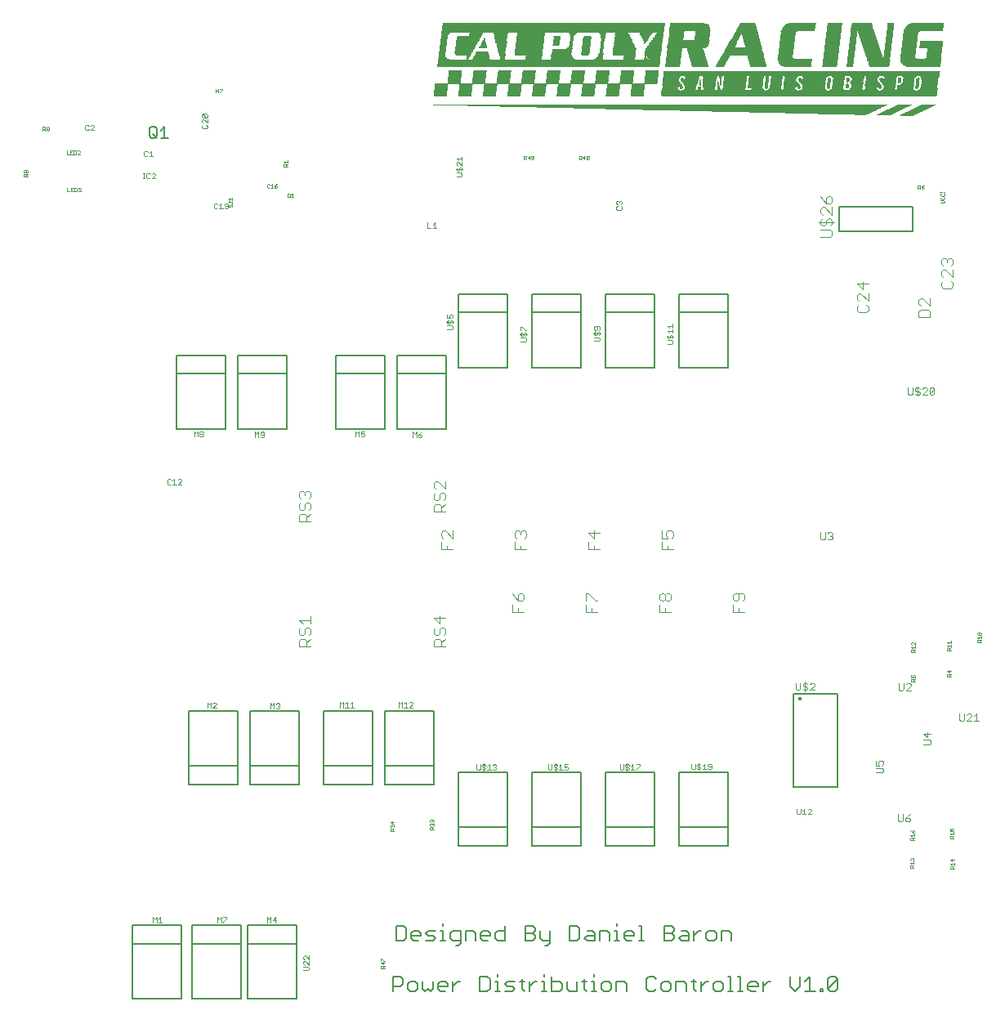
<source format=gto>
G75*
%MOIN*%
%OFA0B0*%
%FSLAX25Y25*%
%IPPOS*%
%LPD*%
%AMOC8*
5,1,8,0,0,1.08239X$1,22.5*
%
%ADD10R,0.01900X0.00050*%
%ADD11R,0.04150X0.00050*%
%ADD12R,0.05000X0.00050*%
%ADD13R,0.05100X0.00050*%
%ADD14R,0.01150X0.00050*%
%ADD15R,0.03400X0.00050*%
%ADD16R,0.05050X0.00050*%
%ADD17R,0.00400X0.00050*%
%ADD18R,0.02650X0.00050*%
%ADD19R,0.04900X0.00050*%
%ADD20R,0.07200X0.00050*%
%ADD21R,0.09450X0.00050*%
%ADD22R,0.11700X0.00050*%
%ADD23R,0.14000X0.00050*%
%ADD24R,0.16300X0.00050*%
%ADD25R,0.18550X0.00050*%
%ADD26R,0.20800X0.00050*%
%ADD27R,0.23050X0.00050*%
%ADD28R,0.25350X0.00050*%
%ADD29R,0.27600X0.00050*%
%ADD30R,0.29850X0.00050*%
%ADD31R,0.32100X0.00050*%
%ADD32R,0.34400X0.00050*%
%ADD33R,0.36700X0.00050*%
%ADD34R,0.38950X0.00050*%
%ADD35R,0.41200X0.00050*%
%ADD36R,0.43450X0.00050*%
%ADD37R,0.45750X0.00050*%
%ADD38R,0.48000X0.00050*%
%ADD39R,0.50250X0.00050*%
%ADD40R,0.52500X0.00050*%
%ADD41R,0.54800X0.00050*%
%ADD42R,0.57100X0.00050*%
%ADD43R,0.59350X0.00050*%
%ADD44R,0.61600X0.00050*%
%ADD45R,0.63900X0.00050*%
%ADD46R,0.66150X0.00050*%
%ADD47R,0.68400X0.00050*%
%ADD48R,0.70650X0.00050*%
%ADD49R,0.72950X0.00050*%
%ADD50R,0.75200X0.00050*%
%ADD51R,0.77450X0.00050*%
%ADD52R,0.79750X0.00050*%
%ADD53R,0.82050X0.00050*%
%ADD54R,0.84300X0.00050*%
%ADD55R,0.86550X0.00050*%
%ADD56R,0.88800X0.00050*%
%ADD57R,0.91100X0.00050*%
%ADD58R,0.93350X0.00050*%
%ADD59R,0.95600X0.00050*%
%ADD60R,0.97850X0.00050*%
%ADD61R,1.00150X0.00050*%
%ADD62R,1.02450X0.00050*%
%ADD63R,1.04700X0.00050*%
%ADD64R,1.06950X0.00050*%
%ADD65R,1.09250X0.00050*%
%ADD66R,1.11500X0.00050*%
%ADD67R,1.13750X0.00050*%
%ADD68R,1.16000X0.00050*%
%ADD69R,1.18300X0.00050*%
%ADD70R,1.20550X0.00050*%
%ADD71R,1.22800X0.00050*%
%ADD72R,1.25100X0.00050*%
%ADD73R,1.27400X0.00050*%
%ADD74R,1.29650X0.00050*%
%ADD75R,1.31900X0.00050*%
%ADD76R,1.34150X0.00050*%
%ADD77R,1.36450X0.00050*%
%ADD78R,1.38700X0.00050*%
%ADD79R,1.40950X0.00050*%
%ADD80R,1.43200X0.00050*%
%ADD81R,1.45500X0.00050*%
%ADD82R,1.47800X0.00050*%
%ADD83R,1.50050X0.00050*%
%ADD84R,1.52300X0.00050*%
%ADD85R,1.54600X0.00050*%
%ADD86R,1.56850X0.00050*%
%ADD87R,1.59100X0.00050*%
%ADD88R,1.61350X0.00050*%
%ADD89R,1.63600X0.00050*%
%ADD90R,1.65900X0.00050*%
%ADD91R,1.68150X0.00050*%
%ADD92R,1.70450X0.00050*%
%ADD93R,1.72700X0.00050*%
%ADD94R,1.75000X0.00050*%
%ADD95R,1.77250X0.00050*%
%ADD96R,1.79500X0.00050*%
%ADD97R,1.81750X0.00050*%
%ADD98R,1.84050X0.00050*%
%ADD99R,1.85350X0.00050*%
%ADD100R,1.12300X0.00050*%
%ADD101R,1.12350X0.00050*%
%ADD102R,0.07450X0.00050*%
%ADD103R,0.34250X0.00050*%
%ADD104R,0.12950X0.00050*%
%ADD105R,0.11400X0.00050*%
%ADD106R,0.20600X0.00050*%
%ADD107R,0.14450X0.00050*%
%ADD108R,0.08100X0.00050*%
%ADD109R,0.07250X0.00050*%
%ADD110R,0.33750X0.00050*%
%ADD111R,0.12500X0.00050*%
%ADD112R,0.11050X0.00050*%
%ADD113R,0.20200X0.00050*%
%ADD114R,0.14050X0.00050*%
%ADD115R,0.07900X0.00050*%
%ADD116R,0.07150X0.00050*%
%ADD117R,0.05300X0.00050*%
%ADD118R,0.01450X0.00050*%
%ADD119R,0.04750X0.00050*%
%ADD120R,0.01300X0.00050*%
%ADD121R,0.09100X0.00050*%
%ADD122R,0.05500X0.00050*%
%ADD123R,0.05700X0.00050*%
%ADD124R,0.05650X0.00050*%
%ADD125R,0.10750X0.00050*%
%ADD126R,0.05950X0.00050*%
%ADD127R,0.07800X0.00050*%
%ADD128R,0.07050X0.00050*%
%ADD129R,0.05250X0.00050*%
%ADD130R,0.05400X0.00050*%
%ADD131R,0.05600X0.00050*%
%ADD132R,0.05550X0.00050*%
%ADD133R,0.10550X0.00050*%
%ADD134R,0.05750X0.00050*%
%ADD135R,0.07300X0.00050*%
%ADD136R,0.07700X0.00050*%
%ADD137R,0.06950X0.00050*%
%ADD138R,0.05150X0.00050*%
%ADD139R,0.01400X0.00050*%
%ADD140R,0.01250X0.00050*%
%ADD141R,0.09150X0.00050*%
%ADD142R,0.10450X0.00050*%
%ADD143R,0.05450X0.00050*%
%ADD144R,0.05350X0.00050*%
%ADD145R,0.07600X0.00050*%
%ADD146R,0.06850X0.00050*%
%ADD147R,0.04800X0.00050*%
%ADD148R,0.05200X0.00050*%
%ADD149R,0.10300X0.00050*%
%ADD150R,0.07550X0.00050*%
%ADD151R,0.06800X0.00050*%
%ADD152R,0.10150X0.00050*%
%ADD153R,0.07100X0.00050*%
%ADD154R,0.06750X0.00050*%
%ADD155R,0.01350X0.00050*%
%ADD156R,0.10000X0.00050*%
%ADD157R,0.07400X0.00050*%
%ADD158R,0.06700X0.00050*%
%ADD159R,0.04950X0.00050*%
%ADD160R,0.09900X0.00050*%
%ADD161R,0.07000X0.00050*%
%ADD162R,0.07350X0.00050*%
%ADD163R,0.06650X0.00050*%
%ADD164R,0.01200X0.00050*%
%ADD165R,0.09850X0.00050*%
%ADD166R,0.09800X0.00050*%
%ADD167R,0.06900X0.00050*%
%ADD168R,0.06600X0.00050*%
%ADD169R,0.04850X0.00050*%
%ADD170R,0.09700X0.00050*%
%ADD171R,0.06550X0.00050*%
%ADD172R,0.09650X0.00050*%
%ADD173R,0.06500X0.00050*%
%ADD174R,0.09550X0.00050*%
%ADD175R,0.06450X0.00050*%
%ADD176R,0.01100X0.00050*%
%ADD177R,0.00350X0.00050*%
%ADD178R,0.09400X0.00050*%
%ADD179R,0.06400X0.00050*%
%ADD180R,0.00600X0.00050*%
%ADD181R,0.04700X0.00050*%
%ADD182R,0.09350X0.00050*%
%ADD183R,0.00700X0.00050*%
%ADD184R,0.09300X0.00050*%
%ADD185R,0.00450X0.00050*%
%ADD186R,0.00800X0.00050*%
%ADD187R,0.01000X0.00050*%
%ADD188R,0.00850X0.00050*%
%ADD189R,0.00650X0.00050*%
%ADD190R,0.06350X0.00050*%
%ADD191R,0.00900X0.00050*%
%ADD192R,0.00750X0.00050*%
%ADD193R,0.00950X0.00050*%
%ADD194R,0.06300X0.00050*%
%ADD195R,0.06250X0.00050*%
%ADD196R,0.09250X0.00050*%
%ADD197R,0.01050X0.00050*%
%ADD198R,0.06200X0.00050*%
%ADD199R,0.09200X0.00050*%
%ADD200R,0.06150X0.00050*%
%ADD201R,0.08300X0.00050*%
%ADD202R,0.08250X0.00050*%
%ADD203R,0.08200X0.00050*%
%ADD204R,0.08150X0.00050*%
%ADD205R,0.00050X0.00050*%
%ADD206R,0.08050X0.00050*%
%ADD207R,0.08000X0.00050*%
%ADD208R,0.07950X0.00050*%
%ADD209R,0.00150X0.00050*%
%ADD210R,0.07850X0.00050*%
%ADD211R,0.00550X0.00050*%
%ADD212R,0.07750X0.00050*%
%ADD213R,0.00200X0.00050*%
%ADD214R,0.09500X0.00050*%
%ADD215R,0.07650X0.00050*%
%ADD216R,0.00500X0.00050*%
%ADD217R,0.09600X0.00050*%
%ADD218R,0.07500X0.00050*%
%ADD219R,0.00250X0.00050*%
%ADD220R,0.06050X0.00050*%
%ADD221R,0.06000X0.00050*%
%ADD222R,0.00300X0.00050*%
%ADD223R,0.05900X0.00050*%
%ADD224R,0.09750X0.00050*%
%ADD225R,0.05850X0.00050*%
%ADD226R,0.90450X0.00050*%
%ADD227R,0.05800X0.00050*%
%ADD228R,0.09950X0.00050*%
%ADD229R,0.10050X0.00050*%
%ADD230R,0.10100X0.00050*%
%ADD231R,0.06100X0.00050*%
%ADD232R,0.10200X0.00050*%
%ADD233R,0.10250X0.00050*%
%ADD234R,0.04650X0.00050*%
%ADD235R,0.10400X0.00050*%
%ADD236R,0.04600X0.00050*%
%ADD237R,0.10500X0.00050*%
%ADD238R,0.10600X0.00050*%
%ADD239R,0.10650X0.00050*%
%ADD240R,0.10700X0.00050*%
%ADD241R,0.00100X0.00050*%
%ADD242R,0.10800X0.00050*%
%ADD243R,0.10850X0.00050*%
%ADD244R,0.10900X0.00050*%
%ADD245R,0.10950X0.00050*%
%ADD246R,0.04550X0.00050*%
%ADD247R,0.11000X0.00050*%
%ADD248R,0.11100X0.00050*%
%ADD249R,0.10350X0.00050*%
%ADD250R,0.11150X0.00050*%
%ADD251R,0.11550X0.00050*%
%ADD252R,0.14700X0.00050*%
%ADD253R,0.24500X0.00050*%
%ADD254R,0.12450X0.00050*%
%ADD255R,0.15800X0.00050*%
%ADD256R,0.03050X0.00050*%
%ADD257R,0.02700X0.00050*%
%ADD258R,0.13600X0.00050*%
%ADD259R,0.03000X0.00050*%
%ADD260R,0.11250X0.00050*%
%ADD261R,0.13900X0.00050*%
%ADD262R,0.90400X0.00050*%
%ADD263R,0.11450X0.00050*%
%ADD264R,0.14100X0.00050*%
%ADD265R,0.11600X0.00050*%
%ADD266R,0.14250X0.00050*%
%ADD267R,0.14400X0.00050*%
%ADD268R,0.11850X0.00050*%
%ADD269R,0.14550X0.00050*%
%ADD270R,0.11950X0.00050*%
%ADD271R,0.14650X0.00050*%
%ADD272R,0.12050X0.00050*%
%ADD273R,0.14750X0.00050*%
%ADD274R,0.12150X0.00050*%
%ADD275R,0.14900X0.00050*%
%ADD276R,0.12250X0.00050*%
%ADD277R,0.14950X0.00050*%
%ADD278R,0.12300X0.00050*%
%ADD279R,0.15050X0.00050*%
%ADD280R,0.12400X0.00050*%
%ADD281R,0.15100X0.00050*%
%ADD282R,0.08350X0.00050*%
%ADD283R,0.15150X0.00050*%
%ADD284R,0.15250X0.00050*%
%ADD285R,0.12550X0.00050*%
%ADD286R,0.15300X0.00050*%
%ADD287R,0.12600X0.00050*%
%ADD288R,0.08400X0.00050*%
%ADD289R,0.15350X0.00050*%
%ADD290R,0.12700X0.00050*%
%ADD291R,0.15450X0.00050*%
%ADD292R,0.12750X0.00050*%
%ADD293R,0.15500X0.00050*%
%ADD294R,0.12800X0.00050*%
%ADD295R,0.08450X0.00050*%
%ADD296R,0.15550X0.00050*%
%ADD297R,0.12850X0.00050*%
%ADD298R,0.08500X0.00050*%
%ADD299R,0.15600X0.00050*%
%ADD300R,0.12900X0.00050*%
%ADD301R,0.08550X0.00050*%
%ADD302R,0.15650X0.00050*%
%ADD303R,0.15700X0.00050*%
%ADD304R,0.13000X0.00050*%
%ADD305R,0.15750X0.00050*%
%ADD306R,0.13100X0.00050*%
%ADD307R,0.08600X0.00050*%
%ADD308R,0.13150X0.00050*%
%ADD309R,0.15850X0.00050*%
%ADD310R,0.15900X0.00050*%
%ADD311R,0.13200X0.00050*%
%ADD312R,0.08700X0.00050*%
%ADD313R,0.15950X0.00050*%
%ADD314R,0.13250X0.00050*%
%ADD315R,0.16000X0.00050*%
%ADD316R,0.08750X0.00050*%
%ADD317R,0.13300X0.00050*%
%ADD318R,0.16050X0.00050*%
%ADD319R,0.13350X0.00050*%
%ADD320R,0.16100X0.00050*%
%ADD321R,0.13400X0.00050*%
%ADD322R,0.08800X0.00050*%
%ADD323R,0.16150X0.00050*%
%ADD324R,0.13450X0.00050*%
%ADD325R,0.08900X0.00050*%
%ADD326R,0.16200X0.00050*%
%ADD327R,0.13500X0.00050*%
%ADD328R,0.16250X0.00050*%
%ADD329R,0.03100X0.00050*%
%ADD330R,0.08950X0.00050*%
%ADD331R,0.16350X0.00050*%
%ADD332R,0.09000X0.00050*%
%ADD333R,0.13650X0.00050*%
%ADD334R,0.09050X0.00050*%
%ADD335R,0.16400X0.00050*%
%ADD336R,0.13700X0.00050*%
%ADD337R,0.13750X0.00050*%
%ADD338R,0.16500X0.00050*%
%ADD339R,0.13800X0.00050*%
%ADD340R,0.16550X0.00050*%
%ADD341R,0.01700X0.00050*%
%ADD342R,0.03650X0.00050*%
%ADD343R,0.04500X0.00050*%
%ADD344R,0.04350X0.00050*%
%ADD345R,0.01750X0.00050*%
%ADD346R,0.03450X0.00050*%
%ADD347R,0.04300X0.00050*%
%ADD348R,0.03350X0.00050*%
%ADD349R,0.01550X0.00050*%
%ADD350R,0.04100X0.00050*%
%ADD351R,0.13850X0.00050*%
%ADD352R,0.16600X0.00050*%
%ADD353R,0.04000X0.00050*%
%ADD354R,0.01800X0.00050*%
%ADD355R,0.03200X0.00050*%
%ADD356R,0.03900X0.00050*%
%ADD357R,0.03800X0.00050*%
%ADD358R,0.01850X0.00050*%
%ADD359R,0.03700X0.00050*%
%ADD360R,0.02900X0.00050*%
%ADD361R,0.03750X0.00050*%
%ADD362R,0.03600X0.00050*%
%ADD363R,0.02850X0.00050*%
%ADD364R,0.03550X0.00050*%
%ADD365R,0.02750X0.00050*%
%ADD366R,0.03500X0.00050*%
%ADD367R,0.03300X0.00050*%
%ADD368R,0.01950X0.00050*%
%ADD369R,0.02600X0.00050*%
%ADD370R,0.03250X0.00050*%
%ADD371R,0.02500X0.00050*%
%ADD372R,0.02000X0.00050*%
%ADD373R,0.02450X0.00050*%
%ADD374R,0.02800X0.00050*%
%ADD375R,0.02400X0.00050*%
%ADD376R,0.03150X0.00050*%
%ADD377R,0.08850X0.00050*%
%ADD378R,0.02350X0.00050*%
%ADD379R,0.02300X0.00050*%
%ADD380R,0.02050X0.00050*%
%ADD381R,0.02250X0.00050*%
%ADD382R,0.02950X0.00050*%
%ADD383R,0.02200X0.00050*%
%ADD384R,0.02100X0.00050*%
%ADD385R,0.02150X0.00050*%
%ADD386R,0.02550X0.00050*%
%ADD387R,0.16800X0.00050*%
%ADD388R,0.16750X0.00050*%
%ADD389R,0.16700X0.00050*%
%ADD390R,0.16650X0.00050*%
%ADD391R,0.03850X0.00050*%
%ADD392R,0.01500X0.00050*%
%ADD393R,0.03950X0.00050*%
%ADD394R,0.01650X0.00050*%
%ADD395R,0.04050X0.00050*%
%ADD396R,0.04250X0.00050*%
%ADD397R,0.16450X0.00050*%
%ADD398R,0.01600X0.00050*%
%ADD399R,0.15200X0.00050*%
%ADD400R,0.15000X0.00050*%
%ADD401R,0.14850X0.00050*%
%ADD402R,0.14800X0.00050*%
%ADD403R,0.14600X0.00050*%
%ADD404R,0.14500X0.00050*%
%ADD405R,0.14350X0.00050*%
%ADD406R,0.08650X0.00050*%
%ADD407R,0.04200X0.00050*%
%ADD408R,0.04400X0.00050*%
%ADD409R,0.04450X0.00050*%
%ADD410R,0.13550X0.00050*%
%ADD411R,0.15400X0.00050*%
%ADD412R,0.13050X0.00050*%
%ADD413R,0.12650X0.00050*%
%ADD414R,0.12350X0.00050*%
%ADD415R,0.12100X0.00050*%
%ADD416R,0.14300X0.00050*%
%ADD417R,0.12000X0.00050*%
%ADD418R,0.14200X0.00050*%
%ADD419R,0.14150X0.00050*%
%ADD420R,0.11900X0.00050*%
%ADD421R,0.11800X0.00050*%
%ADD422R,0.13950X0.00050*%
%ADD423R,0.11500X0.00050*%
%ADD424C,0.00500*%
%ADD425C,0.00200*%
%ADD426C,0.00100*%
%ADD427C,0.00400*%
%ADD428R,0.01575X0.01181*%
%ADD429C,0.00300*%
D10*
X0421239Y0438923D03*
X0295039Y0463273D03*
X0295039Y0463323D03*
X0296039Y0471623D03*
X0296039Y0471673D03*
X0282589Y0466523D03*
X0282539Y0466473D03*
X0254989Y0462273D03*
X0254989Y0462223D03*
D11*
X0254614Y0468123D03*
X0231014Y0461873D03*
X0313514Y0471873D03*
X0318264Y0469923D03*
X0420214Y0438973D03*
D12*
X0419889Y0439023D03*
X0410489Y0439223D03*
X0412689Y0449623D03*
X0412939Y0451423D03*
X0412939Y0451473D03*
X0413289Y0454623D03*
X0413289Y0454673D03*
X0405839Y0454523D03*
X0405839Y0454473D03*
X0405289Y0449773D03*
X0405289Y0449723D03*
X0399439Y0449823D03*
X0399389Y0449773D03*
X0399639Y0451823D03*
X0399639Y0451873D03*
X0399789Y0452823D03*
X0399789Y0452873D03*
X0399939Y0454273D03*
X0399939Y0454323D03*
X0392189Y0454573D03*
X0392189Y0454623D03*
X0391589Y0449723D03*
X0391589Y0449673D03*
X0372139Y0449723D03*
X0372139Y0449773D03*
X0372689Y0454473D03*
X0372689Y0454523D03*
X0366289Y0449823D03*
X0366239Y0449723D03*
X0358989Y0449523D03*
X0339439Y0450573D03*
X0339439Y0450623D03*
X0339439Y0450673D03*
X0339439Y0450723D03*
X0339439Y0450773D03*
X0339439Y0450823D03*
X0339439Y0450873D03*
X0339439Y0450923D03*
X0331839Y0451223D03*
X0331839Y0451273D03*
X0331339Y0449423D03*
X0317639Y0468373D03*
X0317639Y0468423D03*
X0317689Y0468473D03*
X0313589Y0472573D03*
X0254439Y0470473D03*
X0254439Y0470423D03*
X0254439Y0470373D03*
X0254439Y0470323D03*
X0246789Y0464573D03*
X0246789Y0464523D03*
X0243889Y0471373D03*
X0243889Y0471423D03*
X0420389Y0451823D03*
X0420939Y0454523D03*
D13*
X0420939Y0454623D03*
X0420339Y0451723D03*
X0412889Y0451673D03*
X0412889Y0451623D03*
X0412639Y0449473D03*
X0413289Y0454723D03*
X0413289Y0454773D03*
X0405939Y0454723D03*
X0405939Y0454673D03*
X0405889Y0454623D03*
X0405689Y0452823D03*
X0405689Y0452773D03*
X0405289Y0449673D03*
X0405289Y0449623D03*
X0399339Y0449623D03*
X0399339Y0449673D03*
X0399639Y0451923D03*
X0399689Y0452623D03*
X0399689Y0452673D03*
X0399739Y0452723D03*
X0399939Y0454473D03*
X0399939Y0454523D03*
X0392139Y0454723D03*
X0392139Y0454773D03*
X0391539Y0449573D03*
X0372539Y0452773D03*
X0372539Y0452823D03*
X0372739Y0454623D03*
X0372789Y0454673D03*
X0372789Y0454723D03*
X0372139Y0449673D03*
X0372139Y0449623D03*
X0366189Y0449623D03*
X0339439Y0451323D03*
X0331839Y0451373D03*
X0331839Y0451423D03*
X0315689Y0453273D03*
X0315689Y0453323D03*
X0315689Y0453373D03*
X0315689Y0453423D03*
X0315739Y0453673D03*
X0315739Y0453723D03*
X0315739Y0453773D03*
X0315739Y0453823D03*
X0315789Y0454073D03*
X0315789Y0454123D03*
X0315789Y0454173D03*
X0315789Y0454223D03*
X0315839Y0454473D03*
X0315839Y0454523D03*
X0315839Y0454573D03*
X0315839Y0454623D03*
X0315889Y0454873D03*
X0315889Y0454923D03*
X0315889Y0454973D03*
X0315889Y0455023D03*
X0315889Y0455073D03*
X0315939Y0455273D03*
X0315939Y0455323D03*
X0315939Y0455373D03*
X0315939Y0455423D03*
X0315939Y0455473D03*
X0315989Y0455723D03*
X0315989Y0455773D03*
X0315989Y0455823D03*
X0315989Y0455873D03*
X0316039Y0456123D03*
X0316039Y0456173D03*
X0316039Y0456223D03*
X0316039Y0456273D03*
X0316089Y0456523D03*
X0316089Y0456573D03*
X0316089Y0456623D03*
X0316089Y0456673D03*
X0316139Y0456923D03*
X0316139Y0456973D03*
X0316139Y0457023D03*
X0316139Y0457073D03*
X0315639Y0453023D03*
X0315639Y0452973D03*
X0315639Y0452923D03*
X0315639Y0452873D03*
X0315639Y0452823D03*
X0315589Y0452623D03*
X0315589Y0452573D03*
X0315589Y0452523D03*
X0315589Y0452473D03*
X0315589Y0452423D03*
X0315539Y0452223D03*
X0315539Y0452173D03*
X0315539Y0452123D03*
X0315539Y0452073D03*
X0310489Y0451973D03*
X0310489Y0451923D03*
X0310489Y0451873D03*
X0310489Y0451823D03*
X0310489Y0451773D03*
X0310439Y0451573D03*
X0310439Y0451523D03*
X0310439Y0451473D03*
X0310439Y0451423D03*
X0310439Y0451373D03*
X0310389Y0451123D03*
X0310389Y0451073D03*
X0310389Y0451023D03*
X0310389Y0450973D03*
X0310339Y0450723D03*
X0310339Y0450673D03*
X0310339Y0450623D03*
X0310339Y0450573D03*
X0310289Y0450323D03*
X0310289Y0450273D03*
X0310289Y0450223D03*
X0310289Y0450173D03*
X0310239Y0449923D03*
X0310239Y0449873D03*
X0310239Y0449823D03*
X0310239Y0449773D03*
X0310189Y0449523D03*
X0310189Y0449473D03*
X0310189Y0449423D03*
X0310189Y0449373D03*
X0310139Y0449123D03*
X0310139Y0449073D03*
X0310139Y0449023D03*
X0310139Y0448973D03*
X0310139Y0448923D03*
X0310089Y0448723D03*
X0310089Y0448673D03*
X0310089Y0448623D03*
X0310089Y0448573D03*
X0310089Y0448523D03*
X0310039Y0448323D03*
X0310039Y0448273D03*
X0310039Y0448223D03*
X0310039Y0448173D03*
X0310039Y0448123D03*
X0309989Y0447873D03*
X0309989Y0447823D03*
X0309989Y0447773D03*
X0309989Y0447723D03*
X0309939Y0447473D03*
X0309939Y0447423D03*
X0309939Y0447373D03*
X0309939Y0447323D03*
X0309889Y0447073D03*
X0309889Y0447023D03*
X0309889Y0446973D03*
X0305489Y0452073D03*
X0305489Y0452123D03*
X0305539Y0452373D03*
X0305539Y0452423D03*
X0305539Y0452473D03*
X0305539Y0452523D03*
X0305589Y0452773D03*
X0305589Y0452823D03*
X0305589Y0452873D03*
X0305589Y0452923D03*
X0305639Y0453173D03*
X0305639Y0453223D03*
X0305639Y0453273D03*
X0305639Y0453323D03*
X0305639Y0453373D03*
X0305689Y0453573D03*
X0305689Y0453623D03*
X0305689Y0453673D03*
X0305689Y0453723D03*
X0305689Y0453773D03*
X0305739Y0453973D03*
X0305739Y0454023D03*
X0305739Y0454073D03*
X0305739Y0454123D03*
X0305739Y0454173D03*
X0305789Y0454423D03*
X0305789Y0454473D03*
X0305789Y0454523D03*
X0305789Y0454573D03*
X0305839Y0454823D03*
X0305839Y0454873D03*
X0305839Y0454923D03*
X0305839Y0454973D03*
X0305889Y0455223D03*
X0305889Y0455273D03*
X0305889Y0455323D03*
X0305889Y0455373D03*
X0305939Y0455623D03*
X0305939Y0455673D03*
X0305939Y0455723D03*
X0305939Y0455773D03*
X0305989Y0456023D03*
X0305989Y0456073D03*
X0305989Y0456123D03*
X0305989Y0456173D03*
X0306039Y0456423D03*
X0306039Y0456473D03*
X0306039Y0456523D03*
X0306039Y0456573D03*
X0306039Y0456623D03*
X0306089Y0456823D03*
X0306089Y0456873D03*
X0306089Y0456923D03*
X0306089Y0456973D03*
X0306089Y0457023D03*
X0300439Y0451873D03*
X0300439Y0451823D03*
X0300439Y0451773D03*
X0300439Y0451723D03*
X0300389Y0451473D03*
X0300389Y0451423D03*
X0300389Y0451373D03*
X0300389Y0451323D03*
X0300339Y0451073D03*
X0300339Y0451023D03*
X0300339Y0450973D03*
X0300339Y0450923D03*
X0300289Y0450673D03*
X0300289Y0450623D03*
X0300289Y0450573D03*
X0300289Y0450523D03*
X0300239Y0450273D03*
X0300239Y0450223D03*
X0300239Y0450173D03*
X0300239Y0450123D03*
X0300239Y0450073D03*
X0300189Y0449873D03*
X0300189Y0449823D03*
X0300189Y0449773D03*
X0300189Y0449723D03*
X0300189Y0449673D03*
X0300139Y0449423D03*
X0300139Y0449373D03*
X0300139Y0449323D03*
X0300139Y0449273D03*
X0300089Y0449023D03*
X0300089Y0448973D03*
X0300089Y0448923D03*
X0300089Y0448873D03*
X0300039Y0448623D03*
X0300039Y0448573D03*
X0300039Y0448523D03*
X0300039Y0448473D03*
X0299989Y0448223D03*
X0299989Y0448173D03*
X0299989Y0448123D03*
X0299989Y0448073D03*
X0299939Y0447823D03*
X0299939Y0447773D03*
X0299939Y0447723D03*
X0299939Y0447673D03*
X0299889Y0447423D03*
X0299889Y0447373D03*
X0299889Y0447323D03*
X0299889Y0447273D03*
X0299889Y0447223D03*
X0299839Y0447023D03*
X0299839Y0446973D03*
X0295489Y0452273D03*
X0295489Y0452323D03*
X0295489Y0452373D03*
X0295489Y0452423D03*
X0295539Y0452673D03*
X0295539Y0452723D03*
X0295539Y0452773D03*
X0295539Y0452823D03*
X0295589Y0453073D03*
X0295589Y0453123D03*
X0295589Y0453173D03*
X0295589Y0453223D03*
X0295589Y0453273D03*
X0295639Y0453473D03*
X0295639Y0453523D03*
X0295639Y0453573D03*
X0295639Y0453623D03*
X0295639Y0453673D03*
X0295689Y0453873D03*
X0295689Y0453923D03*
X0295689Y0453973D03*
X0295689Y0454023D03*
X0295689Y0454073D03*
X0295739Y0454323D03*
X0295739Y0454373D03*
X0295739Y0454423D03*
X0295739Y0454473D03*
X0295789Y0454723D03*
X0295789Y0454773D03*
X0295789Y0454823D03*
X0295789Y0454873D03*
X0295839Y0455123D03*
X0295839Y0455173D03*
X0295839Y0455223D03*
X0295839Y0455273D03*
X0295889Y0455523D03*
X0295889Y0455573D03*
X0295889Y0455623D03*
X0295889Y0455673D03*
X0295939Y0455923D03*
X0295939Y0455973D03*
X0295939Y0456023D03*
X0295939Y0456073D03*
X0295939Y0456123D03*
X0295989Y0456323D03*
X0295989Y0456373D03*
X0295989Y0456423D03*
X0295989Y0456473D03*
X0295989Y0456523D03*
X0296039Y0456723D03*
X0296039Y0456773D03*
X0296039Y0456823D03*
X0296039Y0456873D03*
X0296039Y0456923D03*
X0290389Y0451773D03*
X0290389Y0451723D03*
X0290389Y0451673D03*
X0290389Y0451623D03*
X0290339Y0451373D03*
X0290339Y0451323D03*
X0290339Y0451273D03*
X0290339Y0451223D03*
X0290289Y0450973D03*
X0290289Y0450923D03*
X0290289Y0450873D03*
X0290289Y0450823D03*
X0290239Y0450573D03*
X0290239Y0450523D03*
X0290239Y0450473D03*
X0290239Y0450423D03*
X0290189Y0450173D03*
X0290189Y0450123D03*
X0290189Y0450073D03*
X0290189Y0450023D03*
X0290189Y0449973D03*
X0290139Y0449773D03*
X0290139Y0449723D03*
X0290139Y0449673D03*
X0290139Y0449623D03*
X0290139Y0449573D03*
X0290089Y0449323D03*
X0290089Y0449273D03*
X0290089Y0449223D03*
X0290089Y0449173D03*
X0290039Y0448923D03*
X0290039Y0448873D03*
X0290039Y0448823D03*
X0290039Y0448773D03*
X0289989Y0448523D03*
X0289989Y0448473D03*
X0289989Y0448423D03*
X0289989Y0448373D03*
X0289939Y0448123D03*
X0289939Y0448073D03*
X0289939Y0448023D03*
X0289939Y0447973D03*
X0289889Y0447723D03*
X0289889Y0447673D03*
X0289889Y0447623D03*
X0289889Y0447573D03*
X0289889Y0447523D03*
X0289839Y0447323D03*
X0289839Y0447273D03*
X0289839Y0447223D03*
X0289839Y0447173D03*
X0289839Y0447123D03*
X0285439Y0452173D03*
X0285439Y0452223D03*
X0285439Y0452273D03*
X0285439Y0452323D03*
X0285489Y0452573D03*
X0285489Y0452623D03*
X0285489Y0452673D03*
X0285489Y0452723D03*
X0285539Y0452973D03*
X0285539Y0453023D03*
X0285539Y0453073D03*
X0285539Y0453123D03*
X0285589Y0453373D03*
X0285589Y0453423D03*
X0285589Y0453473D03*
X0285589Y0453523D03*
X0285639Y0453773D03*
X0285639Y0453823D03*
X0285639Y0453873D03*
X0285639Y0453923D03*
X0285639Y0453973D03*
X0285689Y0454173D03*
X0285689Y0454223D03*
X0285689Y0454273D03*
X0285689Y0454323D03*
X0285689Y0454373D03*
X0285739Y0454573D03*
X0285739Y0454623D03*
X0285739Y0454673D03*
X0285739Y0454723D03*
X0285739Y0454773D03*
X0285789Y0455023D03*
X0285789Y0455073D03*
X0285789Y0455123D03*
X0285789Y0455173D03*
X0285839Y0455423D03*
X0285839Y0455473D03*
X0285839Y0455523D03*
X0285839Y0455573D03*
X0285889Y0455823D03*
X0285889Y0455873D03*
X0285889Y0455923D03*
X0285889Y0455973D03*
X0285939Y0456223D03*
X0285939Y0456273D03*
X0285939Y0456323D03*
X0285939Y0456373D03*
X0285989Y0456623D03*
X0285989Y0456673D03*
X0285989Y0456723D03*
X0285989Y0456773D03*
X0285989Y0456823D03*
X0286039Y0457023D03*
X0286039Y0457073D03*
X0286039Y0457123D03*
X0280389Y0451973D03*
X0280389Y0451923D03*
X0280339Y0451673D03*
X0280339Y0451623D03*
X0280339Y0451573D03*
X0280339Y0451523D03*
X0280289Y0451273D03*
X0280289Y0451223D03*
X0280289Y0451173D03*
X0280289Y0451123D03*
X0280239Y0450873D03*
X0280239Y0450823D03*
X0280239Y0450773D03*
X0280239Y0450723D03*
X0280239Y0450673D03*
X0280189Y0450473D03*
X0280189Y0450423D03*
X0280189Y0450373D03*
X0280189Y0450323D03*
X0280189Y0450273D03*
X0280139Y0450073D03*
X0280139Y0450023D03*
X0280139Y0449973D03*
X0280139Y0449923D03*
X0280139Y0449873D03*
X0280089Y0449623D03*
X0280089Y0449573D03*
X0280089Y0449523D03*
X0280089Y0449473D03*
X0280039Y0449223D03*
X0280039Y0449173D03*
X0280039Y0449123D03*
X0280039Y0449073D03*
X0279989Y0448823D03*
X0279989Y0448773D03*
X0279989Y0448723D03*
X0279989Y0448673D03*
X0279939Y0448423D03*
X0279939Y0448373D03*
X0279939Y0448323D03*
X0279939Y0448273D03*
X0279889Y0448023D03*
X0279889Y0447973D03*
X0279889Y0447923D03*
X0279889Y0447873D03*
X0279889Y0447823D03*
X0279839Y0447623D03*
X0279839Y0447573D03*
X0279839Y0447523D03*
X0279839Y0447473D03*
X0279839Y0447423D03*
X0279789Y0447223D03*
X0279789Y0447173D03*
X0279789Y0447123D03*
X0279789Y0447073D03*
X0279789Y0447023D03*
X0275389Y0452073D03*
X0275389Y0452123D03*
X0275389Y0452173D03*
X0275389Y0452223D03*
X0275389Y0452273D03*
X0275439Y0452523D03*
X0275439Y0452573D03*
X0275439Y0452623D03*
X0275439Y0452673D03*
X0275489Y0452923D03*
X0275489Y0452973D03*
X0275489Y0453023D03*
X0275489Y0453073D03*
X0275539Y0453323D03*
X0275539Y0453373D03*
X0275539Y0453423D03*
X0275539Y0453473D03*
X0275589Y0453723D03*
X0275589Y0453773D03*
X0275589Y0453823D03*
X0275589Y0453873D03*
X0275639Y0454123D03*
X0275639Y0454173D03*
X0275639Y0454223D03*
X0275639Y0454273D03*
X0275639Y0454323D03*
X0275689Y0454523D03*
X0275689Y0454573D03*
X0275689Y0454623D03*
X0275689Y0454673D03*
X0275689Y0454723D03*
X0275739Y0454923D03*
X0275739Y0454973D03*
X0275739Y0455023D03*
X0275739Y0455073D03*
X0275739Y0455123D03*
X0275789Y0455373D03*
X0275789Y0455423D03*
X0275789Y0455473D03*
X0275789Y0455523D03*
X0275839Y0455773D03*
X0275839Y0455823D03*
X0275839Y0455873D03*
X0275839Y0455923D03*
X0275889Y0456173D03*
X0275889Y0456223D03*
X0275889Y0456273D03*
X0275889Y0456323D03*
X0275939Y0456573D03*
X0275939Y0456623D03*
X0275939Y0456673D03*
X0275939Y0456723D03*
X0275989Y0456973D03*
X0275989Y0457023D03*
X0275989Y0457073D03*
X0275989Y0457123D03*
X0270339Y0451973D03*
X0270339Y0451923D03*
X0270339Y0451873D03*
X0270289Y0451623D03*
X0270289Y0451573D03*
X0270289Y0451523D03*
X0270289Y0451473D03*
X0270239Y0451223D03*
X0270239Y0451173D03*
X0270239Y0451123D03*
X0270239Y0451073D03*
X0270239Y0451023D03*
X0270189Y0450823D03*
X0270189Y0450773D03*
X0270189Y0450723D03*
X0270189Y0450673D03*
X0270189Y0450623D03*
X0270139Y0450423D03*
X0270139Y0450373D03*
X0270139Y0450323D03*
X0270139Y0450273D03*
X0270139Y0450223D03*
X0270089Y0449973D03*
X0270089Y0449923D03*
X0270089Y0449873D03*
X0270089Y0449823D03*
X0270039Y0449573D03*
X0270039Y0449523D03*
X0270039Y0449473D03*
X0270039Y0449423D03*
X0269989Y0449173D03*
X0269989Y0449123D03*
X0269989Y0449073D03*
X0269989Y0449023D03*
X0269939Y0448773D03*
X0269939Y0448723D03*
X0269939Y0448673D03*
X0269939Y0448623D03*
X0269889Y0448373D03*
X0269889Y0448323D03*
X0269889Y0448273D03*
X0269889Y0448223D03*
X0269889Y0448173D03*
X0269839Y0447973D03*
X0269839Y0447923D03*
X0269839Y0447873D03*
X0269839Y0447823D03*
X0269839Y0447773D03*
X0269789Y0447573D03*
X0269789Y0447523D03*
X0269789Y0447473D03*
X0269789Y0447423D03*
X0269789Y0447373D03*
X0269739Y0447123D03*
X0269739Y0447073D03*
X0269739Y0447023D03*
X0269739Y0446973D03*
X0265339Y0452073D03*
X0265339Y0452123D03*
X0265339Y0452173D03*
X0265339Y0452223D03*
X0265389Y0452473D03*
X0265389Y0452523D03*
X0265389Y0452573D03*
X0265389Y0452623D03*
X0265439Y0452873D03*
X0265439Y0452923D03*
X0265439Y0452973D03*
X0265439Y0453023D03*
X0265489Y0453273D03*
X0265489Y0453323D03*
X0265489Y0453373D03*
X0265489Y0453423D03*
X0265539Y0453673D03*
X0265539Y0453723D03*
X0265539Y0453773D03*
X0265539Y0453823D03*
X0265589Y0454073D03*
X0265589Y0454123D03*
X0265589Y0454173D03*
X0265589Y0454223D03*
X0265589Y0454273D03*
X0265639Y0454473D03*
X0265639Y0454523D03*
X0265639Y0454573D03*
X0265639Y0454623D03*
X0265639Y0454673D03*
X0265689Y0454873D03*
X0265689Y0454923D03*
X0265689Y0454973D03*
X0265689Y0455023D03*
X0265689Y0455073D03*
X0265739Y0455323D03*
X0265739Y0455373D03*
X0265739Y0455423D03*
X0265739Y0455473D03*
X0265789Y0455723D03*
X0265789Y0455773D03*
X0265789Y0455823D03*
X0265789Y0455873D03*
X0265839Y0456123D03*
X0265839Y0456173D03*
X0265839Y0456223D03*
X0265839Y0456273D03*
X0265889Y0456523D03*
X0265889Y0456573D03*
X0265889Y0456623D03*
X0265889Y0456673D03*
X0265939Y0456923D03*
X0265939Y0456973D03*
X0265939Y0457023D03*
X0265939Y0457073D03*
X0265939Y0457123D03*
X0260289Y0451973D03*
X0260289Y0451923D03*
X0260289Y0451873D03*
X0260289Y0451823D03*
X0260239Y0451573D03*
X0260239Y0451523D03*
X0260239Y0451473D03*
X0260239Y0451423D03*
X0260189Y0451173D03*
X0260189Y0451123D03*
X0260189Y0451073D03*
X0260189Y0451023D03*
X0260189Y0450973D03*
X0260139Y0450773D03*
X0260139Y0450723D03*
X0260139Y0450673D03*
X0260139Y0450623D03*
X0260139Y0450573D03*
X0260089Y0450373D03*
X0260089Y0450323D03*
X0260089Y0450273D03*
X0260089Y0450223D03*
X0260089Y0450173D03*
X0260039Y0449923D03*
X0260039Y0449873D03*
X0260039Y0449823D03*
X0260039Y0449773D03*
X0259989Y0449523D03*
X0259989Y0449473D03*
X0259989Y0449423D03*
X0259989Y0449373D03*
X0259939Y0449123D03*
X0259939Y0449073D03*
X0259939Y0449023D03*
X0259939Y0448973D03*
X0259889Y0448723D03*
X0259889Y0448673D03*
X0259889Y0448623D03*
X0259889Y0448573D03*
X0259839Y0448323D03*
X0259839Y0448273D03*
X0259839Y0448223D03*
X0259839Y0448173D03*
X0259839Y0448123D03*
X0259789Y0447923D03*
X0259789Y0447873D03*
X0259789Y0447823D03*
X0259789Y0447773D03*
X0259789Y0447723D03*
X0259739Y0447523D03*
X0259739Y0447473D03*
X0259739Y0447423D03*
X0259739Y0447373D03*
X0259739Y0447323D03*
X0259689Y0447073D03*
X0259689Y0447023D03*
X0259689Y0446973D03*
X0255289Y0452073D03*
X0255339Y0452323D03*
X0255339Y0452373D03*
X0255339Y0452423D03*
X0255339Y0452473D03*
X0255339Y0452523D03*
X0255389Y0452723D03*
X0255389Y0452773D03*
X0255389Y0452823D03*
X0255389Y0452873D03*
X0255389Y0452923D03*
X0255439Y0453123D03*
X0255439Y0453173D03*
X0255439Y0453223D03*
X0255439Y0453273D03*
X0255439Y0453323D03*
X0255489Y0453573D03*
X0255489Y0453623D03*
X0255489Y0453673D03*
X0255489Y0453723D03*
X0255539Y0453973D03*
X0255539Y0454023D03*
X0255539Y0454073D03*
X0255539Y0454123D03*
X0255589Y0454373D03*
X0255589Y0454423D03*
X0255589Y0454473D03*
X0255589Y0454523D03*
X0255639Y0454773D03*
X0255639Y0454823D03*
X0255639Y0454873D03*
X0255639Y0454923D03*
X0255689Y0455173D03*
X0255689Y0455223D03*
X0255689Y0455273D03*
X0255689Y0455323D03*
X0255689Y0455373D03*
X0255739Y0455573D03*
X0255739Y0455623D03*
X0255739Y0455673D03*
X0255739Y0455723D03*
X0255739Y0455773D03*
X0255789Y0455973D03*
X0255789Y0456023D03*
X0255789Y0456073D03*
X0255789Y0456123D03*
X0255789Y0456173D03*
X0255839Y0456423D03*
X0255839Y0456473D03*
X0255839Y0456523D03*
X0255839Y0456573D03*
X0255889Y0456823D03*
X0255889Y0456873D03*
X0255889Y0456923D03*
X0255889Y0456973D03*
X0250239Y0451773D03*
X0250239Y0451723D03*
X0250239Y0451673D03*
X0250189Y0451323D03*
X0250189Y0451273D03*
X0250139Y0450923D03*
X0250139Y0450873D03*
X0250089Y0450523D03*
X0250089Y0450473D03*
X0250039Y0450123D03*
X0250039Y0450073D03*
X0249989Y0449723D03*
X0249989Y0449673D03*
X0249939Y0449323D03*
X0249939Y0449273D03*
X0249939Y0449223D03*
X0249889Y0448923D03*
X0249889Y0448873D03*
X0249889Y0448823D03*
X0249839Y0448473D03*
X0249839Y0448423D03*
X0249789Y0448073D03*
X0249789Y0448023D03*
X0249739Y0447673D03*
X0249739Y0447623D03*
X0249689Y0447273D03*
X0249689Y0447223D03*
X0245289Y0452123D03*
X0245289Y0452173D03*
X0245289Y0452223D03*
X0245289Y0452273D03*
X0245289Y0452323D03*
X0245339Y0452523D03*
X0245339Y0452573D03*
X0245339Y0452623D03*
X0245339Y0452673D03*
X0245339Y0452723D03*
X0245389Y0452923D03*
X0245389Y0452973D03*
X0245389Y0453023D03*
X0245389Y0453073D03*
X0245389Y0453123D03*
X0245439Y0453373D03*
X0245439Y0453423D03*
X0245439Y0453473D03*
X0245439Y0453523D03*
X0245489Y0453773D03*
X0245489Y0453823D03*
X0245489Y0453873D03*
X0245489Y0453923D03*
X0245539Y0454173D03*
X0245539Y0454223D03*
X0245539Y0454273D03*
X0245539Y0454323D03*
X0245589Y0454573D03*
X0245589Y0454623D03*
X0245589Y0454673D03*
X0245589Y0454723D03*
X0245639Y0454973D03*
X0245639Y0455023D03*
X0245639Y0455073D03*
X0245639Y0455123D03*
X0245639Y0455173D03*
X0245689Y0455373D03*
X0245689Y0455423D03*
X0245689Y0455473D03*
X0245689Y0455523D03*
X0245689Y0455573D03*
X0245739Y0455773D03*
X0245739Y0455823D03*
X0245739Y0455873D03*
X0245739Y0455923D03*
X0245739Y0455973D03*
X0245789Y0456223D03*
X0245789Y0456273D03*
X0245789Y0456323D03*
X0245789Y0456373D03*
X0245839Y0456623D03*
X0245839Y0456673D03*
X0245839Y0456723D03*
X0245839Y0456773D03*
X0245889Y0457023D03*
X0245889Y0457073D03*
X0245889Y0457123D03*
X0240239Y0451973D03*
X0240239Y0451923D03*
X0240239Y0451873D03*
X0240189Y0451673D03*
X0240189Y0451623D03*
X0240189Y0451573D03*
X0240189Y0451523D03*
X0240189Y0451473D03*
X0240139Y0451223D03*
X0240139Y0451173D03*
X0240139Y0451123D03*
X0240139Y0451073D03*
X0240089Y0450823D03*
X0240089Y0450773D03*
X0240089Y0450723D03*
X0240089Y0450673D03*
X0240039Y0450423D03*
X0240039Y0450373D03*
X0240039Y0450323D03*
X0240039Y0450273D03*
X0239989Y0450023D03*
X0239989Y0449973D03*
X0239989Y0449923D03*
X0239989Y0449873D03*
X0239939Y0449623D03*
X0239939Y0449573D03*
X0239939Y0449523D03*
X0239939Y0449473D03*
X0239889Y0449223D03*
X0239889Y0449173D03*
X0239889Y0449123D03*
X0239889Y0449073D03*
X0239889Y0449023D03*
X0239839Y0448823D03*
X0239839Y0448773D03*
X0239839Y0448723D03*
X0239839Y0448673D03*
X0239839Y0448623D03*
X0239789Y0448423D03*
X0239789Y0448373D03*
X0239789Y0448323D03*
X0239789Y0448273D03*
X0239789Y0448223D03*
X0239739Y0447973D03*
X0239739Y0447923D03*
X0239739Y0447873D03*
X0239739Y0447823D03*
X0239689Y0447573D03*
X0239689Y0447523D03*
X0239689Y0447473D03*
X0239689Y0447423D03*
X0239639Y0447173D03*
X0239639Y0447123D03*
X0239639Y0447073D03*
X0239639Y0447023D03*
X0235239Y0452073D03*
X0235239Y0452123D03*
X0235239Y0452173D03*
X0235239Y0452223D03*
X0235289Y0452473D03*
X0235289Y0452523D03*
X0235289Y0452573D03*
X0235289Y0452623D03*
X0235289Y0452673D03*
X0235339Y0452873D03*
X0235339Y0452923D03*
X0235339Y0452973D03*
X0235339Y0453023D03*
X0235339Y0453073D03*
X0235389Y0453273D03*
X0235389Y0453323D03*
X0235389Y0453373D03*
X0235389Y0453423D03*
X0235389Y0453473D03*
X0235439Y0453723D03*
X0235439Y0453773D03*
X0235439Y0453823D03*
X0235439Y0453873D03*
X0235489Y0454123D03*
X0235489Y0454173D03*
X0235489Y0454223D03*
X0235489Y0454273D03*
X0235539Y0454523D03*
X0235539Y0454573D03*
X0235539Y0454623D03*
X0235539Y0454673D03*
X0235589Y0454923D03*
X0235589Y0454973D03*
X0235589Y0455023D03*
X0235589Y0455073D03*
X0235639Y0455323D03*
X0235639Y0455373D03*
X0235639Y0455423D03*
X0235639Y0455473D03*
X0235639Y0455523D03*
X0235689Y0455723D03*
X0235689Y0455773D03*
X0235689Y0455823D03*
X0235689Y0455873D03*
X0235689Y0455923D03*
X0235739Y0456123D03*
X0235739Y0456173D03*
X0235739Y0456223D03*
X0235739Y0456273D03*
X0235739Y0456323D03*
X0235789Y0456573D03*
X0235789Y0456623D03*
X0235789Y0456673D03*
X0235789Y0456723D03*
X0235839Y0456973D03*
X0235839Y0457023D03*
X0235839Y0457073D03*
X0235839Y0457123D03*
X0230189Y0451973D03*
X0230189Y0451923D03*
X0230189Y0451873D03*
X0230189Y0451823D03*
X0230139Y0451623D03*
X0230139Y0451573D03*
X0230139Y0451523D03*
X0230139Y0451473D03*
X0230139Y0451423D03*
X0230089Y0451173D03*
X0230089Y0451123D03*
X0230089Y0451073D03*
X0230089Y0451023D03*
X0230039Y0450773D03*
X0230039Y0450723D03*
X0230039Y0450673D03*
X0230039Y0450623D03*
X0229989Y0450373D03*
X0229989Y0450323D03*
X0229989Y0450273D03*
X0229989Y0450223D03*
X0229939Y0449973D03*
X0229939Y0449923D03*
X0229939Y0449873D03*
X0229939Y0449823D03*
X0229889Y0449573D03*
X0229889Y0449523D03*
X0229889Y0449473D03*
X0229889Y0449423D03*
X0229889Y0449373D03*
X0229839Y0449173D03*
X0229839Y0449123D03*
X0229839Y0449073D03*
X0229839Y0449023D03*
X0229839Y0448973D03*
X0229789Y0448773D03*
X0229789Y0448723D03*
X0229789Y0448673D03*
X0229789Y0448623D03*
X0229789Y0448573D03*
X0229739Y0448323D03*
X0229739Y0448273D03*
X0229739Y0448223D03*
X0229739Y0448173D03*
X0229689Y0447923D03*
X0229689Y0447873D03*
X0229689Y0447823D03*
X0229689Y0447773D03*
X0229639Y0447523D03*
X0229639Y0447473D03*
X0229639Y0447423D03*
X0229639Y0447373D03*
X0229589Y0447123D03*
X0229589Y0447073D03*
X0229589Y0447023D03*
X0229589Y0446973D03*
X0243989Y0471623D03*
X0243989Y0471673D03*
X0254439Y0470673D03*
X0254439Y0470623D03*
X0254439Y0470573D03*
X0303689Y0473023D03*
X0313589Y0472673D03*
X0317589Y0468273D03*
X0317589Y0468223D03*
X0410689Y0439323D03*
X0410789Y0439373D03*
X0410889Y0439423D03*
X0410989Y0439473D03*
X0411739Y0439823D03*
X0411839Y0439873D03*
X0411939Y0439923D03*
X0412039Y0439973D03*
X0412789Y0440323D03*
X0412889Y0440373D03*
X0412989Y0440423D03*
X0413839Y0440823D03*
X0413939Y0440873D03*
X0414039Y0440923D03*
X0414889Y0441323D03*
X0414989Y0441373D03*
X0415089Y0441423D03*
X0415839Y0441773D03*
X0415939Y0441823D03*
X0416039Y0441873D03*
X0416139Y0441923D03*
X0416889Y0442273D03*
X0416989Y0442323D03*
X0417089Y0442373D03*
X0417189Y0442423D03*
X0417939Y0442773D03*
X0418039Y0442823D03*
X0418139Y0442873D03*
X0418239Y0442923D03*
X0418989Y0443273D03*
X0419089Y0443323D03*
X0419189Y0443373D03*
X0421039Y0439573D03*
X0421139Y0439623D03*
X0421239Y0439673D03*
X0421989Y0440023D03*
X0422089Y0440073D03*
X0422189Y0440123D03*
X0422289Y0440173D03*
X0423039Y0440523D03*
X0423139Y0440573D03*
X0423239Y0440623D03*
X0423339Y0440673D03*
X0424089Y0441023D03*
X0424189Y0441073D03*
X0424289Y0441123D03*
X0424389Y0441173D03*
X0425139Y0441523D03*
X0425239Y0441573D03*
X0425339Y0441623D03*
X0425439Y0441673D03*
X0426189Y0442023D03*
X0426289Y0442073D03*
X0426389Y0442123D03*
X0426489Y0442173D03*
X0427239Y0442523D03*
X0427339Y0442573D03*
X0427439Y0442623D03*
X0428289Y0443023D03*
X0428389Y0443073D03*
X0428489Y0443123D03*
X0420189Y0439173D03*
X0420089Y0439123D03*
X0419989Y0439073D03*
D14*
X0412214Y0439123D03*
X0417014Y0452723D03*
X0417014Y0452773D03*
X0417014Y0452823D03*
X0417014Y0452873D03*
X0417064Y0453023D03*
X0417064Y0453073D03*
X0417064Y0453123D03*
X0417064Y0453173D03*
X0417064Y0453223D03*
X0417064Y0453273D03*
X0417114Y0453423D03*
X0417114Y0453473D03*
X0417114Y0453523D03*
X0417114Y0453573D03*
X0417114Y0453623D03*
X0417114Y0453673D03*
X0417114Y0453723D03*
X0424414Y0452723D03*
X0424414Y0452673D03*
X0424364Y0452323D03*
X0424364Y0452273D03*
X0424314Y0451923D03*
X0424314Y0451873D03*
X0424264Y0451523D03*
X0424264Y0451473D03*
X0424214Y0451123D03*
X0424214Y0451073D03*
X0424164Y0450723D03*
X0424164Y0450673D03*
X0424464Y0453123D03*
X0424464Y0453173D03*
X0424514Y0453523D03*
X0424514Y0453573D03*
X0395764Y0451173D03*
X0395764Y0451123D03*
X0395764Y0451073D03*
X0395764Y0451023D03*
X0395764Y0450973D03*
X0395764Y0450923D03*
X0395764Y0450873D03*
X0395764Y0450823D03*
X0395714Y0450773D03*
X0395714Y0450723D03*
X0395714Y0450673D03*
X0395714Y0450623D03*
X0388114Y0451673D03*
X0388114Y0451723D03*
X0388164Y0452073D03*
X0388164Y0452123D03*
X0388214Y0452473D03*
X0388214Y0452523D03*
X0388264Y0452873D03*
X0388264Y0452923D03*
X0388314Y0453273D03*
X0388314Y0453323D03*
X0388364Y0453673D03*
X0388364Y0453723D03*
X0388364Y0453773D03*
X0388064Y0451273D03*
X0388064Y0451223D03*
X0388014Y0450873D03*
X0388014Y0450823D03*
X0387964Y0450473D03*
X0387964Y0450423D03*
X0362964Y0453423D03*
X0362964Y0453473D03*
X0363014Y0453823D03*
X0363014Y0453873D03*
X0363064Y0454223D03*
X0363064Y0454273D03*
X0363114Y0454673D03*
X0363114Y0454723D03*
X0363164Y0455073D03*
X0363164Y0455123D03*
X0362914Y0453073D03*
X0362914Y0453023D03*
X0362864Y0452623D03*
X0362864Y0452573D03*
X0362814Y0452223D03*
X0362814Y0452173D03*
X0362764Y0451823D03*
X0362764Y0451773D03*
X0362714Y0451373D03*
X0362714Y0451323D03*
X0362664Y0450973D03*
X0362664Y0450923D03*
X0362614Y0450573D03*
X0362614Y0450523D03*
X0344114Y0454773D03*
X0344114Y0454823D03*
X0344114Y0454873D03*
X0344114Y0454923D03*
X0344114Y0454973D03*
X0344114Y0455023D03*
X0343264Y0449723D03*
X0343264Y0449673D03*
X0343264Y0449623D03*
X0335514Y0450173D03*
X0327914Y0450273D03*
X0327914Y0450323D03*
X0315114Y0463523D03*
X0313714Y0463623D03*
X0313564Y0462073D03*
X0241114Y0463073D03*
X0241114Y0463123D03*
D15*
X0230689Y0462273D03*
X0231989Y0472673D03*
X0254739Y0466223D03*
X0254739Y0466173D03*
X0254739Y0466123D03*
X0254739Y0466073D03*
X0288839Y0464423D03*
X0288839Y0464373D03*
X0288839Y0464323D03*
X0288839Y0464273D03*
X0288839Y0464223D03*
X0288839Y0464173D03*
X0288889Y0464523D03*
X0288889Y0464573D03*
X0288889Y0464623D03*
X0288889Y0464673D03*
X0288889Y0464723D03*
X0288889Y0464773D03*
X0288889Y0464823D03*
X0288939Y0464923D03*
X0288939Y0464973D03*
X0288939Y0465023D03*
X0288939Y0465073D03*
X0288939Y0465123D03*
X0288939Y0465173D03*
X0288939Y0465223D03*
X0288989Y0465323D03*
X0288989Y0465373D03*
X0288989Y0465423D03*
X0288989Y0465473D03*
X0288989Y0465523D03*
X0288989Y0465573D03*
X0288989Y0465623D03*
X0289039Y0465723D03*
X0289039Y0465773D03*
X0289039Y0465823D03*
X0289039Y0465873D03*
X0289039Y0465923D03*
X0289039Y0465973D03*
X0289039Y0466023D03*
X0289039Y0466073D03*
X0289089Y0466173D03*
X0289089Y0466223D03*
X0289089Y0466273D03*
X0289089Y0466323D03*
X0289089Y0466373D03*
X0289089Y0466423D03*
X0289089Y0466473D03*
X0289139Y0466573D03*
X0289139Y0466623D03*
X0289139Y0466673D03*
X0289139Y0466723D03*
X0289139Y0466773D03*
X0289139Y0466823D03*
X0289139Y0466873D03*
X0289189Y0466973D03*
X0289189Y0467023D03*
X0289189Y0467073D03*
X0289189Y0467123D03*
X0289189Y0467173D03*
X0289189Y0467223D03*
X0289189Y0467273D03*
X0289239Y0467373D03*
X0289239Y0467423D03*
X0289239Y0467473D03*
X0289239Y0467523D03*
X0289239Y0467573D03*
X0289239Y0467623D03*
X0289239Y0467673D03*
X0289289Y0467773D03*
X0289289Y0467823D03*
X0289289Y0467873D03*
X0289289Y0467923D03*
X0289289Y0467973D03*
X0289289Y0468023D03*
X0289289Y0468073D03*
X0289289Y0468123D03*
X0289339Y0468223D03*
X0289339Y0468273D03*
X0289339Y0468323D03*
X0289339Y0468373D03*
X0289339Y0468423D03*
X0289339Y0468473D03*
X0289339Y0468523D03*
X0289389Y0468623D03*
X0289389Y0468673D03*
X0289389Y0468723D03*
X0289389Y0468773D03*
X0289389Y0468823D03*
X0289389Y0468873D03*
X0289389Y0468923D03*
X0289439Y0469023D03*
X0289439Y0469073D03*
X0289439Y0469123D03*
X0289439Y0469173D03*
X0289439Y0469223D03*
X0289439Y0469273D03*
X0289439Y0469323D03*
X0289489Y0469423D03*
X0289489Y0469473D03*
X0289489Y0469523D03*
X0289489Y0469573D03*
X0289489Y0469623D03*
X0289489Y0469673D03*
X0289489Y0469723D03*
X0289539Y0469823D03*
X0289539Y0469873D03*
X0289539Y0469923D03*
X0289539Y0469973D03*
X0289539Y0470023D03*
X0289539Y0470073D03*
X0289539Y0470123D03*
X0289589Y0470223D03*
X0289589Y0470273D03*
X0289589Y0470323D03*
X0289589Y0470373D03*
X0289589Y0470423D03*
X0289589Y0470473D03*
X0289589Y0470523D03*
X0289639Y0470673D03*
X0289639Y0470723D03*
X0295489Y0472973D03*
X0313439Y0471223D03*
X0318789Y0471173D03*
X0318839Y0471273D03*
X0317739Y0462673D03*
X0317739Y0462623D03*
X0317689Y0462523D03*
X0411189Y0439173D03*
D16*
X0411114Y0439523D03*
X0411214Y0439573D03*
X0411314Y0439623D03*
X0411414Y0439673D03*
X0411514Y0439723D03*
X0411614Y0439773D03*
X0412164Y0440023D03*
X0412264Y0440073D03*
X0412364Y0440123D03*
X0412464Y0440173D03*
X0412564Y0440223D03*
X0412664Y0440273D03*
X0413114Y0440473D03*
X0413214Y0440523D03*
X0413314Y0440573D03*
X0413414Y0440623D03*
X0413514Y0440673D03*
X0413614Y0440723D03*
X0413714Y0440773D03*
X0414164Y0440973D03*
X0414264Y0441023D03*
X0414364Y0441073D03*
X0414464Y0441123D03*
X0414564Y0441173D03*
X0414664Y0441223D03*
X0414764Y0441273D03*
X0415214Y0441473D03*
X0415314Y0441523D03*
X0415414Y0441573D03*
X0415514Y0441623D03*
X0415614Y0441673D03*
X0415714Y0441723D03*
X0416264Y0441973D03*
X0416364Y0442023D03*
X0416464Y0442073D03*
X0416564Y0442123D03*
X0416664Y0442173D03*
X0416764Y0442223D03*
X0417314Y0442473D03*
X0417414Y0442523D03*
X0417514Y0442573D03*
X0417614Y0442623D03*
X0417714Y0442673D03*
X0417814Y0442723D03*
X0418364Y0442973D03*
X0418464Y0443023D03*
X0418564Y0443073D03*
X0418664Y0443123D03*
X0418764Y0443173D03*
X0418864Y0443223D03*
X0419264Y0443423D03*
X0420914Y0439523D03*
X0420814Y0439473D03*
X0420714Y0439423D03*
X0420614Y0439373D03*
X0420514Y0439323D03*
X0420414Y0439273D03*
X0420314Y0439223D03*
X0421364Y0439723D03*
X0421464Y0439773D03*
X0421564Y0439823D03*
X0421664Y0439873D03*
X0421764Y0439923D03*
X0421864Y0439973D03*
X0422414Y0440223D03*
X0422514Y0440273D03*
X0422614Y0440323D03*
X0422714Y0440373D03*
X0422814Y0440423D03*
X0422914Y0440473D03*
X0423464Y0440723D03*
X0423564Y0440773D03*
X0423664Y0440823D03*
X0423764Y0440873D03*
X0423864Y0440923D03*
X0423964Y0440973D03*
X0424514Y0441223D03*
X0424614Y0441273D03*
X0424714Y0441323D03*
X0424814Y0441373D03*
X0424914Y0441423D03*
X0425014Y0441473D03*
X0425564Y0441723D03*
X0425664Y0441773D03*
X0425764Y0441823D03*
X0425864Y0441873D03*
X0425964Y0441923D03*
X0426064Y0441973D03*
X0426614Y0442223D03*
X0426714Y0442273D03*
X0426814Y0442323D03*
X0426914Y0442373D03*
X0427014Y0442423D03*
X0427114Y0442473D03*
X0427564Y0442673D03*
X0427664Y0442723D03*
X0427764Y0442773D03*
X0427864Y0442823D03*
X0427964Y0442873D03*
X0428064Y0442923D03*
X0428164Y0442973D03*
X0428614Y0443173D03*
X0428714Y0443223D03*
X0428814Y0443273D03*
X0428914Y0443323D03*
X0429014Y0443373D03*
X0429114Y0443423D03*
X0420364Y0451773D03*
X0420964Y0454573D03*
X0412914Y0451573D03*
X0412914Y0451523D03*
X0412664Y0449573D03*
X0412664Y0449523D03*
X0405664Y0452873D03*
X0405664Y0452923D03*
X0405664Y0452973D03*
X0405864Y0454573D03*
X0399964Y0454423D03*
X0399964Y0454373D03*
X0399764Y0452773D03*
X0399364Y0449723D03*
X0391564Y0449623D03*
X0392164Y0454673D03*
X0372714Y0454573D03*
X0372514Y0452973D03*
X0372514Y0452923D03*
X0372514Y0452873D03*
X0366214Y0449673D03*
X0359014Y0449473D03*
X0359014Y0449423D03*
X0339464Y0450973D03*
X0339464Y0451023D03*
X0339464Y0451073D03*
X0339464Y0451123D03*
X0339464Y0451173D03*
X0339464Y0451223D03*
X0339464Y0451273D03*
X0331864Y0451323D03*
X0331314Y0449373D03*
X0331264Y0449323D03*
X0315564Y0452273D03*
X0315564Y0452323D03*
X0315564Y0452373D03*
X0315614Y0452673D03*
X0315614Y0452723D03*
X0315614Y0452773D03*
X0315664Y0453073D03*
X0315664Y0453123D03*
X0315664Y0453173D03*
X0315664Y0453223D03*
X0315714Y0453473D03*
X0315714Y0453523D03*
X0315714Y0453573D03*
X0315714Y0453623D03*
X0315764Y0453873D03*
X0315764Y0453923D03*
X0315764Y0453973D03*
X0315764Y0454023D03*
X0315814Y0454273D03*
X0315814Y0454323D03*
X0315814Y0454373D03*
X0315814Y0454423D03*
X0315864Y0454673D03*
X0315864Y0454723D03*
X0315864Y0454773D03*
X0315864Y0454823D03*
X0315914Y0455123D03*
X0315914Y0455173D03*
X0315914Y0455223D03*
X0315964Y0455523D03*
X0315964Y0455573D03*
X0315964Y0455623D03*
X0315964Y0455673D03*
X0316014Y0455923D03*
X0316014Y0455973D03*
X0316014Y0456023D03*
X0316014Y0456073D03*
X0316064Y0456323D03*
X0316064Y0456373D03*
X0316064Y0456423D03*
X0316064Y0456473D03*
X0316114Y0456723D03*
X0316114Y0456773D03*
X0316114Y0456823D03*
X0316114Y0456873D03*
X0316164Y0457123D03*
X0310464Y0451723D03*
X0310464Y0451673D03*
X0310464Y0451623D03*
X0310414Y0451323D03*
X0310414Y0451273D03*
X0310414Y0451223D03*
X0310414Y0451173D03*
X0310364Y0450923D03*
X0310364Y0450873D03*
X0310364Y0450823D03*
X0310364Y0450773D03*
X0310314Y0450523D03*
X0310314Y0450473D03*
X0310314Y0450423D03*
X0310314Y0450373D03*
X0310264Y0450123D03*
X0310264Y0450073D03*
X0310264Y0450023D03*
X0310264Y0449973D03*
X0310214Y0449723D03*
X0310214Y0449673D03*
X0310214Y0449623D03*
X0310214Y0449573D03*
X0310164Y0449323D03*
X0310164Y0449273D03*
X0310164Y0449223D03*
X0310164Y0449173D03*
X0310114Y0448873D03*
X0310114Y0448823D03*
X0310114Y0448773D03*
X0310064Y0448473D03*
X0310064Y0448423D03*
X0310064Y0448373D03*
X0310014Y0448073D03*
X0310014Y0448023D03*
X0310014Y0447973D03*
X0310014Y0447923D03*
X0309964Y0447673D03*
X0309964Y0447623D03*
X0309964Y0447573D03*
X0309964Y0447523D03*
X0309914Y0447273D03*
X0309914Y0447223D03*
X0309914Y0447173D03*
X0309914Y0447123D03*
X0305514Y0452173D03*
X0305514Y0452223D03*
X0305514Y0452273D03*
X0305514Y0452323D03*
X0305564Y0452573D03*
X0305564Y0452623D03*
X0305564Y0452673D03*
X0305564Y0452723D03*
X0305614Y0452973D03*
X0305614Y0453023D03*
X0305614Y0453073D03*
X0305614Y0453123D03*
X0305664Y0453423D03*
X0305664Y0453473D03*
X0305664Y0453523D03*
X0305714Y0453823D03*
X0305714Y0453873D03*
X0305714Y0453923D03*
X0305764Y0454223D03*
X0305764Y0454273D03*
X0305764Y0454323D03*
X0305764Y0454373D03*
X0305814Y0454623D03*
X0305814Y0454673D03*
X0305814Y0454723D03*
X0305814Y0454773D03*
X0305864Y0455023D03*
X0305864Y0455073D03*
X0305864Y0455123D03*
X0305864Y0455173D03*
X0305914Y0455423D03*
X0305914Y0455473D03*
X0305914Y0455523D03*
X0305914Y0455573D03*
X0305964Y0455823D03*
X0305964Y0455873D03*
X0305964Y0455923D03*
X0305964Y0455973D03*
X0306014Y0456223D03*
X0306014Y0456273D03*
X0306014Y0456323D03*
X0306014Y0456373D03*
X0306064Y0456673D03*
X0306064Y0456723D03*
X0306064Y0456773D03*
X0306114Y0457073D03*
X0306114Y0457123D03*
X0300464Y0451973D03*
X0300464Y0451923D03*
X0300414Y0451673D03*
X0300414Y0451623D03*
X0300414Y0451573D03*
X0300414Y0451523D03*
X0300364Y0451273D03*
X0300364Y0451223D03*
X0300364Y0451173D03*
X0300364Y0451123D03*
X0300314Y0450873D03*
X0300314Y0450823D03*
X0300314Y0450773D03*
X0300314Y0450723D03*
X0300264Y0450473D03*
X0300264Y0450423D03*
X0300264Y0450373D03*
X0300264Y0450323D03*
X0300214Y0450023D03*
X0300214Y0449973D03*
X0300214Y0449923D03*
X0300164Y0449623D03*
X0300164Y0449573D03*
X0300164Y0449523D03*
X0300164Y0449473D03*
X0300114Y0449223D03*
X0300114Y0449173D03*
X0300114Y0449123D03*
X0300114Y0449073D03*
X0300064Y0448823D03*
X0300064Y0448773D03*
X0300064Y0448723D03*
X0300064Y0448673D03*
X0300014Y0448423D03*
X0300014Y0448373D03*
X0300014Y0448323D03*
X0300014Y0448273D03*
X0299964Y0448023D03*
X0299964Y0447973D03*
X0299964Y0447923D03*
X0299964Y0447873D03*
X0299914Y0447623D03*
X0299914Y0447573D03*
X0299914Y0447523D03*
X0299914Y0447473D03*
X0299864Y0447173D03*
X0299864Y0447123D03*
X0299864Y0447073D03*
X0295464Y0452073D03*
X0295464Y0452123D03*
X0295464Y0452173D03*
X0295464Y0452223D03*
X0295514Y0452473D03*
X0295514Y0452523D03*
X0295514Y0452573D03*
X0295514Y0452623D03*
X0295564Y0452873D03*
X0295564Y0452923D03*
X0295564Y0452973D03*
X0295564Y0453023D03*
X0295614Y0453323D03*
X0295614Y0453373D03*
X0295614Y0453423D03*
X0295664Y0453723D03*
X0295664Y0453773D03*
X0295664Y0453823D03*
X0295714Y0454123D03*
X0295714Y0454173D03*
X0295714Y0454223D03*
X0295714Y0454273D03*
X0295764Y0454523D03*
X0295764Y0454573D03*
X0295764Y0454623D03*
X0295764Y0454673D03*
X0295814Y0454923D03*
X0295814Y0454973D03*
X0295814Y0455023D03*
X0295814Y0455073D03*
X0295864Y0455323D03*
X0295864Y0455373D03*
X0295864Y0455423D03*
X0295864Y0455473D03*
X0295914Y0455723D03*
X0295914Y0455773D03*
X0295914Y0455823D03*
X0295914Y0455873D03*
X0295964Y0456173D03*
X0295964Y0456223D03*
X0295964Y0456273D03*
X0296014Y0456573D03*
X0296014Y0456623D03*
X0296014Y0456673D03*
X0296064Y0456973D03*
X0296064Y0457023D03*
X0296064Y0457073D03*
X0296064Y0457123D03*
X0290414Y0451973D03*
X0290414Y0451923D03*
X0290414Y0451873D03*
X0290414Y0451823D03*
X0290364Y0451573D03*
X0290364Y0451523D03*
X0290364Y0451473D03*
X0290364Y0451423D03*
X0290314Y0451173D03*
X0290314Y0451123D03*
X0290314Y0451073D03*
X0290314Y0451023D03*
X0290264Y0450773D03*
X0290264Y0450723D03*
X0290264Y0450673D03*
X0290264Y0450623D03*
X0290214Y0450373D03*
X0290214Y0450323D03*
X0290214Y0450273D03*
X0290214Y0450223D03*
X0290164Y0449923D03*
X0290164Y0449873D03*
X0290164Y0449823D03*
X0290114Y0449523D03*
X0290114Y0449473D03*
X0290114Y0449423D03*
X0290114Y0449373D03*
X0290064Y0449123D03*
X0290064Y0449073D03*
X0290064Y0449023D03*
X0290064Y0448973D03*
X0290014Y0448723D03*
X0290014Y0448673D03*
X0290014Y0448623D03*
X0290014Y0448573D03*
X0289964Y0448323D03*
X0289964Y0448273D03*
X0289964Y0448223D03*
X0289964Y0448173D03*
X0289914Y0447923D03*
X0289914Y0447873D03*
X0289914Y0447823D03*
X0289914Y0447773D03*
X0289864Y0447473D03*
X0289864Y0447423D03*
X0289864Y0447373D03*
X0289814Y0447073D03*
X0289814Y0447023D03*
X0289814Y0446973D03*
X0285414Y0452073D03*
X0285414Y0452123D03*
X0285464Y0452373D03*
X0285464Y0452423D03*
X0285464Y0452473D03*
X0285464Y0452523D03*
X0285514Y0452773D03*
X0285514Y0452823D03*
X0285514Y0452873D03*
X0285514Y0452923D03*
X0285564Y0453173D03*
X0285564Y0453223D03*
X0285564Y0453273D03*
X0285564Y0453323D03*
X0285614Y0453573D03*
X0285614Y0453623D03*
X0285614Y0453673D03*
X0285614Y0453723D03*
X0285664Y0454023D03*
X0285664Y0454073D03*
X0285664Y0454123D03*
X0285714Y0454423D03*
X0285714Y0454473D03*
X0285714Y0454523D03*
X0285764Y0454823D03*
X0285764Y0454873D03*
X0285764Y0454923D03*
X0285764Y0454973D03*
X0285814Y0455223D03*
X0285814Y0455273D03*
X0285814Y0455323D03*
X0285814Y0455373D03*
X0285864Y0455623D03*
X0285864Y0455673D03*
X0285864Y0455723D03*
X0285864Y0455773D03*
X0285914Y0456023D03*
X0285914Y0456073D03*
X0285914Y0456123D03*
X0285914Y0456173D03*
X0285964Y0456423D03*
X0285964Y0456473D03*
X0285964Y0456523D03*
X0285964Y0456573D03*
X0286014Y0456873D03*
X0286014Y0456923D03*
X0286014Y0456973D03*
X0280364Y0451873D03*
X0280364Y0451823D03*
X0280364Y0451773D03*
X0280364Y0451723D03*
X0280314Y0451473D03*
X0280314Y0451423D03*
X0280314Y0451373D03*
X0280314Y0451323D03*
X0280264Y0451073D03*
X0280264Y0451023D03*
X0280264Y0450973D03*
X0280264Y0450923D03*
X0280214Y0450623D03*
X0280214Y0450573D03*
X0280214Y0450523D03*
X0280164Y0450223D03*
X0280164Y0450173D03*
X0280164Y0450123D03*
X0280114Y0449823D03*
X0280114Y0449773D03*
X0280114Y0449723D03*
X0280114Y0449673D03*
X0280064Y0449423D03*
X0280064Y0449373D03*
X0280064Y0449323D03*
X0280064Y0449273D03*
X0280014Y0449023D03*
X0280014Y0448973D03*
X0280014Y0448923D03*
X0280014Y0448873D03*
X0279964Y0448623D03*
X0279964Y0448573D03*
X0279964Y0448523D03*
X0279964Y0448473D03*
X0279914Y0448223D03*
X0279914Y0448173D03*
X0279914Y0448123D03*
X0279914Y0448073D03*
X0279864Y0447773D03*
X0279864Y0447723D03*
X0279864Y0447673D03*
X0279814Y0447373D03*
X0279814Y0447323D03*
X0279814Y0447273D03*
X0279764Y0446973D03*
X0275414Y0452323D03*
X0275414Y0452373D03*
X0275414Y0452423D03*
X0275414Y0452473D03*
X0275464Y0452723D03*
X0275464Y0452773D03*
X0275464Y0452823D03*
X0275464Y0452873D03*
X0275514Y0453123D03*
X0275514Y0453173D03*
X0275514Y0453223D03*
X0275514Y0453273D03*
X0275564Y0453523D03*
X0275564Y0453573D03*
X0275564Y0453623D03*
X0275564Y0453673D03*
X0275614Y0453923D03*
X0275614Y0453973D03*
X0275614Y0454023D03*
X0275614Y0454073D03*
X0275664Y0454373D03*
X0275664Y0454423D03*
X0275664Y0454473D03*
X0275714Y0454773D03*
X0275714Y0454823D03*
X0275714Y0454873D03*
X0275764Y0455173D03*
X0275764Y0455223D03*
X0275764Y0455273D03*
X0275764Y0455323D03*
X0275814Y0455573D03*
X0275814Y0455623D03*
X0275814Y0455673D03*
X0275814Y0455723D03*
X0275864Y0455973D03*
X0275864Y0456023D03*
X0275864Y0456073D03*
X0275864Y0456123D03*
X0275914Y0456373D03*
X0275914Y0456423D03*
X0275914Y0456473D03*
X0275914Y0456523D03*
X0275964Y0456773D03*
X0275964Y0456823D03*
X0275964Y0456873D03*
X0275964Y0456923D03*
X0270314Y0451823D03*
X0270314Y0451773D03*
X0270314Y0451723D03*
X0270314Y0451673D03*
X0270264Y0451423D03*
X0270264Y0451373D03*
X0270264Y0451323D03*
X0270264Y0451273D03*
X0270214Y0450973D03*
X0270214Y0450923D03*
X0270214Y0450873D03*
X0270164Y0450573D03*
X0270164Y0450523D03*
X0270164Y0450473D03*
X0270114Y0450173D03*
X0270114Y0450123D03*
X0270114Y0450073D03*
X0270114Y0450023D03*
X0270064Y0449773D03*
X0270064Y0449723D03*
X0270064Y0449673D03*
X0270064Y0449623D03*
X0270014Y0449373D03*
X0270014Y0449323D03*
X0270014Y0449273D03*
X0270014Y0449223D03*
X0269964Y0448973D03*
X0269964Y0448923D03*
X0269964Y0448873D03*
X0269964Y0448823D03*
X0269914Y0448573D03*
X0269914Y0448523D03*
X0269914Y0448473D03*
X0269914Y0448423D03*
X0269864Y0448123D03*
X0269864Y0448073D03*
X0269864Y0448023D03*
X0269814Y0447723D03*
X0269814Y0447673D03*
X0269814Y0447623D03*
X0269764Y0447323D03*
X0269764Y0447273D03*
X0269764Y0447223D03*
X0269764Y0447173D03*
X0265364Y0452273D03*
X0265364Y0452323D03*
X0265364Y0452373D03*
X0265364Y0452423D03*
X0265414Y0452673D03*
X0265414Y0452723D03*
X0265414Y0452773D03*
X0265414Y0452823D03*
X0265464Y0453073D03*
X0265464Y0453123D03*
X0265464Y0453173D03*
X0265464Y0453223D03*
X0265514Y0453473D03*
X0265514Y0453523D03*
X0265514Y0453573D03*
X0265514Y0453623D03*
X0265564Y0453873D03*
X0265564Y0453923D03*
X0265564Y0453973D03*
X0265564Y0454023D03*
X0265614Y0454323D03*
X0265614Y0454373D03*
X0265614Y0454423D03*
X0265664Y0454723D03*
X0265664Y0454773D03*
X0265664Y0454823D03*
X0265714Y0455123D03*
X0265714Y0455173D03*
X0265714Y0455223D03*
X0265714Y0455273D03*
X0265764Y0455523D03*
X0265764Y0455573D03*
X0265764Y0455623D03*
X0265764Y0455673D03*
X0265814Y0455923D03*
X0265814Y0455973D03*
X0265814Y0456023D03*
X0265814Y0456073D03*
X0265864Y0456323D03*
X0265864Y0456373D03*
X0265864Y0456423D03*
X0265864Y0456473D03*
X0265914Y0456723D03*
X0265914Y0456773D03*
X0265914Y0456823D03*
X0265914Y0456873D03*
X0260264Y0451773D03*
X0260264Y0451723D03*
X0260264Y0451673D03*
X0260264Y0451623D03*
X0260214Y0451373D03*
X0260214Y0451323D03*
X0260214Y0451273D03*
X0260214Y0451223D03*
X0260164Y0450923D03*
X0260164Y0450873D03*
X0260164Y0450823D03*
X0260114Y0450523D03*
X0260114Y0450473D03*
X0260114Y0450423D03*
X0260064Y0450123D03*
X0260064Y0450073D03*
X0260064Y0450023D03*
X0260064Y0449973D03*
X0260014Y0449723D03*
X0260014Y0449673D03*
X0260014Y0449623D03*
X0260014Y0449573D03*
X0259964Y0449323D03*
X0259964Y0449273D03*
X0259964Y0449223D03*
X0259964Y0449173D03*
X0259914Y0448923D03*
X0259914Y0448873D03*
X0259914Y0448823D03*
X0259914Y0448773D03*
X0259864Y0448523D03*
X0259864Y0448473D03*
X0259864Y0448423D03*
X0259864Y0448373D03*
X0259814Y0448073D03*
X0259814Y0448023D03*
X0259814Y0447973D03*
X0259764Y0447673D03*
X0259764Y0447623D03*
X0259764Y0447573D03*
X0259714Y0447273D03*
X0259714Y0447223D03*
X0259714Y0447173D03*
X0259714Y0447123D03*
X0255314Y0452123D03*
X0255314Y0452173D03*
X0255314Y0452223D03*
X0255314Y0452273D03*
X0255364Y0452573D03*
X0255364Y0452623D03*
X0255364Y0452673D03*
X0255414Y0452973D03*
X0255414Y0453023D03*
X0255414Y0453073D03*
X0255464Y0453373D03*
X0255464Y0453423D03*
X0255464Y0453473D03*
X0255464Y0453523D03*
X0255514Y0453773D03*
X0255514Y0453823D03*
X0255514Y0453873D03*
X0255514Y0453923D03*
X0255564Y0454173D03*
X0255564Y0454223D03*
X0255564Y0454273D03*
X0255564Y0454323D03*
X0255614Y0454573D03*
X0255614Y0454623D03*
X0255614Y0454673D03*
X0255614Y0454723D03*
X0255664Y0454973D03*
X0255664Y0455023D03*
X0255664Y0455073D03*
X0255664Y0455123D03*
X0255714Y0455423D03*
X0255714Y0455473D03*
X0255714Y0455523D03*
X0255764Y0455823D03*
X0255764Y0455873D03*
X0255764Y0455923D03*
X0255814Y0456223D03*
X0255814Y0456273D03*
X0255814Y0456323D03*
X0255814Y0456373D03*
X0255864Y0456623D03*
X0255864Y0456673D03*
X0255864Y0456723D03*
X0255864Y0456773D03*
X0255914Y0457023D03*
X0255914Y0457073D03*
X0255914Y0457123D03*
X0250264Y0451973D03*
X0250264Y0451923D03*
X0250264Y0451873D03*
X0250264Y0451823D03*
X0250214Y0451623D03*
X0250214Y0451573D03*
X0250214Y0451523D03*
X0250214Y0451473D03*
X0250214Y0451423D03*
X0250214Y0451373D03*
X0250164Y0451223D03*
X0250164Y0451173D03*
X0250164Y0451123D03*
X0250164Y0451073D03*
X0250164Y0451023D03*
X0250164Y0450973D03*
X0250114Y0450823D03*
X0250114Y0450773D03*
X0250114Y0450723D03*
X0250114Y0450673D03*
X0250114Y0450623D03*
X0250114Y0450573D03*
X0250064Y0450423D03*
X0250064Y0450373D03*
X0250064Y0450323D03*
X0250064Y0450273D03*
X0250064Y0450223D03*
X0250064Y0450173D03*
X0250014Y0450023D03*
X0250014Y0449973D03*
X0250014Y0449923D03*
X0250014Y0449873D03*
X0250014Y0449823D03*
X0250014Y0449773D03*
X0249964Y0449623D03*
X0249964Y0449573D03*
X0249964Y0449523D03*
X0249964Y0449473D03*
X0249964Y0449423D03*
X0249964Y0449373D03*
X0249914Y0449173D03*
X0249914Y0449123D03*
X0249914Y0449073D03*
X0249914Y0449023D03*
X0249914Y0448973D03*
X0249864Y0448773D03*
X0249864Y0448723D03*
X0249864Y0448673D03*
X0249864Y0448623D03*
X0249864Y0448573D03*
X0249864Y0448523D03*
X0249814Y0448373D03*
X0249814Y0448323D03*
X0249814Y0448273D03*
X0249814Y0448223D03*
X0249814Y0448173D03*
X0249814Y0448123D03*
X0249764Y0447973D03*
X0249764Y0447923D03*
X0249764Y0447873D03*
X0249764Y0447823D03*
X0249764Y0447773D03*
X0249764Y0447723D03*
X0249714Y0447573D03*
X0249714Y0447523D03*
X0249714Y0447473D03*
X0249714Y0447423D03*
X0249714Y0447373D03*
X0249714Y0447323D03*
X0249664Y0447173D03*
X0249664Y0447123D03*
X0249664Y0447073D03*
X0249664Y0447023D03*
X0249664Y0446973D03*
X0245264Y0452073D03*
X0245314Y0452373D03*
X0245314Y0452423D03*
X0245314Y0452473D03*
X0245364Y0452773D03*
X0245364Y0452823D03*
X0245364Y0452873D03*
X0245414Y0453173D03*
X0245414Y0453223D03*
X0245414Y0453273D03*
X0245414Y0453323D03*
X0245464Y0453573D03*
X0245464Y0453623D03*
X0245464Y0453673D03*
X0245464Y0453723D03*
X0245514Y0453973D03*
X0245514Y0454023D03*
X0245514Y0454073D03*
X0245514Y0454123D03*
X0245564Y0454373D03*
X0245564Y0454423D03*
X0245564Y0454473D03*
X0245564Y0454523D03*
X0245614Y0454773D03*
X0245614Y0454823D03*
X0245614Y0454873D03*
X0245614Y0454923D03*
X0245664Y0455223D03*
X0245664Y0455273D03*
X0245664Y0455323D03*
X0245714Y0455623D03*
X0245714Y0455673D03*
X0245714Y0455723D03*
X0245764Y0456023D03*
X0245764Y0456073D03*
X0245764Y0456123D03*
X0245764Y0456173D03*
X0245814Y0456423D03*
X0245814Y0456473D03*
X0245814Y0456523D03*
X0245814Y0456573D03*
X0245864Y0456823D03*
X0245864Y0456873D03*
X0245864Y0456923D03*
X0245864Y0456973D03*
X0240214Y0451823D03*
X0240214Y0451773D03*
X0240214Y0451723D03*
X0240164Y0451423D03*
X0240164Y0451373D03*
X0240164Y0451323D03*
X0240164Y0451273D03*
X0240114Y0451023D03*
X0240114Y0450973D03*
X0240114Y0450923D03*
X0240114Y0450873D03*
X0240064Y0450623D03*
X0240064Y0450573D03*
X0240064Y0450523D03*
X0240064Y0450473D03*
X0240014Y0450223D03*
X0240014Y0450173D03*
X0240014Y0450123D03*
X0240014Y0450073D03*
X0239964Y0449823D03*
X0239964Y0449773D03*
X0239964Y0449723D03*
X0239964Y0449673D03*
X0239914Y0449423D03*
X0239914Y0449373D03*
X0239914Y0449323D03*
X0239914Y0449273D03*
X0239864Y0448973D03*
X0239864Y0448923D03*
X0239864Y0448873D03*
X0239814Y0448573D03*
X0239814Y0448523D03*
X0239814Y0448473D03*
X0239764Y0448173D03*
X0239764Y0448123D03*
X0239764Y0448073D03*
X0239764Y0448023D03*
X0239714Y0447773D03*
X0239714Y0447723D03*
X0239714Y0447673D03*
X0239714Y0447623D03*
X0239664Y0447373D03*
X0239664Y0447323D03*
X0239664Y0447273D03*
X0239664Y0447223D03*
X0239614Y0446973D03*
X0235264Y0452273D03*
X0235264Y0452323D03*
X0235264Y0452373D03*
X0235264Y0452423D03*
X0235314Y0452723D03*
X0235314Y0452773D03*
X0235314Y0452823D03*
X0235364Y0453123D03*
X0235364Y0453173D03*
X0235364Y0453223D03*
X0235414Y0453523D03*
X0235414Y0453573D03*
X0235414Y0453623D03*
X0235414Y0453673D03*
X0235464Y0453923D03*
X0235464Y0453973D03*
X0235464Y0454023D03*
X0235464Y0454073D03*
X0235514Y0454323D03*
X0235514Y0454373D03*
X0235514Y0454423D03*
X0235514Y0454473D03*
X0235564Y0454723D03*
X0235564Y0454773D03*
X0235564Y0454823D03*
X0235564Y0454873D03*
X0235614Y0455123D03*
X0235614Y0455173D03*
X0235614Y0455223D03*
X0235614Y0455273D03*
X0235664Y0455573D03*
X0235664Y0455623D03*
X0235664Y0455673D03*
X0235714Y0455973D03*
X0235714Y0456023D03*
X0235714Y0456073D03*
X0235764Y0456373D03*
X0235764Y0456423D03*
X0235764Y0456473D03*
X0235764Y0456523D03*
X0235814Y0456773D03*
X0235814Y0456823D03*
X0235814Y0456873D03*
X0235814Y0456923D03*
X0230164Y0451773D03*
X0230164Y0451723D03*
X0230164Y0451673D03*
X0230114Y0451373D03*
X0230114Y0451323D03*
X0230114Y0451273D03*
X0230114Y0451223D03*
X0230064Y0450973D03*
X0230064Y0450923D03*
X0230064Y0450873D03*
X0230064Y0450823D03*
X0230014Y0450573D03*
X0230014Y0450523D03*
X0230014Y0450473D03*
X0230014Y0450423D03*
X0229964Y0450173D03*
X0229964Y0450123D03*
X0229964Y0450073D03*
X0229964Y0450023D03*
X0229914Y0449773D03*
X0229914Y0449723D03*
X0229914Y0449673D03*
X0229914Y0449623D03*
X0229864Y0449323D03*
X0229864Y0449273D03*
X0229864Y0449223D03*
X0229814Y0448923D03*
X0229814Y0448873D03*
X0229814Y0448823D03*
X0229764Y0448523D03*
X0229764Y0448473D03*
X0229764Y0448423D03*
X0229764Y0448373D03*
X0229714Y0448123D03*
X0229714Y0448073D03*
X0229714Y0448023D03*
X0229714Y0447973D03*
X0229664Y0447723D03*
X0229664Y0447673D03*
X0229664Y0447623D03*
X0229664Y0447573D03*
X0229614Y0447323D03*
X0229614Y0447273D03*
X0229614Y0447223D03*
X0229614Y0447173D03*
X0246764Y0464423D03*
X0246764Y0464473D03*
X0243914Y0471473D03*
X0243914Y0471523D03*
X0243964Y0471573D03*
X0254414Y0470523D03*
X0313564Y0472623D03*
X0317614Y0468323D03*
X0410564Y0439273D03*
D17*
X0403189Y0439323D03*
X0409039Y0449873D03*
X0424089Y0449973D03*
X0375889Y0449873D03*
X0344189Y0452223D03*
X0344189Y0452273D03*
X0344189Y0452323D03*
X0344189Y0452373D03*
X0344189Y0452423D03*
X0343139Y0452023D03*
X0343139Y0451973D03*
X0335789Y0452423D03*
X0335789Y0452473D03*
X0335789Y0452523D03*
X0335789Y0452573D03*
X0315539Y0462573D03*
X0315539Y0462623D03*
X0315639Y0462973D03*
X0315639Y0463023D03*
X0315639Y0463073D03*
X0315639Y0463123D03*
X0314389Y0463073D03*
X0313189Y0468673D03*
X0247589Y0470073D03*
D18*
X0247264Y0467323D03*
X0254864Y0464273D03*
X0254864Y0464223D03*
X0254864Y0464173D03*
X0276814Y0467723D03*
X0276864Y0467773D03*
X0282114Y0466023D03*
X0289714Y0471223D03*
X0294564Y0462273D03*
X0294514Y0462223D03*
X0313364Y0470573D03*
X0319364Y0472573D03*
X0397264Y0463373D03*
X0397264Y0463323D03*
X0397214Y0462923D03*
X0397164Y0462523D03*
X0397114Y0462123D03*
X0397064Y0461723D03*
X0397014Y0461323D03*
X0397014Y0461273D03*
X0396964Y0460923D03*
X0396964Y0460873D03*
X0396914Y0460473D03*
X0396864Y0460073D03*
X0396814Y0459673D03*
X0396764Y0459273D03*
X0397314Y0463773D03*
X0397364Y0464173D03*
X0397414Y0464573D03*
X0397464Y0464973D03*
X0397514Y0465373D03*
X0397514Y0465423D03*
X0397564Y0465773D03*
X0397564Y0465823D03*
X0397614Y0466223D03*
X0397664Y0466623D03*
X0397714Y0467023D03*
X0397764Y0467423D03*
X0397764Y0467473D03*
X0397814Y0467823D03*
X0397814Y0467873D03*
X0397864Y0468273D03*
X0397914Y0468673D03*
X0397964Y0469073D03*
X0398014Y0469473D03*
X0398064Y0469873D03*
X0398064Y0469923D03*
X0398114Y0470323D03*
X0398164Y0470723D03*
X0398214Y0471123D03*
X0398264Y0471523D03*
X0398314Y0471923D03*
X0398314Y0471973D03*
X0398364Y0472323D03*
X0398364Y0472373D03*
X0398414Y0472773D03*
X0398464Y0473173D03*
X0402164Y0439373D03*
X0231464Y0471573D03*
X0230414Y0463423D03*
X0230414Y0463373D03*
X0230414Y0463323D03*
X0230414Y0463273D03*
D19*
X0246789Y0464623D03*
X0246789Y0464673D03*
X0254439Y0470123D03*
X0317739Y0468623D03*
X0331839Y0451073D03*
X0331839Y0451023D03*
X0331439Y0449573D03*
X0331389Y0449523D03*
X0339439Y0450123D03*
X0339439Y0450173D03*
X0358939Y0449673D03*
X0358939Y0449623D03*
X0366339Y0449923D03*
X0366339Y0449973D03*
X0372089Y0449973D03*
X0372089Y0450023D03*
X0372089Y0450073D03*
X0372489Y0453173D03*
X0372489Y0453223D03*
X0372489Y0453273D03*
X0372489Y0453323D03*
X0372489Y0453373D03*
X0372589Y0454123D03*
X0372589Y0454173D03*
X0372589Y0454223D03*
X0372639Y0454273D03*
X0372639Y0454323D03*
X0391639Y0449823D03*
X0391689Y0449923D03*
X0392239Y0454423D03*
X0399839Y0453073D03*
X0399839Y0453023D03*
X0399889Y0453173D03*
X0399889Y0453223D03*
X0399889Y0453273D03*
X0399889Y0453323D03*
X0399939Y0453573D03*
X0399939Y0453623D03*
X0399939Y0453673D03*
X0399689Y0451673D03*
X0399689Y0451623D03*
X0399689Y0451573D03*
X0399689Y0451523D03*
X0399489Y0450023D03*
X0399489Y0449973D03*
X0405239Y0449973D03*
X0405239Y0450023D03*
X0405239Y0450073D03*
X0405639Y0453173D03*
X0405639Y0453223D03*
X0405639Y0453273D03*
X0405639Y0453323D03*
X0405639Y0453373D03*
X0405739Y0454123D03*
X0405739Y0454173D03*
X0405739Y0454223D03*
X0405789Y0454273D03*
X0405789Y0454323D03*
X0413339Y0454373D03*
X0413339Y0454423D03*
X0413339Y0454473D03*
X0412939Y0451373D03*
X0412939Y0451323D03*
X0412939Y0451273D03*
X0412789Y0449823D03*
X0412739Y0449723D03*
X0420489Y0451973D03*
X0420939Y0454473D03*
X0401139Y0439423D03*
D20*
X0400089Y0439473D03*
X0419639Y0449273D03*
X0428839Y0449673D03*
X0354939Y0475223D03*
X0331439Y0453673D03*
X0331439Y0453623D03*
X0331439Y0453573D03*
X0331439Y0453523D03*
X0246389Y0461773D03*
X0246389Y0461823D03*
X0239339Y0465273D03*
X0239339Y0465323D03*
D21*
X0241064Y0470323D03*
X0241064Y0470373D03*
X0354514Y0472473D03*
X0354514Y0472523D03*
X0382464Y0454423D03*
X0381964Y0451573D03*
X0381964Y0451523D03*
X0381914Y0449823D03*
X0399064Y0439523D03*
X0408464Y0462023D03*
X0408464Y0462073D03*
X0401864Y0473473D03*
X0401864Y0473523D03*
X0430114Y0469173D03*
X0430114Y0469123D03*
X0430114Y0469073D03*
X0430114Y0469023D03*
X0430114Y0468973D03*
X0430114Y0468923D03*
X0430114Y0468873D03*
X0430114Y0468823D03*
X0430064Y0468773D03*
X0430064Y0468723D03*
X0430064Y0468673D03*
X0430064Y0468623D03*
X0430064Y0468573D03*
X0430064Y0468523D03*
X0430064Y0468473D03*
X0430064Y0468423D03*
X0430014Y0468373D03*
X0430014Y0468323D03*
X0430014Y0468273D03*
X0430014Y0468223D03*
X0430014Y0468173D03*
X0430014Y0468123D03*
X0430014Y0468073D03*
X0430014Y0468023D03*
X0429964Y0467973D03*
X0429964Y0467923D03*
X0429964Y0467873D03*
X0429964Y0467823D03*
X0429964Y0467773D03*
X0429964Y0467723D03*
X0429964Y0467673D03*
X0429964Y0467623D03*
X0429914Y0467523D03*
X0429914Y0467473D03*
X0429914Y0467423D03*
X0429914Y0467373D03*
X0429914Y0467323D03*
X0429914Y0467273D03*
X0429914Y0467223D03*
X0429864Y0467123D03*
X0429864Y0467073D03*
X0429864Y0467023D03*
X0429864Y0466973D03*
X0429864Y0466923D03*
X0429864Y0466873D03*
X0429864Y0466823D03*
X0429864Y0466773D03*
X0429814Y0466723D03*
X0429814Y0466673D03*
X0429814Y0466623D03*
X0430164Y0469273D03*
X0430164Y0469323D03*
X0430164Y0469373D03*
X0430164Y0469423D03*
D22*
X0398039Y0439573D03*
X0375039Y0459223D03*
X0376889Y0476223D03*
D23*
X0397039Y0439623D03*
D24*
X0395989Y0439673D03*
X0425739Y0461023D03*
X0353239Y0464173D03*
X0353239Y0464223D03*
X0330489Y0467173D03*
X0331489Y0475073D03*
D25*
X0394964Y0439723D03*
D26*
X0393939Y0439773D03*
D27*
X0392914Y0439823D03*
D28*
X0391864Y0439873D03*
D29*
X0390839Y0439923D03*
D30*
X0389814Y0439973D03*
D31*
X0388789Y0440023D03*
D32*
X0387789Y0440073D03*
D33*
X0386739Y0440123D03*
D34*
X0385714Y0440173D03*
D35*
X0384689Y0440223D03*
D36*
X0383664Y0440273D03*
D37*
X0382614Y0440323D03*
D38*
X0381589Y0440373D03*
D39*
X0380564Y0440423D03*
D40*
X0379539Y0440473D03*
D41*
X0378489Y0440523D03*
D42*
X0377489Y0440573D03*
D43*
X0376464Y0440623D03*
D44*
X0375439Y0440673D03*
D45*
X0374389Y0440723D03*
D46*
X0373364Y0440773D03*
D47*
X0372339Y0440823D03*
D48*
X0371314Y0440873D03*
D49*
X0370264Y0440923D03*
D50*
X0369239Y0440973D03*
D51*
X0368214Y0441023D03*
D52*
X0367214Y0441073D03*
D53*
X0366164Y0441123D03*
D54*
X0365139Y0441173D03*
D55*
X0364114Y0441223D03*
D56*
X0363089Y0441273D03*
D57*
X0362039Y0441323D03*
D58*
X0361014Y0441373D03*
D59*
X0359989Y0441423D03*
D60*
X0358964Y0441473D03*
D61*
X0357914Y0441523D03*
D62*
X0356914Y0441573D03*
D63*
X0355889Y0441623D03*
D64*
X0354864Y0441673D03*
D65*
X0353814Y0441723D03*
D66*
X0352789Y0441773D03*
D67*
X0351764Y0441823D03*
D68*
X0350739Y0441873D03*
D69*
X0349689Y0441923D03*
D70*
X0348664Y0441973D03*
D71*
X0347639Y0442023D03*
D72*
X0346639Y0442073D03*
D73*
X0345589Y0442123D03*
D74*
X0344564Y0442173D03*
D75*
X0343539Y0442223D03*
D76*
X0342514Y0442273D03*
D77*
X0341464Y0442323D03*
D78*
X0340439Y0442373D03*
D79*
X0339414Y0442423D03*
D80*
X0338389Y0442473D03*
D81*
X0337339Y0442523D03*
D82*
X0336339Y0442573D03*
D83*
X0335314Y0442623D03*
D84*
X0334289Y0442673D03*
D85*
X0333239Y0442723D03*
D86*
X0332214Y0442773D03*
D87*
X0331189Y0442823D03*
D88*
X0330164Y0442873D03*
D89*
X0329139Y0442923D03*
D90*
X0328089Y0442973D03*
D91*
X0327064Y0443023D03*
D92*
X0326064Y0443073D03*
D93*
X0325039Y0443123D03*
D94*
X0323989Y0443173D03*
D95*
X0322964Y0443223D03*
D96*
X0321939Y0443273D03*
D97*
X0320914Y0443323D03*
D98*
X0319864Y0443373D03*
D99*
X0319264Y0443423D03*
D100*
X0375939Y0446923D03*
X0375939Y0446973D03*
X0375939Y0447023D03*
X0375939Y0447073D03*
X0375939Y0447123D03*
X0375939Y0447173D03*
X0375939Y0447223D03*
X0375989Y0447323D03*
X0375989Y0447373D03*
X0375989Y0447423D03*
X0375989Y0447473D03*
X0375989Y0447523D03*
X0375989Y0447573D03*
X0376039Y0447723D03*
X0376039Y0447773D03*
X0376039Y0447823D03*
X0376039Y0447873D03*
X0376039Y0447923D03*
X0376039Y0447973D03*
X0376089Y0448123D03*
X0376089Y0448173D03*
X0376089Y0448223D03*
X0376089Y0448273D03*
X0376089Y0448323D03*
X0376089Y0448373D03*
X0376139Y0448523D03*
X0376139Y0448573D03*
X0376139Y0448623D03*
X0376139Y0448673D03*
X0376139Y0448723D03*
X0376139Y0448773D03*
X0376189Y0448923D03*
X0376189Y0448973D03*
X0376189Y0449023D03*
X0376989Y0455323D03*
X0376989Y0455373D03*
X0377039Y0455673D03*
X0377039Y0455723D03*
X0377089Y0456073D03*
X0377089Y0456123D03*
X0377139Y0456473D03*
X0377139Y0456523D03*
X0377189Y0456873D03*
X0377189Y0456923D03*
D101*
X0377214Y0456973D03*
X0377214Y0457023D03*
X0377164Y0456823D03*
X0377164Y0456773D03*
X0377164Y0456723D03*
X0377164Y0456673D03*
X0377164Y0456623D03*
X0377164Y0456573D03*
X0377114Y0456423D03*
X0377114Y0456373D03*
X0377114Y0456323D03*
X0377114Y0456273D03*
X0377114Y0456223D03*
X0377114Y0456173D03*
X0377064Y0456023D03*
X0377064Y0455973D03*
X0377064Y0455923D03*
X0377064Y0455873D03*
X0377064Y0455823D03*
X0377064Y0455773D03*
X0377014Y0455623D03*
X0377014Y0455573D03*
X0377014Y0455523D03*
X0377014Y0455473D03*
X0377014Y0455423D03*
X0376164Y0448873D03*
X0376164Y0448823D03*
X0376114Y0448473D03*
X0376114Y0448423D03*
X0376064Y0448073D03*
X0376064Y0448023D03*
X0376014Y0447673D03*
X0376014Y0447623D03*
X0375964Y0447273D03*
D102*
X0354914Y0474923D03*
X0324514Y0455223D03*
X0324114Y0451823D03*
X0323764Y0449073D03*
X0304364Y0469123D03*
X0239514Y0465873D03*
X0239514Y0465823D03*
X0419714Y0449173D03*
X0428664Y0449373D03*
X0429364Y0454873D03*
D103*
X0345214Y0449073D03*
D104*
X0369064Y0449073D03*
X0374514Y0460073D03*
X0374514Y0460123D03*
X0376114Y0475073D03*
D105*
X0377039Y0476373D03*
X0381839Y0449073D03*
D106*
X0398389Y0449073D03*
D107*
X0416514Y0449073D03*
X0427664Y0475873D03*
X0330714Y0476373D03*
D108*
X0354789Y0474173D03*
X0324339Y0451223D03*
X0304589Y0467973D03*
X0304589Y0468023D03*
X0240039Y0467373D03*
X0240039Y0467323D03*
X0239989Y0467223D03*
X0408789Y0459173D03*
X0428289Y0449073D03*
D109*
X0428814Y0449623D03*
X0429464Y0454623D03*
X0429464Y0454673D03*
X0354914Y0475173D03*
X0331464Y0453723D03*
X0324414Y0455173D03*
X0324014Y0452073D03*
X0323664Y0449123D03*
X0304314Y0469473D03*
X0304314Y0469523D03*
X0239364Y0465423D03*
X0239364Y0465373D03*
D110*
X0345164Y0449123D03*
D111*
X0369089Y0449123D03*
X0374689Y0459673D03*
D112*
X0381414Y0453373D03*
X0381414Y0453323D03*
X0381864Y0449123D03*
X0377214Y0476473D03*
X0266714Y0472873D03*
X0266714Y0472823D03*
X0266714Y0472773D03*
X0266714Y0472723D03*
X0266664Y0472473D03*
X0266664Y0472423D03*
X0266664Y0472373D03*
X0266664Y0472323D03*
X0266614Y0472073D03*
X0266614Y0472023D03*
X0266614Y0471973D03*
X0266614Y0471923D03*
X0266614Y0471873D03*
X0266564Y0471623D03*
X0266564Y0471573D03*
X0266564Y0471523D03*
X0266564Y0471473D03*
X0266514Y0471223D03*
X0266514Y0471173D03*
X0266514Y0471123D03*
X0266514Y0471073D03*
X0266464Y0470823D03*
X0266464Y0470773D03*
X0266464Y0470723D03*
X0266464Y0470673D03*
X0266414Y0470423D03*
X0266414Y0470373D03*
X0266414Y0470323D03*
X0266414Y0470273D03*
X0266414Y0470223D03*
X0266364Y0470023D03*
X0266364Y0469973D03*
X0266364Y0469923D03*
X0266364Y0469873D03*
X0266364Y0469823D03*
X0266314Y0469623D03*
X0266314Y0469573D03*
X0266314Y0469523D03*
X0266314Y0469473D03*
X0266314Y0469423D03*
X0266264Y0469223D03*
X0266264Y0469173D03*
X0266264Y0469123D03*
X0266264Y0469073D03*
X0266264Y0469023D03*
X0266214Y0468823D03*
X0266214Y0468773D03*
X0266214Y0468723D03*
X0266214Y0468673D03*
X0266214Y0468623D03*
X0266214Y0468573D03*
X0266164Y0468423D03*
X0266164Y0468373D03*
X0266164Y0468323D03*
X0266164Y0468273D03*
X0266164Y0468223D03*
X0266164Y0468173D03*
X0266114Y0468023D03*
X0266114Y0467973D03*
X0266114Y0467923D03*
X0266114Y0467873D03*
X0266114Y0467823D03*
X0266114Y0467773D03*
X0266064Y0467573D03*
X0266064Y0467523D03*
X0266064Y0467473D03*
X0266064Y0467423D03*
X0266064Y0467373D03*
X0266014Y0467173D03*
X0266014Y0467123D03*
X0266014Y0467073D03*
X0266014Y0467023D03*
X0266014Y0466973D03*
X0266014Y0466923D03*
X0265964Y0466773D03*
X0265964Y0466723D03*
X0265964Y0466673D03*
X0265964Y0466623D03*
X0265964Y0466573D03*
X0265964Y0466523D03*
X0265914Y0466373D03*
X0265914Y0466323D03*
X0265914Y0466273D03*
X0265914Y0466223D03*
X0265914Y0466173D03*
X0265914Y0466123D03*
X0265864Y0465973D03*
X0265864Y0465923D03*
X0265864Y0465873D03*
X0265864Y0465823D03*
X0265864Y0465773D03*
X0265864Y0465723D03*
X0265814Y0465573D03*
X0265814Y0465523D03*
X0265814Y0465473D03*
X0265814Y0465423D03*
X0265814Y0465373D03*
X0265814Y0465323D03*
X0265764Y0465173D03*
X0265764Y0465123D03*
X0265764Y0465073D03*
X0265764Y0465023D03*
X0265764Y0464973D03*
X0265764Y0464923D03*
X0265764Y0464873D03*
X0265714Y0464773D03*
X0265714Y0464723D03*
X0265714Y0464673D03*
X0265714Y0464623D03*
X0265714Y0464573D03*
X0265714Y0464523D03*
X0265714Y0464473D03*
X0265664Y0464373D03*
X0265664Y0464323D03*
X0265664Y0464273D03*
X0265664Y0464223D03*
X0265664Y0464173D03*
X0265664Y0464123D03*
X0265664Y0464073D03*
X0265614Y0463973D03*
X0265614Y0463923D03*
X0265614Y0463873D03*
X0265614Y0463823D03*
X0265614Y0463773D03*
X0265614Y0463723D03*
X0265614Y0463673D03*
D113*
X0398389Y0449123D03*
D114*
X0416514Y0449123D03*
X0427864Y0476123D03*
D115*
X0428389Y0449123D03*
X0324289Y0451423D03*
X0304539Y0468373D03*
X0239889Y0466923D03*
X0239889Y0466873D03*
X0239839Y0466823D03*
X0239839Y0466773D03*
D116*
X0239314Y0465223D03*
X0239264Y0465173D03*
X0239264Y0465123D03*
X0304314Y0469573D03*
X0304314Y0469623D03*
X0324014Y0452123D03*
X0323614Y0449173D03*
X0331414Y0453373D03*
X0331414Y0453423D03*
X0331414Y0453473D03*
X0354964Y0475273D03*
X0354964Y0475323D03*
X0419614Y0449323D03*
X0428864Y0449723D03*
X0429464Y0454523D03*
X0429464Y0454573D03*
D117*
X0420989Y0454773D03*
X0413189Y0454973D03*
X0412839Y0451873D03*
X0405739Y0452573D03*
X0405389Y0449373D03*
X0399239Y0449473D03*
X0399889Y0454773D03*
X0392089Y0454923D03*
X0391389Y0449373D03*
X0372589Y0452573D03*
X0372239Y0449373D03*
X0366089Y0449423D03*
X0359089Y0449273D03*
X0339489Y0452423D03*
X0339489Y0452473D03*
X0339489Y0452523D03*
X0339489Y0452573D03*
X0331839Y0451623D03*
X0331089Y0449173D03*
X0317439Y0467873D03*
X0317439Y0467923D03*
X0313589Y0472823D03*
X0303739Y0472773D03*
X0303739Y0472723D03*
X0283689Y0473023D03*
X0254389Y0471223D03*
X0254389Y0471173D03*
X0254389Y0471123D03*
X0254389Y0471073D03*
X0244139Y0472073D03*
X0244139Y0472123D03*
X0246739Y0464173D03*
D118*
X0282864Y0467223D03*
X0282864Y0467273D03*
X0282914Y0467323D03*
X0282914Y0467373D03*
X0282914Y0467423D03*
X0283414Y0470973D03*
X0283414Y0471023D03*
X0283414Y0471073D03*
X0283464Y0471223D03*
X0313264Y0469573D03*
X0313264Y0469523D03*
X0314964Y0462473D03*
X0335364Y0449223D03*
X0335364Y0449173D03*
D119*
X0331664Y0450073D03*
X0331614Y0449973D03*
X0331614Y0449923D03*
X0331564Y0449873D03*
X0331564Y0449823D03*
X0331764Y0450423D03*
X0331764Y0450473D03*
X0331814Y0450623D03*
X0331814Y0450673D03*
X0331814Y0450723D03*
X0339364Y0449273D03*
X0339364Y0449223D03*
X0339364Y0449173D03*
X0358914Y0449823D03*
X0358914Y0449873D03*
X0366464Y0450523D03*
X0366464Y0450573D03*
X0366464Y0450623D03*
X0366514Y0450923D03*
X0366514Y0450973D03*
X0366514Y0451023D03*
X0366564Y0451323D03*
X0366564Y0451373D03*
X0366564Y0451423D03*
X0366614Y0451723D03*
X0366614Y0451773D03*
X0366614Y0451823D03*
X0366614Y0451873D03*
X0366664Y0452173D03*
X0366664Y0452223D03*
X0366664Y0452273D03*
X0366714Y0452573D03*
X0366714Y0452623D03*
X0366714Y0452673D03*
X0366764Y0452973D03*
X0366764Y0453023D03*
X0366764Y0453073D03*
X0366814Y0453373D03*
X0366814Y0453423D03*
X0366814Y0453473D03*
X0366814Y0453523D03*
X0366864Y0453823D03*
X0366864Y0453873D03*
X0366864Y0453923D03*
X0366914Y0454223D03*
X0366914Y0454273D03*
X0366914Y0454323D03*
X0366964Y0454623D03*
X0366964Y0454673D03*
X0366964Y0454723D03*
X0366964Y0454773D03*
X0367014Y0455023D03*
X0367014Y0455073D03*
X0367014Y0455123D03*
X0367014Y0455173D03*
X0372114Y0450723D03*
X0372114Y0450673D03*
X0372114Y0450623D03*
X0372114Y0450573D03*
X0391764Y0450223D03*
X0391814Y0450423D03*
X0391814Y0450473D03*
X0391814Y0450523D03*
X0391814Y0450573D03*
X0391814Y0450623D03*
X0391814Y0450673D03*
X0391864Y0450823D03*
X0391864Y0450873D03*
X0391864Y0450923D03*
X0391864Y0450973D03*
X0391864Y0451023D03*
X0391864Y0451073D03*
X0391914Y0451223D03*
X0391914Y0451273D03*
X0391914Y0451323D03*
X0391914Y0451373D03*
X0391914Y0451423D03*
X0391914Y0451473D03*
X0391964Y0451623D03*
X0391964Y0451673D03*
X0391964Y0451723D03*
X0391964Y0451773D03*
X0391964Y0451823D03*
X0391964Y0451873D03*
X0392014Y0452023D03*
X0392014Y0452073D03*
X0392014Y0452123D03*
X0392014Y0452173D03*
X0392014Y0452223D03*
X0392014Y0452273D03*
X0392014Y0452323D03*
X0392064Y0452423D03*
X0392064Y0452473D03*
X0392064Y0452523D03*
X0392064Y0452573D03*
X0392064Y0452623D03*
X0392064Y0452673D03*
X0392064Y0452723D03*
X0392114Y0452873D03*
X0392114Y0452923D03*
X0392114Y0452973D03*
X0392114Y0453023D03*
X0392114Y0453073D03*
X0392114Y0453123D03*
X0392164Y0453273D03*
X0392164Y0453323D03*
X0392164Y0453373D03*
X0392164Y0453423D03*
X0392164Y0453473D03*
X0392164Y0453523D03*
X0392214Y0453673D03*
X0392214Y0453723D03*
X0392214Y0453773D03*
X0392214Y0453823D03*
X0392214Y0453873D03*
X0392214Y0453923D03*
X0392214Y0453973D03*
X0399664Y0451023D03*
X0399664Y0450973D03*
X0399664Y0450923D03*
X0399664Y0450873D03*
X0399664Y0450823D03*
X0399664Y0450773D03*
X0399664Y0450723D03*
X0399614Y0450623D03*
X0399614Y0450573D03*
X0399614Y0450523D03*
X0399614Y0450473D03*
X0405264Y0450523D03*
X0405264Y0450573D03*
X0405264Y0450623D03*
X0405264Y0450673D03*
X0405264Y0450723D03*
X0412864Y0450123D03*
X0412914Y0450223D03*
X0412914Y0450273D03*
X0412914Y0450323D03*
X0412914Y0450373D03*
X0412964Y0450623D03*
X0412964Y0450673D03*
X0412964Y0450723D03*
X0412964Y0450773D03*
X0412964Y0450823D03*
X0412964Y0450873D03*
X0412964Y0450923D03*
X0412964Y0450973D03*
X0420564Y0452173D03*
X0420914Y0454273D03*
X0420914Y0454323D03*
X0317864Y0468873D03*
X0317864Y0468923D03*
X0317814Y0468823D03*
X0313564Y0472373D03*
X0246814Y0464823D03*
D120*
X0241239Y0463473D03*
X0241239Y0463423D03*
X0313239Y0469423D03*
X0315089Y0463473D03*
X0314939Y0462373D03*
X0313589Y0462023D03*
X0335439Y0449773D03*
X0335439Y0449723D03*
X0335439Y0449673D03*
X0335439Y0449623D03*
X0343289Y0449223D03*
X0343289Y0449173D03*
X0375939Y0450623D03*
X0375939Y0450673D03*
X0375939Y0450723D03*
X0375939Y0450773D03*
X0409089Y0450773D03*
X0409089Y0450723D03*
X0409089Y0450673D03*
X0409089Y0450623D03*
D121*
X0408539Y0461273D03*
X0408539Y0461323D03*
X0408539Y0461373D03*
X0401789Y0474223D03*
X0401789Y0474273D03*
X0401789Y0474323D03*
X0381989Y0450423D03*
X0350089Y0454523D03*
X0350089Y0454573D03*
X0350089Y0454623D03*
X0350139Y0454973D03*
X0350139Y0455023D03*
X0350039Y0454223D03*
X0350039Y0454173D03*
X0350039Y0454123D03*
X0349989Y0453773D03*
X0349989Y0453723D03*
X0349939Y0453373D03*
X0349939Y0453323D03*
X0349889Y0452973D03*
X0349889Y0452923D03*
X0349889Y0452873D03*
X0349839Y0452573D03*
X0349839Y0452523D03*
X0349839Y0452473D03*
X0349789Y0452123D03*
X0349789Y0452073D03*
X0349739Y0451723D03*
X0349739Y0451673D03*
X0349739Y0451623D03*
X0349689Y0451323D03*
X0349689Y0451273D03*
X0349689Y0451223D03*
X0349639Y0450923D03*
X0349639Y0450873D03*
X0349639Y0450823D03*
X0349589Y0450473D03*
X0349589Y0450423D03*
X0349539Y0450073D03*
X0349539Y0450023D03*
X0349539Y0449973D03*
X0349489Y0449673D03*
X0349489Y0449623D03*
X0349489Y0449573D03*
X0349439Y0449223D03*
X0349439Y0449173D03*
X0354589Y0472923D03*
X0354589Y0472973D03*
X0304889Y0466373D03*
X0279389Y0462323D03*
X0240789Y0469523D03*
X0240789Y0469573D03*
D122*
X0244289Y0472523D03*
X0244289Y0472573D03*
X0246689Y0463923D03*
X0246689Y0463873D03*
X0254339Y0471673D03*
X0254339Y0471723D03*
X0303789Y0472373D03*
X0317289Y0467523D03*
X0332489Y0454373D03*
X0332489Y0454323D03*
X0332489Y0454273D03*
X0331789Y0451873D03*
X0331789Y0451823D03*
X0339539Y0453573D03*
X0339539Y0453623D03*
X0339539Y0453673D03*
X0339539Y0453723D03*
X0339539Y0453773D03*
X0339539Y0453823D03*
X0359189Y0449173D03*
X0365939Y0449273D03*
X0372289Y0449273D03*
X0372689Y0452273D03*
X0372689Y0452323D03*
X0373039Y0455073D03*
X0391989Y0455073D03*
X0391289Y0449223D03*
X0399089Y0449323D03*
X0399439Y0452273D03*
X0399489Y0452323D03*
X0405439Y0449273D03*
X0405839Y0452273D03*
X0405839Y0452323D03*
X0406189Y0455073D03*
X0412739Y0452123D03*
X0412389Y0449173D03*
X0420089Y0451473D03*
X0420989Y0454873D03*
D123*
X0412689Y0452273D03*
X0405889Y0452123D03*
X0399689Y0455073D03*
X0391889Y0455173D03*
X0372739Y0452123D03*
X0365839Y0449173D03*
X0339589Y0454673D03*
X0339589Y0454723D03*
X0339589Y0454773D03*
X0339589Y0454823D03*
X0339589Y0454873D03*
X0339589Y0454923D03*
X0339589Y0454973D03*
X0339589Y0455023D03*
X0332489Y0454673D03*
X0332489Y0454623D03*
X0332239Y0453823D03*
X0331739Y0452073D03*
X0331739Y0452023D03*
X0317139Y0467173D03*
X0317189Y0467273D03*
X0303889Y0472023D03*
X0246639Y0463673D03*
X0246639Y0463623D03*
X0244439Y0472973D03*
X0244439Y0473023D03*
D124*
X0244414Y0472923D03*
X0244414Y0472873D03*
X0246664Y0463723D03*
X0254314Y0472073D03*
X0254314Y0472123D03*
X0254314Y0472173D03*
X0303864Y0472123D03*
X0303864Y0472073D03*
X0317164Y0467223D03*
X0317214Y0467323D03*
X0332514Y0454573D03*
X0331764Y0451973D03*
X0372364Y0449173D03*
X0372714Y0452173D03*
X0391214Y0449173D03*
X0405514Y0449173D03*
X0405864Y0452173D03*
X0420014Y0451423D03*
X0421014Y0454923D03*
D125*
X0381864Y0449173D03*
D126*
X0372864Y0451873D03*
X0373264Y0455223D03*
X0391814Y0455223D03*
X0398864Y0449173D03*
X0406014Y0451873D03*
X0406414Y0455223D03*
X0412914Y0455223D03*
X0412564Y0452523D03*
X0331664Y0452273D03*
X0316964Y0466723D03*
X0316964Y0466773D03*
X0303964Y0471623D03*
X0254264Y0472823D03*
X0254264Y0472873D03*
X0254264Y0472923D03*
X0254264Y0472973D03*
X0246614Y0463373D03*
X0246614Y0463323D03*
X0239014Y0463673D03*
D127*
X0239789Y0466623D03*
X0239789Y0466673D03*
X0304489Y0468523D03*
X0304489Y0468573D03*
X0324239Y0451523D03*
X0354839Y0474523D03*
X0428489Y0449173D03*
D128*
X0428914Y0449873D03*
X0428964Y0449973D03*
X0429514Y0454223D03*
X0429514Y0454273D03*
X0429514Y0454323D03*
X0419564Y0449423D03*
X0354964Y0475373D03*
X0354964Y0475423D03*
X0331414Y0453323D03*
X0331414Y0453273D03*
X0331414Y0453223D03*
X0323964Y0452223D03*
X0323564Y0449223D03*
X0304264Y0469773D03*
X0304264Y0469823D03*
X0246414Y0462023D03*
X0246414Y0461973D03*
X0239214Y0464923D03*
X0239214Y0464973D03*
D129*
X0246714Y0464223D03*
X0244064Y0471923D03*
X0244114Y0471973D03*
X0244114Y0472023D03*
X0254414Y0471023D03*
X0254414Y0470973D03*
X0313614Y0472773D03*
X0317514Y0468073D03*
X0317464Y0467973D03*
X0331814Y0451573D03*
X0331164Y0449223D03*
X0339514Y0452223D03*
X0339514Y0452273D03*
X0339514Y0452323D03*
X0339514Y0452373D03*
X0366114Y0449473D03*
X0372214Y0449423D03*
X0372864Y0454873D03*
X0392114Y0454873D03*
X0399864Y0454723D03*
X0399614Y0452473D03*
X0399564Y0452123D03*
X0399264Y0449523D03*
X0405364Y0449423D03*
X0406014Y0454873D03*
X0413214Y0454923D03*
X0412864Y0451823D03*
X0412564Y0449373D03*
X0412514Y0449323D03*
X0420264Y0451623D03*
X0420964Y0454723D03*
D130*
X0420989Y0454823D03*
X0412989Y0453773D03*
X0412789Y0452023D03*
X0412439Y0449223D03*
X0405789Y0452423D03*
X0405589Y0450773D03*
X0406089Y0454973D03*
X0399839Y0454873D03*
X0399539Y0452373D03*
X0399489Y0452223D03*
X0399189Y0449423D03*
X0399139Y0449373D03*
X0372639Y0452423D03*
X0372439Y0450773D03*
X0372939Y0454973D03*
X0365989Y0449323D03*
X0359139Y0449223D03*
X0339539Y0453023D03*
X0339539Y0453073D03*
X0339539Y0453123D03*
X0339539Y0453173D03*
X0339539Y0453223D03*
X0339539Y0453273D03*
X0339539Y0453323D03*
X0339539Y0453373D03*
X0332489Y0454073D03*
X0332489Y0454123D03*
X0332489Y0454173D03*
X0331789Y0451773D03*
X0317389Y0467723D03*
X0317389Y0467773D03*
X0303789Y0472473D03*
X0303789Y0472523D03*
X0254389Y0471423D03*
X0254389Y0471373D03*
X0244239Y0472323D03*
X0244239Y0472373D03*
X0244189Y0472273D03*
X0246689Y0464023D03*
D131*
X0246689Y0463773D03*
X0244389Y0472773D03*
X0244389Y0472823D03*
X0254339Y0472023D03*
X0254339Y0471973D03*
X0254339Y0471923D03*
X0254339Y0471873D03*
X0303839Y0472173D03*
X0303839Y0472223D03*
X0317239Y0467423D03*
X0317239Y0467373D03*
X0332489Y0454523D03*
X0332489Y0454473D03*
X0339589Y0454473D03*
X0339589Y0454523D03*
X0339589Y0454573D03*
X0339589Y0454623D03*
X0339589Y0454423D03*
X0339589Y0454373D03*
X0339589Y0454323D03*
X0339589Y0454273D03*
X0365889Y0449223D03*
X0373089Y0455123D03*
X0391939Y0455123D03*
X0399739Y0455023D03*
X0399039Y0449273D03*
X0406239Y0455123D03*
X0413089Y0455123D03*
X0412689Y0452223D03*
D132*
X0412714Y0452173D03*
X0405864Y0452223D03*
X0405464Y0449223D03*
X0399764Y0454973D03*
X0372714Y0452223D03*
X0372314Y0449223D03*
X0339564Y0453873D03*
X0339564Y0453923D03*
X0339564Y0453973D03*
X0339564Y0454023D03*
X0339564Y0454073D03*
X0339564Y0454123D03*
X0339564Y0454173D03*
X0339564Y0454223D03*
X0332514Y0454423D03*
X0331764Y0451923D03*
X0317264Y0467473D03*
X0313614Y0473023D03*
X0303814Y0472323D03*
X0303814Y0472273D03*
X0254364Y0471823D03*
X0254364Y0471773D03*
X0244364Y0472723D03*
X0244314Y0472673D03*
X0244314Y0472623D03*
X0246664Y0463823D03*
D133*
X0381564Y0452673D03*
X0381864Y0449223D03*
D134*
X0372764Y0452073D03*
X0373164Y0455173D03*
X0398964Y0449223D03*
X0405914Y0452073D03*
X0406314Y0455173D03*
X0413014Y0455173D03*
X0412664Y0452323D03*
X0421014Y0454973D03*
X0339614Y0455073D03*
X0339614Y0455123D03*
X0339614Y0455173D03*
X0339614Y0455223D03*
X0339614Y0455273D03*
X0332464Y0454723D03*
X0331714Y0452123D03*
X0317114Y0467073D03*
X0317114Y0467123D03*
X0303864Y0471973D03*
X0254314Y0472223D03*
X0254314Y0472273D03*
X0254314Y0472323D03*
X0254314Y0472373D03*
D135*
X0239389Y0465523D03*
X0239389Y0465473D03*
X0304339Y0469323D03*
X0304339Y0469373D03*
X0304339Y0469423D03*
X0324039Y0452023D03*
X0354939Y0475123D03*
X0419689Y0449223D03*
X0428739Y0449523D03*
X0428789Y0449573D03*
X0429439Y0454723D03*
D136*
X0428539Y0449223D03*
X0354839Y0474623D03*
X0324189Y0451623D03*
X0304439Y0468723D03*
X0239739Y0466473D03*
X0239689Y0466373D03*
D137*
X0239164Y0464823D03*
X0239114Y0464723D03*
X0239114Y0464673D03*
X0246414Y0462073D03*
X0323914Y0452373D03*
X0323914Y0452323D03*
X0323514Y0449273D03*
X0331414Y0453123D03*
X0331414Y0453173D03*
X0419514Y0449523D03*
X0429014Y0450173D03*
X0429014Y0450223D03*
X0429014Y0450273D03*
X0429064Y0450373D03*
X0429064Y0450423D03*
X0429064Y0450473D03*
X0429064Y0450523D03*
X0429064Y0450573D03*
X0429114Y0450723D03*
X0429114Y0450773D03*
X0429114Y0450823D03*
X0429114Y0450873D03*
X0429114Y0450923D03*
X0429114Y0450973D03*
X0429164Y0451123D03*
X0429164Y0451173D03*
X0429164Y0451223D03*
X0429164Y0451273D03*
X0429164Y0451323D03*
X0429164Y0451373D03*
X0429214Y0451523D03*
X0429214Y0451573D03*
X0429214Y0451623D03*
X0429214Y0451673D03*
X0429214Y0451723D03*
X0429214Y0451773D03*
X0429214Y0451823D03*
X0429264Y0451923D03*
X0429264Y0451973D03*
X0429264Y0452023D03*
X0429264Y0452073D03*
X0429264Y0452123D03*
X0429264Y0452173D03*
X0429264Y0452223D03*
X0429314Y0452323D03*
X0429314Y0452373D03*
X0429314Y0452423D03*
X0429314Y0452473D03*
X0429314Y0452523D03*
X0429314Y0452573D03*
X0429314Y0452623D03*
X0429364Y0452673D03*
X0429364Y0452723D03*
X0429364Y0452773D03*
X0429364Y0452823D03*
X0429364Y0452873D03*
X0429364Y0452923D03*
X0429364Y0452973D03*
X0429364Y0453023D03*
X0429414Y0453073D03*
X0429414Y0453123D03*
X0429414Y0453173D03*
X0429414Y0453223D03*
X0429414Y0453273D03*
X0429414Y0453323D03*
X0429414Y0453373D03*
X0429414Y0453423D03*
X0429464Y0453473D03*
X0429464Y0453523D03*
X0429464Y0453573D03*
X0429464Y0453623D03*
X0429464Y0453673D03*
X0429464Y0453723D03*
X0429464Y0453773D03*
X0429464Y0453823D03*
X0429514Y0453923D03*
X0429514Y0453973D03*
X0429514Y0454023D03*
X0429514Y0454073D03*
X0429514Y0454123D03*
X0430514Y0461923D03*
D138*
X0420964Y0454673D03*
X0413264Y0454823D03*
X0413114Y0453823D03*
X0412864Y0451723D03*
X0412614Y0449423D03*
X0405714Y0452723D03*
X0405964Y0454773D03*
X0405314Y0449573D03*
X0399614Y0451973D03*
X0399614Y0452023D03*
X0399664Y0452573D03*
X0399914Y0454573D03*
X0399914Y0454623D03*
X0391514Y0449523D03*
X0372564Y0452723D03*
X0372814Y0454773D03*
X0372164Y0449573D03*
X0366164Y0449573D03*
X0359064Y0449373D03*
X0339464Y0451373D03*
X0339464Y0451423D03*
X0339464Y0451473D03*
X0339464Y0451523D03*
X0339464Y0451573D03*
X0339464Y0451623D03*
X0339464Y0451673D03*
X0339464Y0451723D03*
X0331214Y0449273D03*
X0317564Y0468173D03*
X0303714Y0472923D03*
X0303714Y0472973D03*
X0254414Y0470823D03*
X0254414Y0470773D03*
X0254414Y0470723D03*
X0246764Y0464373D03*
X0246764Y0464323D03*
X0244014Y0471723D03*
X0244014Y0471773D03*
D139*
X0247439Y0468873D03*
X0247439Y0468823D03*
X0241289Y0463623D03*
X0282939Y0467473D03*
X0282939Y0467523D03*
X0282939Y0467573D03*
X0282989Y0467723D03*
X0282989Y0467773D03*
X0282989Y0467823D03*
X0283039Y0468173D03*
X0283089Y0468573D03*
X0283139Y0468973D03*
X0283139Y0469023D03*
X0283189Y0469373D03*
X0283189Y0469423D03*
X0283239Y0469773D03*
X0283239Y0469823D03*
X0283289Y0470223D03*
X0283339Y0470523D03*
X0283339Y0470573D03*
X0283339Y0470623D03*
X0283389Y0470773D03*
X0283389Y0470823D03*
X0283389Y0470873D03*
X0283389Y0470923D03*
X0313889Y0463873D03*
X0315089Y0463423D03*
X0314939Y0462423D03*
X0313639Y0461923D03*
X0335389Y0449373D03*
X0335389Y0449323D03*
X0335389Y0449273D03*
D140*
X0335464Y0449823D03*
X0335464Y0449873D03*
X0335464Y0449923D03*
X0335464Y0449973D03*
X0327914Y0450473D03*
X0327914Y0450523D03*
X0327914Y0450573D03*
X0327914Y0450623D03*
X0327914Y0450673D03*
X0327914Y0450723D03*
X0327914Y0450773D03*
X0343264Y0449473D03*
X0343264Y0449423D03*
X0343264Y0449373D03*
X0343264Y0449323D03*
X0343264Y0449273D03*
X0344114Y0455073D03*
X0344114Y0455123D03*
X0344114Y0455173D03*
X0344114Y0455223D03*
X0344114Y0455273D03*
X0375964Y0450573D03*
X0375964Y0450523D03*
X0409114Y0450523D03*
X0409114Y0450573D03*
X0313814Y0463773D03*
X0247464Y0469023D03*
X0241214Y0463373D03*
D141*
X0240814Y0469623D03*
X0240814Y0469673D03*
X0240864Y0469723D03*
X0279414Y0462273D03*
X0304864Y0466323D03*
X0350164Y0455273D03*
X0350164Y0455223D03*
X0350164Y0455173D03*
X0350164Y0455123D03*
X0350164Y0455073D03*
X0350114Y0454923D03*
X0350114Y0454873D03*
X0350114Y0454823D03*
X0350114Y0454773D03*
X0350114Y0454723D03*
X0350114Y0454673D03*
X0350064Y0454473D03*
X0350064Y0454423D03*
X0350064Y0454373D03*
X0350064Y0454323D03*
X0350064Y0454273D03*
X0350014Y0454073D03*
X0350014Y0454023D03*
X0350014Y0453973D03*
X0350014Y0453923D03*
X0350014Y0453873D03*
X0350014Y0453823D03*
X0349964Y0453673D03*
X0349964Y0453623D03*
X0349964Y0453573D03*
X0349964Y0453523D03*
X0349964Y0453473D03*
X0349964Y0453423D03*
X0349914Y0453273D03*
X0349914Y0453223D03*
X0349914Y0453173D03*
X0349914Y0453123D03*
X0349914Y0453073D03*
X0349914Y0453023D03*
X0349864Y0452823D03*
X0349864Y0452773D03*
X0349864Y0452723D03*
X0349864Y0452673D03*
X0349864Y0452623D03*
X0349814Y0452423D03*
X0349814Y0452373D03*
X0349814Y0452323D03*
X0349814Y0452273D03*
X0349814Y0452223D03*
X0349814Y0452173D03*
X0349764Y0452023D03*
X0349764Y0451973D03*
X0349764Y0451923D03*
X0349764Y0451873D03*
X0349764Y0451823D03*
X0349764Y0451773D03*
X0349714Y0451573D03*
X0349714Y0451523D03*
X0349714Y0451473D03*
X0349714Y0451423D03*
X0349714Y0451373D03*
X0349664Y0451173D03*
X0349664Y0451123D03*
X0349664Y0451073D03*
X0349664Y0451023D03*
X0349664Y0450973D03*
X0349614Y0450773D03*
X0349614Y0450723D03*
X0349614Y0450673D03*
X0349614Y0450623D03*
X0349614Y0450573D03*
X0349614Y0450523D03*
X0349564Y0450373D03*
X0349564Y0450323D03*
X0349564Y0450273D03*
X0349564Y0450223D03*
X0349564Y0450173D03*
X0349564Y0450123D03*
X0349514Y0449923D03*
X0349514Y0449873D03*
X0349514Y0449823D03*
X0349514Y0449773D03*
X0349514Y0449723D03*
X0349464Y0449523D03*
X0349464Y0449473D03*
X0349464Y0449423D03*
X0349464Y0449373D03*
X0349464Y0449323D03*
X0349464Y0449273D03*
X0354564Y0472873D03*
X0382014Y0450823D03*
X0382014Y0450773D03*
X0382014Y0450723D03*
X0382014Y0450673D03*
X0382014Y0450623D03*
X0382014Y0450573D03*
X0382014Y0450523D03*
X0382014Y0450473D03*
X0381964Y0450373D03*
X0381964Y0450323D03*
X0381964Y0450273D03*
X0381964Y0450223D03*
X0408514Y0461423D03*
X0408514Y0461473D03*
X0408514Y0461523D03*
X0401814Y0474073D03*
X0401814Y0474123D03*
X0401814Y0474173D03*
D142*
X0382564Y0455023D03*
X0381614Y0452573D03*
X0381864Y0449273D03*
D143*
X0372664Y0452373D03*
X0372964Y0455023D03*
X0392014Y0455023D03*
X0391314Y0449273D03*
X0399814Y0454923D03*
X0406114Y0455023D03*
X0405814Y0452373D03*
X0412764Y0452073D03*
X0413114Y0455073D03*
X0420164Y0451523D03*
X0339564Y0453423D03*
X0339564Y0453473D03*
X0339564Y0453523D03*
X0332514Y0454223D03*
X0332414Y0453873D03*
X0317314Y0467573D03*
X0317314Y0467623D03*
X0317364Y0467673D03*
X0313614Y0472923D03*
X0313614Y0472973D03*
X0303814Y0472423D03*
X0254364Y0471623D03*
X0254364Y0471573D03*
X0254364Y0471523D03*
X0254364Y0471473D03*
X0244264Y0472423D03*
X0244264Y0472473D03*
X0246714Y0463973D03*
D144*
X0246714Y0464073D03*
X0246714Y0464123D03*
X0244164Y0472173D03*
X0244164Y0472223D03*
X0254364Y0471323D03*
X0254364Y0471273D03*
X0303764Y0472573D03*
X0303764Y0472623D03*
X0303764Y0472673D03*
X0313614Y0472873D03*
X0317414Y0467823D03*
X0332464Y0454023D03*
X0332464Y0453973D03*
X0332464Y0453923D03*
X0331814Y0451723D03*
X0331814Y0451673D03*
X0339514Y0452623D03*
X0339514Y0452673D03*
X0339514Y0452723D03*
X0339514Y0452773D03*
X0339514Y0452823D03*
X0339514Y0452873D03*
X0339514Y0452923D03*
X0339514Y0452973D03*
X0366014Y0449373D03*
X0372264Y0449323D03*
X0372614Y0452473D03*
X0372614Y0452523D03*
X0372914Y0454923D03*
X0392064Y0454973D03*
X0391364Y0449323D03*
X0399514Y0452173D03*
X0399564Y0452423D03*
X0399864Y0454823D03*
X0405414Y0449323D03*
X0405764Y0452473D03*
X0405764Y0452523D03*
X0406064Y0454923D03*
X0413164Y0455023D03*
X0412814Y0451973D03*
X0412814Y0451923D03*
X0412464Y0449273D03*
X0420214Y0451573D03*
D145*
X0428589Y0449273D03*
X0304439Y0468823D03*
X0304439Y0468873D03*
X0239639Y0466223D03*
X0239639Y0466173D03*
D146*
X0239064Y0464523D03*
X0246464Y0462223D03*
X0304214Y0470073D03*
X0304214Y0470123D03*
X0324214Y0454973D03*
X0323514Y0449323D03*
X0335764Y0459023D03*
X0335764Y0459073D03*
X0335714Y0459123D03*
X0335714Y0459173D03*
X0335714Y0459223D03*
X0335664Y0459323D03*
X0335664Y0459373D03*
X0335614Y0459523D03*
X0355014Y0475673D03*
X0421064Y0455223D03*
X0419514Y0449623D03*
D147*
X0420539Y0452073D03*
X0420539Y0452123D03*
X0413339Y0453923D03*
X0413339Y0453973D03*
X0413339Y0454023D03*
X0413339Y0454073D03*
X0413339Y0454123D03*
X0413339Y0454173D03*
X0413339Y0454223D03*
X0413339Y0454273D03*
X0412989Y0451023D03*
X0412889Y0450173D03*
X0412839Y0450073D03*
X0412839Y0450023D03*
X0412839Y0449973D03*
X0405689Y0453873D03*
X0405239Y0450473D03*
X0405239Y0450423D03*
X0405239Y0450373D03*
X0405239Y0450323D03*
X0405239Y0450273D03*
X0405239Y0450223D03*
X0405239Y0450173D03*
X0399639Y0450673D03*
X0399589Y0450423D03*
X0399589Y0450373D03*
X0399589Y0450323D03*
X0399539Y0450223D03*
X0399539Y0450173D03*
X0399689Y0451073D03*
X0399689Y0451123D03*
X0399689Y0451173D03*
X0399689Y0451223D03*
X0399689Y0451273D03*
X0399689Y0451323D03*
X0399689Y0451373D03*
X0399689Y0451423D03*
X0392039Y0452373D03*
X0392089Y0452773D03*
X0392089Y0452823D03*
X0392139Y0453173D03*
X0392139Y0453223D03*
X0392189Y0453573D03*
X0392189Y0453623D03*
X0392239Y0454023D03*
X0392239Y0454073D03*
X0392239Y0454123D03*
X0392239Y0454173D03*
X0392239Y0454223D03*
X0392239Y0454273D03*
X0391989Y0451973D03*
X0391989Y0451923D03*
X0391939Y0451573D03*
X0391939Y0451523D03*
X0391889Y0451173D03*
X0391889Y0451123D03*
X0391839Y0450773D03*
X0391839Y0450723D03*
X0391789Y0450373D03*
X0391789Y0450323D03*
X0391789Y0450273D03*
X0391739Y0450173D03*
X0391739Y0450123D03*
X0391739Y0450073D03*
X0372539Y0453873D03*
X0372089Y0450523D03*
X0372089Y0450473D03*
X0372089Y0450423D03*
X0372089Y0450373D03*
X0372089Y0450323D03*
X0372089Y0450273D03*
X0372089Y0450223D03*
X0372089Y0450173D03*
X0366489Y0450673D03*
X0366489Y0450723D03*
X0366489Y0450773D03*
X0366489Y0450823D03*
X0366489Y0450873D03*
X0366539Y0451073D03*
X0366539Y0451123D03*
X0366539Y0451173D03*
X0366539Y0451223D03*
X0366539Y0451273D03*
X0366589Y0451473D03*
X0366589Y0451523D03*
X0366589Y0451573D03*
X0366589Y0451623D03*
X0366589Y0451673D03*
X0366639Y0451923D03*
X0366639Y0451973D03*
X0366639Y0452023D03*
X0366639Y0452073D03*
X0366639Y0452123D03*
X0366689Y0452323D03*
X0366689Y0452373D03*
X0366689Y0452423D03*
X0366689Y0452473D03*
X0366689Y0452523D03*
X0366739Y0452723D03*
X0366739Y0452773D03*
X0366739Y0452823D03*
X0366739Y0452873D03*
X0366739Y0452923D03*
X0366789Y0453123D03*
X0366789Y0453173D03*
X0366789Y0453223D03*
X0366789Y0453273D03*
X0366789Y0453323D03*
X0366839Y0453573D03*
X0366839Y0453623D03*
X0366839Y0453673D03*
X0366839Y0453723D03*
X0366839Y0453773D03*
X0366889Y0453973D03*
X0366889Y0454023D03*
X0366889Y0454073D03*
X0366889Y0454123D03*
X0366889Y0454173D03*
X0366939Y0454373D03*
X0366939Y0454423D03*
X0366939Y0454473D03*
X0366939Y0454523D03*
X0366939Y0454573D03*
X0366989Y0454823D03*
X0366989Y0454873D03*
X0366989Y0454923D03*
X0366989Y0454973D03*
X0367039Y0455223D03*
X0367039Y0455273D03*
X0366439Y0450473D03*
X0366439Y0450423D03*
X0366439Y0450373D03*
X0366439Y0450323D03*
X0366439Y0450273D03*
X0366389Y0450223D03*
X0366389Y0450173D03*
X0366389Y0450123D03*
X0358939Y0449773D03*
X0358939Y0449723D03*
X0339389Y0449673D03*
X0339389Y0449623D03*
X0339389Y0449573D03*
X0339389Y0449523D03*
X0339389Y0449473D03*
X0339389Y0449423D03*
X0339389Y0449373D03*
X0339389Y0449323D03*
X0331839Y0450773D03*
X0331839Y0450823D03*
X0331839Y0450873D03*
X0331839Y0450923D03*
X0331539Y0449773D03*
X0331489Y0449673D03*
X0317789Y0468723D03*
X0317789Y0468773D03*
X0254489Y0469723D03*
X0254489Y0469773D03*
X0254489Y0469823D03*
X0254489Y0469873D03*
D148*
X0254389Y0470873D03*
X0254389Y0470923D03*
X0246739Y0464273D03*
X0244039Y0471823D03*
X0244039Y0471873D03*
X0303739Y0472823D03*
X0303739Y0472873D03*
X0313589Y0472723D03*
X0317539Y0468123D03*
X0317489Y0468023D03*
X0331839Y0451523D03*
X0331839Y0451473D03*
X0339489Y0451773D03*
X0339489Y0451823D03*
X0339489Y0451873D03*
X0339489Y0451923D03*
X0339489Y0451973D03*
X0339489Y0452023D03*
X0339489Y0452073D03*
X0339489Y0452123D03*
X0339489Y0452173D03*
X0359089Y0449323D03*
X0366139Y0449523D03*
X0372189Y0449523D03*
X0372189Y0449473D03*
X0372589Y0452623D03*
X0372589Y0452673D03*
X0372839Y0454823D03*
X0392139Y0454823D03*
X0391489Y0449473D03*
X0391439Y0449423D03*
X0399289Y0449573D03*
X0399589Y0452073D03*
X0399639Y0452523D03*
X0399889Y0454673D03*
X0405339Y0449523D03*
X0405339Y0449473D03*
X0405739Y0452623D03*
X0405739Y0452673D03*
X0405989Y0454823D03*
X0413239Y0454873D03*
X0412839Y0451773D03*
X0420289Y0451673D03*
D149*
X0381889Y0449323D03*
X0381639Y0452473D03*
D150*
X0354864Y0474773D03*
X0354864Y0474823D03*
X0324164Y0451723D03*
X0304414Y0468923D03*
X0304414Y0468973D03*
X0239614Y0466123D03*
X0239614Y0466073D03*
X0428614Y0449323D03*
X0429314Y0454973D03*
D151*
X0430589Y0461973D03*
X0419489Y0449723D03*
X0419489Y0449673D03*
X0406289Y0450823D03*
X0406289Y0450873D03*
X0406289Y0450923D03*
X0406989Y0462423D03*
X0406989Y0462473D03*
X0406939Y0462573D03*
X0406939Y0462623D03*
X0406889Y0462723D03*
X0406889Y0462773D03*
X0406839Y0462873D03*
X0406839Y0462923D03*
X0406789Y0463023D03*
X0406789Y0463073D03*
X0406739Y0463173D03*
X0406739Y0463223D03*
X0406689Y0463323D03*
X0406689Y0463373D03*
X0406639Y0463473D03*
X0406639Y0463523D03*
X0406589Y0463623D03*
X0406589Y0463673D03*
X0406539Y0463773D03*
X0406489Y0463923D03*
X0406439Y0464073D03*
X0406389Y0464223D03*
X0406339Y0464373D03*
X0406289Y0464473D03*
X0406289Y0464523D03*
X0406239Y0464623D03*
X0406239Y0464673D03*
X0406189Y0464773D03*
X0406189Y0464823D03*
X0406139Y0464923D03*
X0406139Y0464973D03*
X0406089Y0465073D03*
X0406089Y0465123D03*
X0406039Y0465223D03*
X0406039Y0465273D03*
X0405989Y0465373D03*
X0405989Y0465423D03*
X0405939Y0465523D03*
X0405939Y0465573D03*
X0405889Y0465673D03*
X0405839Y0465823D03*
X0405789Y0465973D03*
X0405739Y0466123D03*
X0405689Y0466273D03*
X0405639Y0466423D03*
X0405589Y0466573D03*
X0405539Y0466723D03*
X0405489Y0466873D03*
X0405439Y0466973D03*
X0405439Y0467023D03*
X0405389Y0467123D03*
X0405389Y0467173D03*
X0405339Y0467273D03*
X0405339Y0467323D03*
X0405289Y0467423D03*
X0405289Y0467473D03*
X0405239Y0467573D03*
X0405239Y0467623D03*
X0405189Y0467723D03*
X0405139Y0467873D03*
X0405089Y0468023D03*
X0405039Y0468173D03*
X0404989Y0468323D03*
X0404939Y0468473D03*
X0404889Y0468623D03*
X0404839Y0468773D03*
X0404789Y0468923D03*
X0404739Y0469073D03*
X0404689Y0469223D03*
X0404639Y0469373D03*
X0404589Y0469473D03*
X0404589Y0469523D03*
X0404539Y0469623D03*
X0404489Y0469773D03*
X0404439Y0469923D03*
X0404389Y0470073D03*
X0404339Y0470223D03*
X0404289Y0470373D03*
X0404239Y0470523D03*
X0404189Y0470673D03*
X0404139Y0470823D03*
X0404089Y0470973D03*
X0404039Y0471123D03*
X0403989Y0471273D03*
X0403939Y0471423D03*
X0403739Y0471973D03*
X0403689Y0472123D03*
X0403639Y0472273D03*
X0403589Y0472423D03*
X0403539Y0472573D03*
X0403489Y0472723D03*
X0403439Y0472873D03*
X0403389Y0473023D03*
X0403339Y0473173D03*
X0403289Y0473323D03*
X0422239Y0473623D03*
X0373139Y0450923D03*
X0373139Y0450873D03*
X0373139Y0450823D03*
X0355039Y0475723D03*
X0335439Y0460073D03*
X0335489Y0459923D03*
X0335489Y0459873D03*
X0335539Y0459823D03*
X0335539Y0459773D03*
X0335539Y0459723D03*
X0335589Y0459673D03*
X0335589Y0459623D03*
X0335589Y0459573D03*
X0335639Y0459473D03*
X0335639Y0459423D03*
X0335689Y0459273D03*
X0331439Y0452973D03*
X0331439Y0452923D03*
X0323889Y0452473D03*
X0323489Y0449373D03*
X0304189Y0470173D03*
X0304189Y0470223D03*
X0246439Y0462273D03*
X0239039Y0464423D03*
X0239039Y0464473D03*
X0238989Y0464373D03*
X0238989Y0464323D03*
D152*
X0381714Y0452323D03*
X0381864Y0449373D03*
D153*
X0419589Y0449373D03*
X0428889Y0449773D03*
X0428889Y0449823D03*
X0429489Y0454373D03*
X0429489Y0454423D03*
X0429489Y0454473D03*
X0324339Y0455123D03*
X0323989Y0452173D03*
X0304289Y0469673D03*
X0304289Y0469723D03*
X0246389Y0461923D03*
X0246389Y0461873D03*
X0239239Y0465023D03*
X0239239Y0465073D03*
D154*
X0238964Y0464273D03*
X0238964Y0464223D03*
X0246464Y0462373D03*
X0246464Y0462323D03*
X0304164Y0470273D03*
X0304164Y0470323D03*
X0324164Y0454923D03*
X0323864Y0452573D03*
X0323864Y0452523D03*
X0323464Y0449423D03*
X0331464Y0452873D03*
X0335464Y0459973D03*
X0335464Y0460023D03*
X0335414Y0460123D03*
X0335414Y0460173D03*
X0335414Y0460223D03*
X0335364Y0460273D03*
X0335364Y0460323D03*
X0335364Y0460373D03*
X0335314Y0460473D03*
X0335314Y0460523D03*
X0335264Y0460673D03*
X0335214Y0460823D03*
X0355014Y0475773D03*
X0372214Y0473623D03*
X0370764Y0461973D03*
X0373164Y0450973D03*
X0405614Y0466473D03*
X0405614Y0466523D03*
X0405564Y0466623D03*
X0405564Y0466673D03*
X0405514Y0466773D03*
X0405514Y0466823D03*
X0405464Y0466923D03*
X0405414Y0467073D03*
X0405364Y0467223D03*
X0405314Y0467373D03*
X0405264Y0467523D03*
X0405214Y0467673D03*
X0405164Y0467773D03*
X0405164Y0467823D03*
X0405114Y0467923D03*
X0405114Y0467973D03*
X0405064Y0468073D03*
X0405064Y0468123D03*
X0405014Y0468223D03*
X0405014Y0468273D03*
X0404964Y0468373D03*
X0404964Y0468423D03*
X0404914Y0468523D03*
X0404914Y0468573D03*
X0404864Y0468673D03*
X0404864Y0468723D03*
X0404814Y0468823D03*
X0404814Y0468873D03*
X0404764Y0468973D03*
X0404764Y0469023D03*
X0404714Y0469123D03*
X0404714Y0469173D03*
X0404664Y0469273D03*
X0404664Y0469323D03*
X0404614Y0469423D03*
X0404564Y0469573D03*
X0404514Y0469673D03*
X0404514Y0469723D03*
X0404464Y0469823D03*
X0404464Y0469873D03*
X0404414Y0469973D03*
X0404414Y0470023D03*
X0404364Y0470123D03*
X0404364Y0470173D03*
X0404314Y0470273D03*
X0404314Y0470323D03*
X0404264Y0470423D03*
X0404264Y0470473D03*
X0404214Y0470573D03*
X0404214Y0470623D03*
X0404164Y0470723D03*
X0404164Y0470773D03*
X0404114Y0470873D03*
X0404114Y0470923D03*
X0404064Y0471023D03*
X0404064Y0471073D03*
X0404014Y0471173D03*
X0404014Y0471223D03*
X0403964Y0471323D03*
X0403964Y0471373D03*
X0403914Y0471473D03*
X0403914Y0471523D03*
X0403864Y0471573D03*
X0403864Y0471623D03*
X0403864Y0471673D03*
X0403814Y0471723D03*
X0403814Y0471773D03*
X0403814Y0471823D03*
X0403764Y0471873D03*
X0403764Y0471923D03*
X0403714Y0472023D03*
X0403714Y0472073D03*
X0403664Y0472173D03*
X0403664Y0472223D03*
X0403614Y0472323D03*
X0403614Y0472373D03*
X0403564Y0472473D03*
X0403564Y0472523D03*
X0403514Y0472623D03*
X0403514Y0472673D03*
X0403464Y0472773D03*
X0403464Y0472823D03*
X0403414Y0472923D03*
X0403414Y0472973D03*
X0403364Y0473073D03*
X0403364Y0473123D03*
X0403314Y0473223D03*
X0403314Y0473273D03*
X0403264Y0473373D03*
X0403264Y0473423D03*
X0405664Y0466373D03*
X0405664Y0466323D03*
X0405714Y0466223D03*
X0405714Y0466173D03*
X0405764Y0466073D03*
X0405764Y0466023D03*
X0405814Y0465923D03*
X0405814Y0465873D03*
X0405864Y0465773D03*
X0405864Y0465723D03*
X0405914Y0465623D03*
X0405964Y0465473D03*
X0406014Y0465323D03*
X0406064Y0465173D03*
X0406114Y0465023D03*
X0406164Y0464873D03*
X0406214Y0464723D03*
X0406264Y0464573D03*
X0406314Y0464423D03*
X0406364Y0464323D03*
X0406364Y0464273D03*
X0406414Y0464173D03*
X0406414Y0464123D03*
X0406464Y0464023D03*
X0406464Y0463973D03*
X0406514Y0463873D03*
X0406514Y0463823D03*
X0406564Y0463723D03*
X0406614Y0463573D03*
X0406664Y0463423D03*
X0406714Y0463273D03*
X0406764Y0463123D03*
X0406814Y0462973D03*
X0406864Y0462823D03*
X0406914Y0462673D03*
X0406964Y0462523D03*
X0407014Y0462373D03*
X0406314Y0450973D03*
X0419464Y0449823D03*
X0419464Y0449773D03*
D155*
X0335414Y0449573D03*
X0335414Y0449523D03*
X0335414Y0449473D03*
X0335414Y0449423D03*
X0313614Y0461973D03*
X0313864Y0463823D03*
X0313264Y0469473D03*
X0283364Y0470673D03*
X0283364Y0470723D03*
X0283314Y0470473D03*
X0283314Y0470423D03*
X0283314Y0470373D03*
X0283314Y0470323D03*
X0283314Y0470273D03*
X0283264Y0470173D03*
X0283264Y0470123D03*
X0283264Y0470073D03*
X0283264Y0470023D03*
X0283264Y0469973D03*
X0283264Y0469923D03*
X0283264Y0469873D03*
X0283214Y0469723D03*
X0283214Y0469673D03*
X0283214Y0469623D03*
X0283214Y0469573D03*
X0283214Y0469523D03*
X0283214Y0469473D03*
X0283164Y0469323D03*
X0283164Y0469273D03*
X0283164Y0469223D03*
X0283164Y0469173D03*
X0283164Y0469123D03*
X0283164Y0469073D03*
X0283114Y0468923D03*
X0283114Y0468873D03*
X0283114Y0468823D03*
X0283114Y0468773D03*
X0283114Y0468723D03*
X0283114Y0468673D03*
X0283114Y0468623D03*
X0283064Y0468523D03*
X0283064Y0468473D03*
X0283064Y0468423D03*
X0283064Y0468373D03*
X0283064Y0468323D03*
X0283064Y0468273D03*
X0283064Y0468223D03*
X0283014Y0468123D03*
X0283014Y0468073D03*
X0283014Y0468023D03*
X0283014Y0467973D03*
X0283014Y0467923D03*
X0283014Y0467873D03*
X0282964Y0467673D03*
X0282964Y0467623D03*
X0247464Y0468923D03*
X0247464Y0468973D03*
X0241264Y0463573D03*
X0241264Y0463523D03*
D156*
X0381789Y0452173D03*
X0381889Y0449423D03*
X0382539Y0454823D03*
D157*
X0354889Y0474973D03*
X0324089Y0451923D03*
X0324089Y0451873D03*
X0304389Y0469173D03*
X0239489Y0465773D03*
X0239489Y0465723D03*
X0428689Y0449423D03*
X0429389Y0454823D03*
D158*
X0430639Y0462023D03*
X0420739Y0461923D03*
X0412339Y0453723D03*
X0412339Y0453673D03*
X0412339Y0453623D03*
X0412339Y0453573D03*
X0412339Y0453523D03*
X0412339Y0453473D03*
X0406289Y0451073D03*
X0406289Y0451023D03*
X0419439Y0449973D03*
X0419439Y0449923D03*
X0419439Y0449873D03*
X0373139Y0451023D03*
X0373139Y0451073D03*
X0355039Y0475823D03*
X0355039Y0475873D03*
X0335039Y0461423D03*
X0335089Y0461273D03*
X0335089Y0461223D03*
X0335139Y0461123D03*
X0335139Y0461073D03*
X0335139Y0461023D03*
X0335189Y0460973D03*
X0335189Y0460923D03*
X0335189Y0460873D03*
X0335239Y0460773D03*
X0335239Y0460723D03*
X0335289Y0460623D03*
X0335289Y0460573D03*
X0335339Y0460423D03*
X0332139Y0455223D03*
X0324139Y0454873D03*
X0324089Y0454823D03*
X0323839Y0452623D03*
X0323439Y0449473D03*
X0304139Y0470373D03*
X0246489Y0462423D03*
X0238939Y0464123D03*
X0238939Y0464173D03*
D159*
X0254464Y0470173D03*
X0254464Y0470223D03*
X0254464Y0470273D03*
X0313564Y0472523D03*
X0317714Y0468573D03*
X0317714Y0468523D03*
X0331864Y0451173D03*
X0331864Y0451123D03*
X0331364Y0449473D03*
X0339414Y0450223D03*
X0339414Y0450273D03*
X0339414Y0450323D03*
X0339414Y0450373D03*
X0339414Y0450423D03*
X0339414Y0450473D03*
X0339414Y0450523D03*
X0358964Y0449573D03*
X0366264Y0449773D03*
X0366314Y0449873D03*
X0372114Y0449873D03*
X0372114Y0449923D03*
X0372114Y0449823D03*
X0372514Y0453023D03*
X0372514Y0453073D03*
X0372514Y0453123D03*
X0372664Y0454373D03*
X0372664Y0454423D03*
X0391614Y0449773D03*
X0391664Y0449873D03*
X0392214Y0454473D03*
X0392214Y0454523D03*
X0399964Y0454223D03*
X0399964Y0454173D03*
X0399964Y0454123D03*
X0399964Y0454073D03*
X0399964Y0454023D03*
X0399964Y0453973D03*
X0399864Y0453123D03*
X0399814Y0452973D03*
X0399814Y0452923D03*
X0399664Y0451773D03*
X0399664Y0451723D03*
X0399464Y0449923D03*
X0399464Y0449873D03*
X0405264Y0449873D03*
X0405264Y0449923D03*
X0405264Y0449823D03*
X0405664Y0453023D03*
X0405664Y0453073D03*
X0405664Y0453123D03*
X0405814Y0454373D03*
X0405814Y0454423D03*
X0413314Y0454523D03*
X0413314Y0454573D03*
X0412764Y0449773D03*
X0412714Y0449673D03*
X0420414Y0451873D03*
X0420464Y0451923D03*
D160*
X0382539Y0454773D03*
X0381889Y0449473D03*
D161*
X0354989Y0475473D03*
X0354989Y0475523D03*
X0324289Y0455073D03*
X0323939Y0452273D03*
X0304239Y0469873D03*
X0304239Y0469923D03*
X0239189Y0464873D03*
X0239139Y0464773D03*
X0419539Y0449473D03*
X0428939Y0449923D03*
X0428989Y0450023D03*
X0428989Y0450073D03*
X0428989Y0450123D03*
X0429489Y0453873D03*
X0429489Y0454173D03*
D162*
X0429414Y0454773D03*
X0428714Y0449473D03*
X0354914Y0475023D03*
X0354914Y0475073D03*
X0324064Y0451973D03*
X0304364Y0469223D03*
X0304364Y0469273D03*
X0239464Y0465673D03*
X0239464Y0465623D03*
X0239414Y0465573D03*
D163*
X0238914Y0464073D03*
X0246464Y0462473D03*
X0304164Y0470423D03*
X0304164Y0470473D03*
X0324064Y0454773D03*
X0323814Y0452723D03*
X0323814Y0452673D03*
X0323414Y0449573D03*
X0323414Y0449523D03*
X0331464Y0452823D03*
X0335114Y0461173D03*
X0335064Y0461323D03*
X0335064Y0461373D03*
X0335014Y0461473D03*
X0335014Y0461523D03*
X0335014Y0461573D03*
X0334964Y0461623D03*
X0334964Y0461673D03*
X0334964Y0461723D03*
X0334914Y0461773D03*
X0334914Y0461823D03*
X0334914Y0461873D03*
X0334864Y0461973D03*
X0334864Y0462023D03*
X0334814Y0462173D03*
X0356364Y0470873D03*
X0356314Y0471073D03*
X0356264Y0471273D03*
X0356214Y0471423D03*
X0356214Y0471473D03*
X0356164Y0471623D03*
X0356114Y0471823D03*
X0356064Y0471973D03*
X0356064Y0472023D03*
X0356014Y0472173D03*
X0356014Y0472223D03*
X0355964Y0472323D03*
X0355964Y0472373D03*
X0355064Y0475923D03*
X0358214Y0463573D03*
X0358264Y0463523D03*
X0358264Y0463473D03*
X0358264Y0463423D03*
X0358264Y0463373D03*
X0358314Y0463323D03*
X0358314Y0463273D03*
X0358314Y0463223D03*
X0358364Y0463123D03*
X0358364Y0463073D03*
X0358364Y0463023D03*
X0358414Y0462923D03*
X0358414Y0462873D03*
X0358414Y0462823D03*
X0358464Y0462723D03*
X0358464Y0462673D03*
X0358464Y0462623D03*
X0358514Y0462523D03*
X0358514Y0462473D03*
X0358564Y0462373D03*
X0358564Y0462323D03*
X0358564Y0462273D03*
X0358614Y0462173D03*
X0358614Y0462123D03*
X0358614Y0462073D03*
X0358664Y0461973D03*
X0358664Y0461923D03*
X0358664Y0461873D03*
X0358714Y0461773D03*
X0358714Y0461723D03*
X0358764Y0461573D03*
X0358764Y0461523D03*
X0358814Y0461373D03*
X0358814Y0461323D03*
X0358864Y0461173D03*
X0358864Y0461123D03*
X0358914Y0460973D03*
X0358964Y0460823D03*
X0358964Y0460773D03*
X0359014Y0460623D03*
X0359014Y0460573D03*
X0359064Y0460423D03*
X0359064Y0460373D03*
X0359114Y0460223D03*
X0359164Y0460023D03*
X0359214Y0459823D03*
X0359364Y0459273D03*
X0359414Y0459073D03*
X0373114Y0451173D03*
X0373114Y0451123D03*
X0372114Y0473573D03*
X0406264Y0451173D03*
X0406264Y0451123D03*
X0412314Y0453423D03*
X0430664Y0462073D03*
X0422164Y0473573D03*
D164*
X0409089Y0450473D03*
X0409089Y0450423D03*
X0409089Y0450373D03*
X0409089Y0450323D03*
X0375939Y0450323D03*
X0375939Y0450373D03*
X0375939Y0450423D03*
X0375939Y0450473D03*
X0343239Y0449573D03*
X0343239Y0449523D03*
X0335489Y0450023D03*
X0335489Y0450073D03*
X0335489Y0450123D03*
X0327939Y0450373D03*
X0327939Y0450423D03*
X0314939Y0462323D03*
X0313739Y0463673D03*
X0313789Y0463723D03*
X0313239Y0469323D03*
X0313239Y0469373D03*
X0247489Y0469123D03*
X0247489Y0469073D03*
X0241189Y0463323D03*
X0241189Y0463273D03*
X0241139Y0463223D03*
X0241139Y0463173D03*
D165*
X0279714Y0461873D03*
X0381814Y0452073D03*
X0382064Y0453773D03*
X0382514Y0454723D03*
X0381914Y0449523D03*
D166*
X0381889Y0449573D03*
X0381839Y0452023D03*
D167*
X0354989Y0475573D03*
X0354989Y0475623D03*
X0331439Y0453073D03*
X0331439Y0453023D03*
X0324239Y0455023D03*
X0323889Y0452423D03*
X0323689Y0450773D03*
X0304239Y0469973D03*
X0304239Y0470023D03*
X0246439Y0462173D03*
X0246439Y0462123D03*
X0239089Y0464573D03*
X0239089Y0464623D03*
X0419489Y0449573D03*
X0429039Y0450323D03*
X0429089Y0450623D03*
X0429089Y0450673D03*
X0429139Y0451023D03*
X0429139Y0451073D03*
X0429189Y0451423D03*
X0429189Y0451473D03*
X0429239Y0451873D03*
X0429289Y0452273D03*
D168*
X0419539Y0451173D03*
X0419539Y0451123D03*
X0419489Y0450773D03*
X0419489Y0450723D03*
X0419439Y0450373D03*
X0419439Y0450323D03*
X0419439Y0450273D03*
X0419439Y0450223D03*
X0419439Y0450173D03*
X0419439Y0450123D03*
X0419439Y0450073D03*
X0419439Y0450023D03*
X0412339Y0453273D03*
X0412339Y0453323D03*
X0412339Y0453373D03*
X0406239Y0451273D03*
X0406239Y0451223D03*
X0420689Y0461973D03*
X0422089Y0473523D03*
X0373089Y0451273D03*
X0373089Y0451223D03*
X0370689Y0462023D03*
X0359389Y0459223D03*
X0359389Y0459173D03*
X0359389Y0459123D03*
X0359439Y0459023D03*
X0359339Y0459323D03*
X0359339Y0459373D03*
X0359339Y0459423D03*
X0359289Y0459473D03*
X0359289Y0459523D03*
X0359289Y0459573D03*
X0359289Y0459623D03*
X0359239Y0459673D03*
X0359239Y0459723D03*
X0359239Y0459773D03*
X0359189Y0459873D03*
X0359189Y0459923D03*
X0359189Y0459973D03*
X0359139Y0460073D03*
X0359139Y0460123D03*
X0359139Y0460173D03*
X0359089Y0460273D03*
X0359089Y0460323D03*
X0359039Y0460473D03*
X0359039Y0460523D03*
X0358989Y0460673D03*
X0358989Y0460723D03*
X0358939Y0460873D03*
X0358939Y0460923D03*
X0358889Y0461023D03*
X0358889Y0461073D03*
X0358839Y0461223D03*
X0358839Y0461273D03*
X0358789Y0461423D03*
X0358789Y0461473D03*
X0358739Y0461623D03*
X0358739Y0461673D03*
X0358689Y0461823D03*
X0358639Y0462023D03*
X0358589Y0462223D03*
X0358539Y0462423D03*
X0358489Y0462573D03*
X0358439Y0462773D03*
X0358389Y0462973D03*
X0358339Y0463173D03*
X0357139Y0467973D03*
X0357089Y0468173D03*
X0357039Y0468373D03*
X0356989Y0468523D03*
X0356939Y0468723D03*
X0356889Y0468873D03*
X0356889Y0468923D03*
X0356839Y0469073D03*
X0356839Y0469123D03*
X0356789Y0469273D03*
X0356789Y0469323D03*
X0356739Y0469423D03*
X0356739Y0469473D03*
X0356739Y0469523D03*
X0356689Y0469623D03*
X0356689Y0469673D03*
X0356689Y0469723D03*
X0356639Y0469823D03*
X0356639Y0469873D03*
X0356639Y0469923D03*
X0356589Y0469973D03*
X0356589Y0470023D03*
X0356589Y0470073D03*
X0356539Y0470173D03*
X0356539Y0470223D03*
X0356539Y0470273D03*
X0356489Y0470373D03*
X0356489Y0470423D03*
X0356489Y0470473D03*
X0356439Y0470523D03*
X0356439Y0470573D03*
X0356439Y0470623D03*
X0356439Y0470673D03*
X0356389Y0470723D03*
X0356389Y0470773D03*
X0356389Y0470823D03*
X0356339Y0470923D03*
X0356339Y0470973D03*
X0356339Y0471023D03*
X0356289Y0471123D03*
X0356289Y0471173D03*
X0356289Y0471223D03*
X0356239Y0471323D03*
X0356239Y0471373D03*
X0356189Y0471523D03*
X0356189Y0471573D03*
X0356139Y0471673D03*
X0356139Y0471723D03*
X0356139Y0471773D03*
X0356089Y0471873D03*
X0356089Y0471923D03*
X0356039Y0472073D03*
X0356039Y0472123D03*
X0355989Y0472273D03*
X0355039Y0475973D03*
X0334639Y0462773D03*
X0334639Y0462723D03*
X0334689Y0462623D03*
X0334689Y0462573D03*
X0334739Y0462473D03*
X0334739Y0462423D03*
X0334739Y0462373D03*
X0334789Y0462323D03*
X0334789Y0462273D03*
X0334789Y0462223D03*
X0334839Y0462123D03*
X0334839Y0462073D03*
X0334889Y0461923D03*
X0331489Y0452773D03*
X0323789Y0452773D03*
X0323789Y0452823D03*
X0324039Y0454723D03*
X0323389Y0449623D03*
X0304139Y0470523D03*
X0304139Y0470573D03*
X0246489Y0462573D03*
X0246489Y0462523D03*
D169*
X0246814Y0464723D03*
X0246814Y0464773D03*
X0254464Y0469923D03*
X0254464Y0469973D03*
X0254464Y0470023D03*
X0254464Y0470073D03*
X0313564Y0472423D03*
X0313564Y0472473D03*
X0317764Y0468673D03*
X0331864Y0450973D03*
X0331514Y0449723D03*
X0331464Y0449623D03*
X0339414Y0449723D03*
X0339414Y0449773D03*
X0339414Y0449823D03*
X0339414Y0449873D03*
X0339414Y0449923D03*
X0339414Y0449973D03*
X0339414Y0450023D03*
X0339414Y0450073D03*
X0366364Y0450073D03*
X0366364Y0450023D03*
X0372114Y0450123D03*
X0372514Y0453423D03*
X0372514Y0453473D03*
X0372514Y0453523D03*
X0372514Y0453573D03*
X0372514Y0453623D03*
X0372514Y0453673D03*
X0372514Y0453723D03*
X0372514Y0453773D03*
X0372514Y0453823D03*
X0372564Y0453923D03*
X0372564Y0453973D03*
X0372564Y0454023D03*
X0372564Y0454073D03*
X0391714Y0450023D03*
X0391714Y0449973D03*
X0392214Y0454323D03*
X0392214Y0454373D03*
X0399914Y0453523D03*
X0399914Y0453473D03*
X0399914Y0453423D03*
X0399914Y0453373D03*
X0399964Y0453723D03*
X0399964Y0453773D03*
X0399964Y0453823D03*
X0399964Y0453873D03*
X0399964Y0453923D03*
X0399714Y0451473D03*
X0399564Y0450273D03*
X0399514Y0450123D03*
X0399514Y0450073D03*
X0405264Y0450123D03*
X0405664Y0453423D03*
X0405664Y0453473D03*
X0405664Y0453523D03*
X0405664Y0453573D03*
X0405664Y0453623D03*
X0405664Y0453673D03*
X0405664Y0453723D03*
X0405664Y0453773D03*
X0405664Y0453823D03*
X0405714Y0453923D03*
X0405714Y0453973D03*
X0405714Y0454023D03*
X0405714Y0454073D03*
X0413264Y0453873D03*
X0413364Y0454323D03*
X0412964Y0451223D03*
X0412964Y0451173D03*
X0412964Y0451123D03*
X0412964Y0451073D03*
X0412814Y0449923D03*
X0412814Y0449873D03*
X0420514Y0452023D03*
X0420914Y0454373D03*
X0420914Y0454423D03*
D170*
X0382489Y0454623D03*
X0381889Y0451873D03*
X0381889Y0449623D03*
X0241289Y0470923D03*
D171*
X0238914Y0464023D03*
X0238914Y0463973D03*
X0246514Y0462623D03*
X0304114Y0470623D03*
X0304114Y0470673D03*
X0324014Y0454673D03*
X0323364Y0449673D03*
X0331514Y0452723D03*
X0334714Y0462523D03*
X0334664Y0462673D03*
X0334614Y0462823D03*
X0334614Y0462873D03*
X0334564Y0462923D03*
X0334564Y0462973D03*
X0334564Y0463023D03*
X0334514Y0463123D03*
X0334514Y0463173D03*
X0334464Y0463323D03*
X0336164Y0469523D03*
X0355064Y0476023D03*
X0356514Y0470323D03*
X0356564Y0470123D03*
X0356664Y0469773D03*
X0356714Y0469573D03*
X0356764Y0469373D03*
X0356814Y0469223D03*
X0356814Y0469173D03*
X0356864Y0469023D03*
X0356864Y0468973D03*
X0356914Y0468823D03*
X0356914Y0468773D03*
X0356964Y0468673D03*
X0356964Y0468623D03*
X0356964Y0468573D03*
X0357014Y0468473D03*
X0357014Y0468423D03*
X0357064Y0468323D03*
X0357064Y0468273D03*
X0357064Y0468223D03*
X0357114Y0468123D03*
X0357114Y0468073D03*
X0357114Y0468023D03*
X0357164Y0467923D03*
X0357164Y0467873D03*
X0357164Y0467823D03*
X0357214Y0467773D03*
X0357214Y0467723D03*
X0357214Y0467673D03*
X0357214Y0467623D03*
X0357264Y0467573D03*
X0357264Y0467523D03*
X0357264Y0467473D03*
X0357264Y0467423D03*
X0357314Y0467373D03*
X0357314Y0467323D03*
X0357314Y0467273D03*
X0357364Y0467173D03*
X0357364Y0467123D03*
X0357364Y0467073D03*
X0357414Y0466973D03*
X0357414Y0466923D03*
X0357464Y0466823D03*
X0357464Y0466773D03*
X0357464Y0466723D03*
X0357514Y0466623D03*
X0370664Y0462073D03*
X0373064Y0451323D03*
X0372064Y0473523D03*
X0406214Y0451323D03*
X0412364Y0453123D03*
X0412364Y0453173D03*
X0412364Y0453223D03*
X0419564Y0451373D03*
X0419564Y0451323D03*
X0419564Y0451273D03*
X0419564Y0451223D03*
X0419514Y0451073D03*
X0419514Y0451023D03*
X0419514Y0450973D03*
X0419514Y0450923D03*
X0419514Y0450873D03*
X0419514Y0450823D03*
X0419464Y0450673D03*
X0419464Y0450623D03*
X0419464Y0450573D03*
X0419464Y0450523D03*
X0419464Y0450473D03*
X0419464Y0450423D03*
X0420664Y0462023D03*
X0430714Y0462123D03*
D172*
X0381914Y0451823D03*
X0381914Y0451773D03*
X0381914Y0449673D03*
X0279614Y0461973D03*
X0241364Y0471023D03*
X0241314Y0470973D03*
X0241264Y0470873D03*
X0241214Y0470823D03*
X0241214Y0470773D03*
D173*
X0304089Y0470773D03*
X0304089Y0470723D03*
X0323989Y0454623D03*
X0323989Y0454573D03*
X0323789Y0452923D03*
X0323789Y0452873D03*
X0323389Y0449723D03*
X0331539Y0452673D03*
X0332239Y0455173D03*
X0334539Y0463073D03*
X0334489Y0463223D03*
X0334489Y0463273D03*
X0334439Y0463373D03*
X0334439Y0463423D03*
X0334439Y0463473D03*
X0334389Y0463523D03*
X0334389Y0463573D03*
X0334389Y0463623D03*
X0334339Y0463673D03*
X0334339Y0463723D03*
X0334339Y0463773D03*
X0334289Y0463873D03*
X0334289Y0463923D03*
X0334239Y0464073D03*
X0336639Y0473523D03*
X0355089Y0476073D03*
X0357339Y0467223D03*
X0357389Y0467023D03*
X0357439Y0466873D03*
X0357489Y0466673D03*
X0370589Y0462123D03*
X0372039Y0473473D03*
X0412389Y0453073D03*
X0421039Y0455173D03*
X0430739Y0462173D03*
X0422039Y0473473D03*
D174*
X0408414Y0462323D03*
X0408414Y0462273D03*
X0382464Y0454523D03*
X0381914Y0449773D03*
X0381914Y0449723D03*
X0354514Y0472423D03*
X0241514Y0471223D03*
X0241464Y0471173D03*
X0241164Y0470623D03*
X0241164Y0470573D03*
X0241114Y0470473D03*
D175*
X0238914Y0463923D03*
X0238914Y0463873D03*
X0246514Y0462723D03*
X0246514Y0462673D03*
X0316514Y0464923D03*
X0316564Y0465323D03*
X0316614Y0465723D03*
X0323964Y0454523D03*
X0323914Y0454423D03*
X0323764Y0453073D03*
X0323764Y0453023D03*
X0323764Y0452973D03*
X0323364Y0449873D03*
X0323364Y0449823D03*
X0323364Y0449773D03*
X0334314Y0463823D03*
X0334264Y0463973D03*
X0334264Y0464023D03*
X0334214Y0464123D03*
X0334214Y0464173D03*
X0334214Y0464223D03*
X0334164Y0464273D03*
X0334164Y0464323D03*
X0334164Y0464373D03*
X0334114Y0464473D03*
X0334114Y0464523D03*
X0334064Y0464623D03*
X0334064Y0464673D03*
X0334014Y0464823D03*
X0336214Y0469573D03*
X0355064Y0476123D03*
X0371964Y0473423D03*
X0370564Y0462173D03*
X0373064Y0451373D03*
X0399364Y0455273D03*
X0406214Y0451373D03*
X0420614Y0462073D03*
X0430764Y0462223D03*
X0430814Y0462273D03*
D176*
X0424539Y0453923D03*
X0424539Y0453873D03*
X0424539Y0453823D03*
X0424539Y0453773D03*
X0424539Y0453723D03*
X0424539Y0453673D03*
X0424539Y0453623D03*
X0424489Y0453473D03*
X0424489Y0453423D03*
X0424489Y0453373D03*
X0424489Y0453323D03*
X0424489Y0453273D03*
X0424489Y0453223D03*
X0424439Y0453073D03*
X0424439Y0453023D03*
X0424439Y0452973D03*
X0424439Y0452923D03*
X0424439Y0452873D03*
X0424439Y0452823D03*
X0424439Y0452773D03*
X0424389Y0452623D03*
X0424389Y0452573D03*
X0424389Y0452523D03*
X0424389Y0452473D03*
X0424389Y0452423D03*
X0424389Y0452373D03*
X0424339Y0452223D03*
X0424339Y0452173D03*
X0424339Y0452123D03*
X0424339Y0452073D03*
X0424339Y0452023D03*
X0424339Y0451973D03*
X0424289Y0451823D03*
X0424289Y0451773D03*
X0424289Y0451723D03*
X0424289Y0451673D03*
X0424289Y0451623D03*
X0424289Y0451573D03*
X0424239Y0451423D03*
X0424239Y0451373D03*
X0424239Y0451323D03*
X0424239Y0451273D03*
X0424239Y0451223D03*
X0424239Y0451173D03*
X0424189Y0451023D03*
X0424189Y0450973D03*
X0424189Y0450923D03*
X0424189Y0450873D03*
X0424189Y0450823D03*
X0424189Y0450773D03*
X0424139Y0450623D03*
X0424139Y0450573D03*
X0424139Y0450523D03*
X0424139Y0450473D03*
X0424139Y0450423D03*
X0424139Y0450373D03*
X0416989Y0452623D03*
X0416989Y0452673D03*
X0417039Y0452923D03*
X0417039Y0452973D03*
X0417089Y0453323D03*
X0417089Y0453373D03*
X0417139Y0453773D03*
X0417139Y0453823D03*
X0417139Y0453873D03*
X0417139Y0453923D03*
X0417139Y0453973D03*
X0417139Y0454023D03*
X0409539Y0453873D03*
X0409539Y0453823D03*
X0409539Y0453773D03*
X0409089Y0450273D03*
X0409089Y0450223D03*
X0395789Y0451223D03*
X0395789Y0451273D03*
X0395789Y0451323D03*
X0395789Y0451373D03*
X0395789Y0451423D03*
X0395689Y0450573D03*
X0395689Y0450523D03*
X0396039Y0453423D03*
X0396039Y0453473D03*
X0396039Y0453523D03*
X0388389Y0453823D03*
X0388389Y0453873D03*
X0388389Y0453923D03*
X0388389Y0453973D03*
X0388339Y0453623D03*
X0388339Y0453573D03*
X0388339Y0453523D03*
X0388339Y0453473D03*
X0388339Y0453423D03*
X0388339Y0453373D03*
X0388289Y0453223D03*
X0388289Y0453173D03*
X0388289Y0453123D03*
X0388289Y0453073D03*
X0388289Y0453023D03*
X0388289Y0452973D03*
X0388239Y0452823D03*
X0388239Y0452773D03*
X0388239Y0452723D03*
X0388239Y0452673D03*
X0388239Y0452623D03*
X0388239Y0452573D03*
X0388189Y0452423D03*
X0388189Y0452373D03*
X0388189Y0452323D03*
X0388189Y0452273D03*
X0388189Y0452223D03*
X0388189Y0452173D03*
X0388139Y0452023D03*
X0388139Y0451973D03*
X0388139Y0451923D03*
X0388139Y0451873D03*
X0388139Y0451823D03*
X0388139Y0451773D03*
X0388089Y0451623D03*
X0388089Y0451573D03*
X0388089Y0451523D03*
X0388089Y0451473D03*
X0388089Y0451423D03*
X0388089Y0451373D03*
X0388089Y0451323D03*
X0388039Y0451173D03*
X0388039Y0451123D03*
X0388039Y0451073D03*
X0388039Y0451023D03*
X0388039Y0450973D03*
X0388039Y0450923D03*
X0387989Y0450773D03*
X0387989Y0450723D03*
X0387989Y0450673D03*
X0387989Y0450623D03*
X0387989Y0450573D03*
X0387989Y0450523D03*
X0387939Y0450373D03*
X0375939Y0450273D03*
X0375939Y0450223D03*
X0376389Y0453773D03*
X0376389Y0453823D03*
X0376389Y0453873D03*
X0363189Y0455173D03*
X0363189Y0455223D03*
X0363189Y0455273D03*
X0363139Y0455023D03*
X0363139Y0454973D03*
X0363139Y0454923D03*
X0363139Y0454873D03*
X0363139Y0454823D03*
X0363139Y0454773D03*
X0363089Y0454623D03*
X0363089Y0454573D03*
X0363089Y0454523D03*
X0363089Y0454473D03*
X0363089Y0454423D03*
X0363089Y0454373D03*
X0363089Y0454323D03*
X0363039Y0454173D03*
X0363039Y0454123D03*
X0363039Y0454073D03*
X0363039Y0454023D03*
X0363039Y0453973D03*
X0363039Y0453923D03*
X0362989Y0453773D03*
X0362989Y0453723D03*
X0362989Y0453673D03*
X0362989Y0453623D03*
X0362989Y0453573D03*
X0362989Y0453523D03*
X0362939Y0453373D03*
X0362939Y0453323D03*
X0362939Y0453273D03*
X0362939Y0453223D03*
X0362939Y0453173D03*
X0362939Y0453123D03*
X0362889Y0452973D03*
X0362889Y0452923D03*
X0362889Y0452873D03*
X0362889Y0452823D03*
X0362889Y0452773D03*
X0362889Y0452723D03*
X0362889Y0452673D03*
X0362839Y0452523D03*
X0362839Y0452473D03*
X0362839Y0452423D03*
X0362839Y0452373D03*
X0362839Y0452323D03*
X0362839Y0452273D03*
X0362789Y0452123D03*
X0362789Y0452073D03*
X0362789Y0452023D03*
X0362789Y0451973D03*
X0362789Y0451923D03*
X0362789Y0451873D03*
X0362739Y0451723D03*
X0362739Y0451673D03*
X0362739Y0451623D03*
X0362739Y0451573D03*
X0362739Y0451523D03*
X0362739Y0451473D03*
X0362739Y0451423D03*
X0362689Y0451273D03*
X0362689Y0451223D03*
X0362689Y0451173D03*
X0362689Y0451123D03*
X0362689Y0451073D03*
X0362689Y0451023D03*
X0362639Y0450873D03*
X0362639Y0450823D03*
X0362639Y0450773D03*
X0362639Y0450723D03*
X0362639Y0450673D03*
X0362639Y0450623D03*
X0362589Y0450473D03*
X0362589Y0450423D03*
X0362589Y0450373D03*
X0344139Y0454673D03*
X0344139Y0454723D03*
X0343239Y0449973D03*
X0343239Y0449923D03*
X0343239Y0449873D03*
X0343239Y0449823D03*
X0343239Y0449773D03*
X0335489Y0450223D03*
X0335489Y0450273D03*
X0335489Y0450323D03*
X0328389Y0453773D03*
X0328389Y0453823D03*
X0328389Y0453873D03*
X0328389Y0453923D03*
X0328389Y0453973D03*
X0313539Y0462123D03*
X0313539Y0462173D03*
X0313689Y0463573D03*
X0313239Y0469273D03*
X0247489Y0469223D03*
X0247489Y0469173D03*
X0241089Y0463023D03*
D177*
X0247614Y0470123D03*
X0247614Y0470173D03*
X0313164Y0468623D03*
X0314414Y0463173D03*
X0314414Y0463123D03*
X0314364Y0463023D03*
X0314364Y0462973D03*
X0314364Y0462923D03*
X0314364Y0462873D03*
X0314364Y0462823D03*
X0314364Y0462773D03*
X0315014Y0463073D03*
X0315664Y0463173D03*
X0315664Y0463223D03*
X0315664Y0463273D03*
X0327864Y0449873D03*
X0335814Y0452623D03*
X0335814Y0452673D03*
X0335814Y0452723D03*
X0335814Y0452773D03*
X0343164Y0452173D03*
X0343164Y0452123D03*
X0343164Y0452073D03*
X0362564Y0449973D03*
D178*
X0381939Y0449873D03*
X0381989Y0451423D03*
X0381989Y0451473D03*
X0382439Y0454373D03*
X0401889Y0473573D03*
X0354539Y0472623D03*
X0354539Y0472573D03*
X0279539Y0462073D03*
X0241639Y0471323D03*
X0241039Y0470273D03*
X0241039Y0470223D03*
D179*
X0246539Y0462773D03*
X0304089Y0470823D03*
X0304089Y0470873D03*
X0316639Y0465973D03*
X0316639Y0465923D03*
X0316639Y0465873D03*
X0316639Y0465823D03*
X0316639Y0465773D03*
X0316589Y0465673D03*
X0316589Y0465623D03*
X0316589Y0465573D03*
X0316589Y0465523D03*
X0316589Y0465473D03*
X0316589Y0465423D03*
X0316589Y0465373D03*
X0316539Y0465273D03*
X0316539Y0465223D03*
X0316539Y0465173D03*
X0316539Y0465123D03*
X0316539Y0465073D03*
X0316539Y0465023D03*
X0316539Y0464973D03*
X0316489Y0464873D03*
X0316489Y0464823D03*
X0316489Y0464773D03*
X0316489Y0464723D03*
X0316489Y0464673D03*
X0316489Y0464623D03*
X0316489Y0464573D03*
X0316489Y0464523D03*
X0316439Y0464473D03*
X0316439Y0464423D03*
X0316439Y0464373D03*
X0316439Y0464323D03*
X0316439Y0464273D03*
X0316439Y0464223D03*
X0316439Y0464173D03*
X0316439Y0464123D03*
X0316389Y0464073D03*
X0316139Y0461773D03*
X0323939Y0454473D03*
X0323889Y0454373D03*
X0323889Y0454323D03*
X0323889Y0454273D03*
X0323739Y0453223D03*
X0323739Y0453173D03*
X0323739Y0453123D03*
X0323339Y0450023D03*
X0323339Y0449973D03*
X0323339Y0449923D03*
X0331539Y0452623D03*
X0334139Y0464423D03*
X0334089Y0464573D03*
X0334039Y0464723D03*
X0334039Y0464773D03*
X0333989Y0464873D03*
X0333989Y0464923D03*
X0333989Y0464973D03*
X0333939Y0465023D03*
X0333939Y0465073D03*
X0333939Y0465123D03*
X0333889Y0465223D03*
X0333889Y0465273D03*
X0333839Y0465423D03*
X0333789Y0465573D03*
X0336239Y0469623D03*
X0336689Y0473473D03*
X0355089Y0476173D03*
X0355089Y0476223D03*
X0371939Y0473373D03*
X0370539Y0462223D03*
X0373039Y0451423D03*
X0406189Y0451423D03*
X0412389Y0452973D03*
X0412389Y0453023D03*
X0420589Y0462123D03*
X0430839Y0462323D03*
X0421939Y0473373D03*
X0421989Y0473423D03*
D180*
X0409589Y0454373D03*
X0409039Y0449923D03*
X0424089Y0450023D03*
X0376439Y0454373D03*
X0375889Y0449923D03*
X0362589Y0450023D03*
X0344189Y0453023D03*
X0343189Y0451423D03*
X0343189Y0451373D03*
X0343189Y0451323D03*
X0343189Y0451273D03*
X0343189Y0451223D03*
X0335739Y0451873D03*
X0327889Y0449923D03*
X0314889Y0462123D03*
X0313189Y0468823D03*
X0247589Y0469823D03*
X0247589Y0469873D03*
X0240739Y0461973D03*
X0240689Y0461873D03*
D181*
X0246839Y0464873D03*
X0246839Y0464923D03*
X0254489Y0469523D03*
X0254489Y0469573D03*
X0254489Y0469623D03*
X0254489Y0469673D03*
X0283689Y0472973D03*
X0313539Y0472323D03*
X0317889Y0468973D03*
X0331789Y0450573D03*
X0331789Y0450523D03*
X0331739Y0450373D03*
X0331739Y0450323D03*
X0331739Y0450273D03*
X0331689Y0450223D03*
X0331689Y0450173D03*
X0331689Y0450123D03*
X0331639Y0450023D03*
X0358889Y0450023D03*
X0358889Y0450073D03*
X0358889Y0449973D03*
X0358889Y0449923D03*
X0412939Y0450423D03*
X0412939Y0450473D03*
X0412939Y0450523D03*
X0412939Y0450573D03*
X0420589Y0452223D03*
X0420589Y0452273D03*
X0420639Y0452323D03*
X0420639Y0452373D03*
X0420889Y0454123D03*
X0420889Y0454173D03*
X0420889Y0454223D03*
D182*
X0408464Y0461873D03*
X0408464Y0461923D03*
X0408464Y0461973D03*
X0401864Y0473623D03*
X0401864Y0473673D03*
X0401864Y0473723D03*
X0382464Y0454323D03*
X0382014Y0451373D03*
X0382014Y0451323D03*
X0382014Y0451273D03*
X0381914Y0449923D03*
X0279514Y0462123D03*
X0241014Y0470123D03*
X0241014Y0470173D03*
X0240964Y0470073D03*
D183*
X0247539Y0469723D03*
X0240789Y0462173D03*
X0240789Y0462123D03*
X0313189Y0468923D03*
X0327889Y0449973D03*
X0335689Y0451473D03*
X0335689Y0451523D03*
X0335689Y0451573D03*
X0335689Y0451623D03*
X0343189Y0451173D03*
X0343189Y0451123D03*
X0343189Y0451073D03*
X0343189Y0451023D03*
X0343189Y0450973D03*
X0344139Y0453323D03*
X0344139Y0453373D03*
X0375889Y0449973D03*
X0376439Y0454323D03*
X0388439Y0454273D03*
X0395739Y0452623D03*
X0395939Y0454273D03*
X0409589Y0454323D03*
X0409039Y0449973D03*
X0416739Y0452323D03*
X0416989Y0454323D03*
X0424589Y0454273D03*
D184*
X0408489Y0461723D03*
X0408489Y0461773D03*
X0408489Y0461823D03*
X0401839Y0473773D03*
X0401839Y0473823D03*
X0401839Y0473873D03*
X0382439Y0454273D03*
X0382439Y0454223D03*
X0382439Y0454173D03*
X0382339Y0453873D03*
X0381939Y0450073D03*
X0381939Y0450023D03*
X0381939Y0449973D03*
X0354539Y0472673D03*
X0304789Y0465073D03*
X0304739Y0464673D03*
X0304689Y0464273D03*
X0304639Y0463873D03*
X0240939Y0469973D03*
X0240939Y0470023D03*
D185*
X0247614Y0470023D03*
X0313164Y0468723D03*
X0315614Y0462923D03*
X0315564Y0462723D03*
X0315564Y0462673D03*
X0335764Y0452373D03*
X0335764Y0452323D03*
X0335764Y0452273D03*
X0335764Y0452223D03*
X0343164Y0451923D03*
X0343164Y0451873D03*
X0343164Y0451823D03*
X0343164Y0451773D03*
X0343164Y0451723D03*
X0344164Y0452473D03*
X0344164Y0452523D03*
X0344164Y0452573D03*
X0387914Y0449973D03*
D186*
X0388439Y0454223D03*
X0395989Y0454173D03*
X0395839Y0452723D03*
X0395689Y0451773D03*
X0395489Y0450173D03*
X0409589Y0454273D03*
X0424589Y0454223D03*
X0376439Y0454273D03*
X0362589Y0450123D03*
X0344139Y0453623D03*
X0344139Y0453673D03*
X0344139Y0453723D03*
X0344139Y0453773D03*
X0343189Y0450773D03*
X0343189Y0450723D03*
X0327889Y0450023D03*
X0314889Y0462173D03*
X0313489Y0462923D03*
X0313489Y0462973D03*
X0247539Y0469573D03*
X0247539Y0469623D03*
X0240889Y0462423D03*
X0240839Y0462323D03*
X0240839Y0462273D03*
D187*
X0240989Y0462723D03*
X0240989Y0462773D03*
X0241039Y0462873D03*
X0313489Y0462323D03*
X0313489Y0462273D03*
X0313639Y0463473D03*
X0313239Y0469173D03*
X0328389Y0454073D03*
X0327889Y0450123D03*
X0335539Y0450573D03*
X0335539Y0450623D03*
X0343239Y0450173D03*
X0343239Y0450123D03*
X0343239Y0450073D03*
X0343239Y0450023D03*
X0344139Y0454273D03*
X0344139Y0454323D03*
X0344139Y0454373D03*
X0344139Y0454423D03*
X0362589Y0450273D03*
X0362589Y0450223D03*
X0387939Y0450223D03*
X0387939Y0450273D03*
X0388389Y0454073D03*
X0395939Y0453023D03*
X0395939Y0452973D03*
X0395989Y0453123D03*
X0396039Y0453873D03*
X0396039Y0453923D03*
X0396039Y0453973D03*
X0395589Y0450323D03*
X0416939Y0452523D03*
X0424589Y0454073D03*
D188*
X0424114Y0450123D03*
X0417064Y0454273D03*
X0409064Y0450023D03*
X0395864Y0452773D03*
X0396014Y0454123D03*
X0388414Y0454173D03*
X0387914Y0450123D03*
X0375914Y0450023D03*
X0344164Y0453823D03*
X0344164Y0453873D03*
X0343214Y0450673D03*
X0343214Y0450623D03*
X0343214Y0450573D03*
X0343214Y0450523D03*
X0343214Y0450473D03*
X0328414Y0454223D03*
X0328414Y0454273D03*
X0313464Y0462523D03*
X0313464Y0462573D03*
X0313464Y0462623D03*
X0313464Y0462673D03*
X0313464Y0462723D03*
X0313464Y0462773D03*
X0313464Y0462823D03*
X0313464Y0462873D03*
X0313514Y0463023D03*
X0313514Y0463073D03*
X0313514Y0463123D03*
X0313214Y0469023D03*
X0313214Y0469073D03*
X0247514Y0469523D03*
X0240914Y0462523D03*
X0240914Y0462473D03*
X0240864Y0462373D03*
D189*
X0240764Y0462073D03*
X0240764Y0462023D03*
X0240714Y0461923D03*
X0247564Y0469773D03*
X0313214Y0468873D03*
X0328414Y0454373D03*
X0335714Y0451823D03*
X0335714Y0451773D03*
X0335714Y0451723D03*
X0335714Y0451673D03*
X0344164Y0453073D03*
X0344164Y0453123D03*
X0344164Y0453173D03*
X0344164Y0453223D03*
X0344164Y0453273D03*
X0387914Y0450023D03*
X0395414Y0450123D03*
D190*
X0406164Y0451473D03*
X0412414Y0452923D03*
X0420564Y0462173D03*
X0430864Y0462373D03*
X0373014Y0451473D03*
X0370514Y0462273D03*
X0371864Y0473273D03*
X0371914Y0473323D03*
X0355114Y0476273D03*
X0336264Y0469673D03*
X0333664Y0465973D03*
X0333714Y0465823D03*
X0333714Y0465773D03*
X0333764Y0465673D03*
X0333764Y0465623D03*
X0333814Y0465523D03*
X0333814Y0465473D03*
X0333864Y0465373D03*
X0333864Y0465323D03*
X0333914Y0465173D03*
X0332314Y0455123D03*
X0331564Y0452573D03*
X0323764Y0453273D03*
X0323764Y0453323D03*
X0323764Y0453373D03*
X0323764Y0453623D03*
X0323814Y0453973D03*
X0323814Y0454023D03*
X0323864Y0454173D03*
X0323864Y0454223D03*
X0323314Y0450073D03*
X0316664Y0466023D03*
X0316714Y0466123D03*
X0304064Y0470923D03*
X0304064Y0470973D03*
X0267914Y0463373D03*
X0267914Y0463323D03*
X0267914Y0463273D03*
X0267914Y0463223D03*
X0267864Y0462923D03*
X0267864Y0462873D03*
X0267864Y0462823D03*
X0267814Y0462473D03*
X0267814Y0462423D03*
X0267764Y0462023D03*
X0246514Y0462823D03*
X0238914Y0463823D03*
D191*
X0240939Y0462623D03*
X0240939Y0462573D03*
X0247539Y0469473D03*
X0313539Y0463223D03*
X0313539Y0463173D03*
X0313589Y0463323D03*
X0313489Y0462473D03*
X0327889Y0450073D03*
X0343239Y0450423D03*
X0344139Y0453923D03*
X0344139Y0453973D03*
X0344139Y0454023D03*
X0344139Y0454073D03*
X0344139Y0454123D03*
X0344139Y0454173D03*
X0362589Y0450173D03*
X0376439Y0454223D03*
X0387939Y0450173D03*
X0395539Y0450223D03*
X0395739Y0451723D03*
X0395889Y0452823D03*
X0396039Y0454023D03*
X0396039Y0454073D03*
X0409589Y0454223D03*
X0416839Y0452373D03*
X0417089Y0454223D03*
X0424589Y0454173D03*
D192*
X0424114Y0450073D03*
X0395814Y0452673D03*
X0395664Y0451823D03*
X0395964Y0454223D03*
X0387914Y0450073D03*
X0362564Y0450073D03*
X0344164Y0453423D03*
X0344164Y0453473D03*
X0344164Y0453523D03*
X0344164Y0453573D03*
X0343214Y0450923D03*
X0343214Y0450873D03*
X0343214Y0450823D03*
X0335664Y0451373D03*
X0335664Y0451423D03*
X0328414Y0454323D03*
X0315114Y0463673D03*
X0313214Y0468973D03*
X0247564Y0469673D03*
X0240814Y0462223D03*
D193*
X0240964Y0462673D03*
X0247514Y0469373D03*
X0247514Y0469423D03*
X0313214Y0469123D03*
X0313614Y0463423D03*
X0313614Y0463373D03*
X0313564Y0463273D03*
X0313464Y0462423D03*
X0313464Y0462373D03*
X0314914Y0462223D03*
X0315114Y0463623D03*
X0328414Y0454173D03*
X0328414Y0454123D03*
X0343214Y0450373D03*
X0343214Y0450323D03*
X0343214Y0450273D03*
X0343214Y0450223D03*
X0344114Y0454223D03*
X0375914Y0450123D03*
X0375914Y0450073D03*
X0376414Y0454123D03*
X0376414Y0454173D03*
X0388414Y0454123D03*
X0395914Y0452923D03*
X0395914Y0452873D03*
X0395764Y0451673D03*
X0395764Y0451623D03*
X0395564Y0450273D03*
X0409064Y0450123D03*
X0409064Y0450073D03*
X0409564Y0454123D03*
X0409564Y0454173D03*
X0416864Y0452423D03*
X0417114Y0454173D03*
X0424564Y0454123D03*
X0424114Y0450223D03*
X0424114Y0450173D03*
D194*
X0421039Y0455123D03*
X0420539Y0462223D03*
X0430889Y0462423D03*
X0430889Y0462473D03*
X0421889Y0473323D03*
X0412439Y0452873D03*
X0412439Y0452823D03*
X0406139Y0451523D03*
X0372989Y0451523D03*
X0370489Y0462323D03*
X0370489Y0462373D03*
X0371839Y0473223D03*
X0355089Y0476323D03*
X0336739Y0473423D03*
X0336739Y0473373D03*
X0336339Y0469773D03*
X0336289Y0469723D03*
X0333489Y0466523D03*
X0333539Y0466423D03*
X0333539Y0466373D03*
X0333589Y0466273D03*
X0333589Y0466223D03*
X0333589Y0466173D03*
X0333639Y0466123D03*
X0333639Y0466073D03*
X0333639Y0466023D03*
X0333689Y0465923D03*
X0333689Y0465873D03*
X0333739Y0465723D03*
X0323839Y0454123D03*
X0323839Y0454073D03*
X0323789Y0453923D03*
X0323789Y0453873D03*
X0323789Y0453823D03*
X0323789Y0453773D03*
X0323789Y0453723D03*
X0323789Y0453673D03*
X0323739Y0453573D03*
X0323739Y0453523D03*
X0323739Y0453473D03*
X0323739Y0453423D03*
X0323339Y0450373D03*
X0323339Y0450323D03*
X0323339Y0450273D03*
X0323339Y0450223D03*
X0323339Y0450173D03*
X0323339Y0450123D03*
X0331589Y0452523D03*
X0316689Y0466073D03*
X0316739Y0466173D03*
X0304039Y0471023D03*
X0304039Y0471073D03*
X0267939Y0463623D03*
X0267939Y0463573D03*
X0267939Y0463523D03*
X0267939Y0463473D03*
X0267939Y0463423D03*
X0267889Y0463173D03*
X0267889Y0463123D03*
X0267889Y0463073D03*
X0267889Y0463023D03*
X0267889Y0462973D03*
X0267839Y0462773D03*
X0267839Y0462723D03*
X0267839Y0462673D03*
X0267839Y0462623D03*
X0267839Y0462573D03*
X0267839Y0462523D03*
X0267789Y0462373D03*
X0267789Y0462323D03*
X0267789Y0462273D03*
X0267789Y0462223D03*
X0267789Y0462173D03*
X0267789Y0462123D03*
X0267789Y0462073D03*
X0267739Y0461973D03*
X0267739Y0461923D03*
X0267739Y0461873D03*
X0267739Y0461823D03*
X0267739Y0461773D03*
X0246539Y0462873D03*
X0246539Y0462923D03*
D195*
X0246564Y0462973D03*
X0238964Y0463773D03*
X0304014Y0471123D03*
X0304014Y0471173D03*
X0316764Y0466273D03*
X0316764Y0466223D03*
X0325764Y0469523D03*
X0325764Y0469573D03*
X0325764Y0469623D03*
X0325764Y0469673D03*
X0325764Y0469723D03*
X0325814Y0469923D03*
X0325814Y0469973D03*
X0325814Y0470023D03*
X0325814Y0470073D03*
X0325814Y0470123D03*
X0325864Y0470323D03*
X0325864Y0470373D03*
X0325864Y0470423D03*
X0325864Y0470473D03*
X0325864Y0470523D03*
X0325914Y0470723D03*
X0325914Y0470773D03*
X0325914Y0470823D03*
X0325914Y0470873D03*
X0325914Y0470923D03*
X0325964Y0471123D03*
X0325964Y0471173D03*
X0325964Y0471223D03*
X0325964Y0471273D03*
X0325964Y0471323D03*
X0326014Y0471523D03*
X0326014Y0471573D03*
X0326014Y0471623D03*
X0326014Y0471673D03*
X0326014Y0471723D03*
X0326014Y0471773D03*
X0326064Y0471973D03*
X0326064Y0472023D03*
X0326064Y0472073D03*
X0326064Y0472123D03*
X0326064Y0472173D03*
X0326114Y0472373D03*
X0326114Y0472423D03*
X0326114Y0472473D03*
X0326114Y0472523D03*
X0326114Y0472573D03*
X0326164Y0472773D03*
X0326164Y0472823D03*
X0326164Y0472873D03*
X0326164Y0472923D03*
X0326164Y0472973D03*
X0326214Y0473173D03*
X0326214Y0473223D03*
X0326214Y0473273D03*
X0326214Y0473323D03*
X0326214Y0473373D03*
X0333514Y0466473D03*
X0333564Y0466323D03*
X0336364Y0469823D03*
X0336364Y0469873D03*
X0336764Y0473273D03*
X0336764Y0473323D03*
X0355114Y0476373D03*
X0371764Y0473073D03*
X0371814Y0473173D03*
X0370464Y0462473D03*
X0370464Y0462423D03*
X0372964Y0451573D03*
X0388514Y0459073D03*
X0388564Y0459473D03*
X0388614Y0459873D03*
X0388664Y0460273D03*
X0388714Y0460723D03*
X0388764Y0461123D03*
X0388814Y0461523D03*
X0388864Y0461923D03*
X0388914Y0462323D03*
X0388964Y0462723D03*
X0388964Y0462773D03*
X0389014Y0463173D03*
X0389064Y0463573D03*
X0389114Y0463973D03*
X0389164Y0464373D03*
X0389214Y0464773D03*
X0389214Y0464823D03*
X0389264Y0465223D03*
X0389314Y0465623D03*
X0389364Y0466023D03*
X0389414Y0466423D03*
X0389464Y0466823D03*
X0389514Y0467223D03*
X0389514Y0467273D03*
X0389564Y0467673D03*
X0389614Y0468073D03*
X0389664Y0468473D03*
X0389714Y0468873D03*
X0389764Y0469273D03*
X0389764Y0469323D03*
X0389814Y0469723D03*
X0389864Y0470123D03*
X0389914Y0470523D03*
X0389964Y0470923D03*
X0390014Y0471323D03*
X0390064Y0471773D03*
X0390114Y0472173D03*
X0390164Y0472573D03*
X0390214Y0472973D03*
X0390264Y0473373D03*
X0390314Y0473773D03*
X0390314Y0473823D03*
X0390364Y0474223D03*
X0390414Y0474623D03*
X0390464Y0475023D03*
X0390514Y0475423D03*
X0390564Y0475823D03*
X0390614Y0476273D03*
X0406114Y0451573D03*
X0412464Y0452773D03*
X0420514Y0462273D03*
X0420464Y0462373D03*
X0430914Y0462523D03*
X0430914Y0462573D03*
X0430964Y0462673D03*
X0430964Y0462723D03*
X0431014Y0463073D03*
X0431064Y0463473D03*
X0431064Y0463523D03*
X0431114Y0463923D03*
X0431164Y0464323D03*
X0431214Y0464723D03*
X0431264Y0465123D03*
X0431314Y0465523D03*
X0431314Y0465573D03*
X0431364Y0465973D03*
X0431414Y0466373D03*
X0421864Y0473273D03*
X0421814Y0473223D03*
X0358114Y0450123D03*
X0323314Y0450423D03*
X0323314Y0450473D03*
D196*
X0304614Y0463673D03*
X0304614Y0463723D03*
X0304614Y0463773D03*
X0304614Y0463823D03*
X0304664Y0463923D03*
X0304664Y0463973D03*
X0304664Y0464023D03*
X0304664Y0464073D03*
X0304664Y0464123D03*
X0304664Y0464173D03*
X0304664Y0464223D03*
X0304714Y0464323D03*
X0304714Y0464373D03*
X0304714Y0464423D03*
X0304714Y0464473D03*
X0304714Y0464523D03*
X0304714Y0464573D03*
X0304714Y0464623D03*
X0304764Y0464723D03*
X0304764Y0464773D03*
X0304764Y0464823D03*
X0304764Y0464873D03*
X0304764Y0464923D03*
X0304764Y0464973D03*
X0304764Y0465023D03*
X0304814Y0465123D03*
X0304814Y0465173D03*
X0304814Y0465223D03*
X0304814Y0465273D03*
X0304814Y0465323D03*
X0304814Y0465373D03*
X0304814Y0465423D03*
X0304814Y0465473D03*
X0304864Y0465523D03*
X0304864Y0465573D03*
X0304864Y0465623D03*
X0304864Y0465673D03*
X0304864Y0465723D03*
X0304864Y0465773D03*
X0304864Y0465823D03*
X0304864Y0465873D03*
X0304914Y0465923D03*
X0304914Y0465973D03*
X0304914Y0466023D03*
X0304914Y0466073D03*
X0304914Y0466123D03*
X0304914Y0466173D03*
X0279464Y0462173D03*
X0240914Y0469873D03*
X0240914Y0469923D03*
X0354564Y0472723D03*
X0354564Y0472773D03*
X0382414Y0454123D03*
X0382414Y0454073D03*
X0382414Y0454023D03*
X0382014Y0451223D03*
X0382014Y0451173D03*
X0382014Y0451123D03*
X0382014Y0451073D03*
X0381964Y0450123D03*
X0408514Y0461623D03*
X0408514Y0461673D03*
X0401814Y0473923D03*
D197*
X0396064Y0453823D03*
X0396064Y0453773D03*
X0396064Y0453723D03*
X0396064Y0453673D03*
X0396064Y0453623D03*
X0396064Y0453573D03*
X0396014Y0453373D03*
X0396014Y0453323D03*
X0396014Y0453273D03*
X0396014Y0453223D03*
X0396014Y0453173D03*
X0395964Y0453073D03*
X0395764Y0451573D03*
X0395764Y0451523D03*
X0395764Y0451473D03*
X0395664Y0450473D03*
X0395664Y0450423D03*
X0395614Y0450373D03*
X0387964Y0450323D03*
X0388414Y0454023D03*
X0376414Y0454023D03*
X0376414Y0454073D03*
X0376414Y0453973D03*
X0376414Y0453923D03*
X0375914Y0450173D03*
X0362614Y0450323D03*
X0344114Y0454473D03*
X0344114Y0454523D03*
X0344114Y0454573D03*
X0344114Y0454623D03*
X0335514Y0450523D03*
X0335514Y0450473D03*
X0335514Y0450423D03*
X0335514Y0450373D03*
X0327914Y0450223D03*
X0327914Y0450173D03*
X0328414Y0454023D03*
X0314914Y0462273D03*
X0315114Y0463573D03*
X0313664Y0463523D03*
X0313514Y0462223D03*
X0313214Y0469223D03*
X0247514Y0469273D03*
X0247514Y0469323D03*
X0241064Y0462973D03*
X0241064Y0462923D03*
X0241014Y0462823D03*
X0409064Y0450173D03*
X0409564Y0453923D03*
X0409564Y0453973D03*
X0409564Y0454023D03*
X0409564Y0454073D03*
X0416914Y0452473D03*
X0416964Y0452573D03*
X0417114Y0454073D03*
X0417114Y0454123D03*
X0424564Y0454023D03*
X0424564Y0453973D03*
X0424114Y0450323D03*
X0424114Y0450273D03*
D198*
X0412489Y0452723D03*
X0406089Y0451623D03*
X0420489Y0462323D03*
X0420439Y0462423D03*
X0420439Y0462473D03*
X0430939Y0462623D03*
X0430989Y0462773D03*
X0430989Y0462823D03*
X0430989Y0462873D03*
X0430989Y0462923D03*
X0430989Y0462973D03*
X0430989Y0463023D03*
X0431039Y0463123D03*
X0431039Y0463173D03*
X0431039Y0463223D03*
X0431039Y0463273D03*
X0431039Y0463323D03*
X0431039Y0463373D03*
X0431039Y0463423D03*
X0431089Y0463573D03*
X0431089Y0463623D03*
X0431089Y0463673D03*
X0431089Y0463723D03*
X0431089Y0463773D03*
X0431089Y0463823D03*
X0431089Y0463873D03*
X0431139Y0463973D03*
X0431139Y0464023D03*
X0431139Y0464073D03*
X0431139Y0464123D03*
X0431139Y0464173D03*
X0431139Y0464223D03*
X0431139Y0464273D03*
X0431189Y0464373D03*
X0431189Y0464423D03*
X0431189Y0464473D03*
X0431189Y0464523D03*
X0431189Y0464573D03*
X0431189Y0464623D03*
X0431189Y0464673D03*
X0431239Y0464773D03*
X0431239Y0464823D03*
X0431239Y0464873D03*
X0431239Y0464923D03*
X0431239Y0464973D03*
X0431239Y0465023D03*
X0431239Y0465073D03*
X0431289Y0465173D03*
X0431289Y0465223D03*
X0431289Y0465273D03*
X0431289Y0465323D03*
X0431289Y0465373D03*
X0431289Y0465423D03*
X0431289Y0465473D03*
X0431339Y0465623D03*
X0431339Y0465673D03*
X0431339Y0465723D03*
X0431339Y0465773D03*
X0431339Y0465823D03*
X0431339Y0465873D03*
X0431339Y0465923D03*
X0431389Y0466023D03*
X0431389Y0466073D03*
X0431389Y0466123D03*
X0431389Y0466173D03*
X0431389Y0466223D03*
X0431389Y0466273D03*
X0431389Y0466323D03*
X0431439Y0466423D03*
X0431439Y0466473D03*
X0431439Y0466523D03*
X0431439Y0466573D03*
X0421789Y0473173D03*
X0390639Y0476323D03*
X0390639Y0476373D03*
X0390639Y0476423D03*
X0390639Y0476473D03*
X0390589Y0476223D03*
X0390589Y0476173D03*
X0390589Y0476123D03*
X0390589Y0476073D03*
X0390589Y0476023D03*
X0390589Y0475973D03*
X0390589Y0475923D03*
X0390589Y0475873D03*
X0390539Y0475773D03*
X0390539Y0475723D03*
X0390539Y0475673D03*
X0390539Y0475623D03*
X0390539Y0475573D03*
X0390539Y0475523D03*
X0390539Y0475473D03*
X0390489Y0475373D03*
X0390489Y0475323D03*
X0390489Y0475273D03*
X0390489Y0475223D03*
X0390489Y0475173D03*
X0390489Y0475123D03*
X0390489Y0475073D03*
X0390439Y0474973D03*
X0390439Y0474923D03*
X0390439Y0474873D03*
X0390439Y0474823D03*
X0390439Y0474773D03*
X0390439Y0474723D03*
X0390439Y0474673D03*
X0390389Y0474573D03*
X0390389Y0474523D03*
X0390389Y0474473D03*
X0390389Y0474423D03*
X0390389Y0474373D03*
X0390389Y0474323D03*
X0390389Y0474273D03*
X0390339Y0474173D03*
X0390339Y0474123D03*
X0390339Y0474073D03*
X0390339Y0474023D03*
X0390339Y0473973D03*
X0390339Y0473923D03*
X0390339Y0473873D03*
X0390289Y0473723D03*
X0390289Y0473673D03*
X0390289Y0473623D03*
X0390289Y0473573D03*
X0390289Y0473523D03*
X0390289Y0473473D03*
X0390289Y0473423D03*
X0390239Y0473323D03*
X0390239Y0473273D03*
X0390239Y0473223D03*
X0390239Y0473173D03*
X0390239Y0473123D03*
X0390239Y0473073D03*
X0390239Y0473023D03*
X0390189Y0472923D03*
X0390189Y0472873D03*
X0390189Y0472823D03*
X0390189Y0472773D03*
X0390189Y0472723D03*
X0390189Y0472673D03*
X0390189Y0472623D03*
X0390139Y0472523D03*
X0390139Y0472473D03*
X0390139Y0472423D03*
X0390139Y0472373D03*
X0390139Y0472323D03*
X0390139Y0472273D03*
X0390139Y0472223D03*
X0390089Y0472123D03*
X0390089Y0472073D03*
X0390089Y0472023D03*
X0390089Y0471973D03*
X0390089Y0471923D03*
X0390089Y0471873D03*
X0390089Y0471823D03*
X0390039Y0471723D03*
X0390039Y0471673D03*
X0390039Y0471623D03*
X0390039Y0471573D03*
X0390039Y0471523D03*
X0390039Y0471473D03*
X0390039Y0471423D03*
X0390039Y0471373D03*
X0389989Y0471273D03*
X0389989Y0471223D03*
X0389989Y0471173D03*
X0389989Y0471123D03*
X0389989Y0471073D03*
X0389989Y0471023D03*
X0389989Y0470973D03*
X0389939Y0470873D03*
X0389939Y0470823D03*
X0389939Y0470773D03*
X0389939Y0470723D03*
X0389939Y0470673D03*
X0389939Y0470623D03*
X0389939Y0470573D03*
X0389889Y0470473D03*
X0389889Y0470423D03*
X0389889Y0470373D03*
X0389889Y0470323D03*
X0389889Y0470273D03*
X0389889Y0470223D03*
X0389889Y0470173D03*
X0389839Y0470073D03*
X0389839Y0470023D03*
X0389839Y0469973D03*
X0389839Y0469923D03*
X0389839Y0469873D03*
X0389839Y0469823D03*
X0389839Y0469773D03*
X0389789Y0469673D03*
X0389789Y0469623D03*
X0389789Y0469573D03*
X0389789Y0469523D03*
X0389789Y0469473D03*
X0389789Y0469423D03*
X0389789Y0469373D03*
X0389739Y0469223D03*
X0389739Y0469173D03*
X0389739Y0469123D03*
X0389739Y0469073D03*
X0389739Y0469023D03*
X0389739Y0468973D03*
X0389739Y0468923D03*
X0389689Y0468823D03*
X0389689Y0468773D03*
X0389689Y0468723D03*
X0389689Y0468673D03*
X0389689Y0468623D03*
X0389689Y0468573D03*
X0389689Y0468523D03*
X0389639Y0468423D03*
X0389639Y0468373D03*
X0389639Y0468323D03*
X0389639Y0468273D03*
X0389639Y0468223D03*
X0389639Y0468173D03*
X0389639Y0468123D03*
X0389589Y0468023D03*
X0389589Y0467973D03*
X0389589Y0467923D03*
X0389589Y0467873D03*
X0389589Y0467823D03*
X0389589Y0467773D03*
X0389589Y0467723D03*
X0389539Y0467623D03*
X0389539Y0467573D03*
X0389539Y0467523D03*
X0389539Y0467473D03*
X0389539Y0467423D03*
X0389539Y0467373D03*
X0389539Y0467323D03*
X0389489Y0467173D03*
X0389489Y0467123D03*
X0389489Y0467073D03*
X0389489Y0467023D03*
X0389489Y0466973D03*
X0389489Y0466923D03*
X0389489Y0466873D03*
X0389439Y0466773D03*
X0389439Y0466723D03*
X0389439Y0466673D03*
X0389439Y0466623D03*
X0389439Y0466573D03*
X0389439Y0466523D03*
X0389439Y0466473D03*
X0389389Y0466373D03*
X0389389Y0466323D03*
X0389389Y0466273D03*
X0389389Y0466223D03*
X0389389Y0466173D03*
X0389389Y0466123D03*
X0389389Y0466073D03*
X0389339Y0465973D03*
X0389339Y0465923D03*
X0389339Y0465873D03*
X0389339Y0465823D03*
X0389339Y0465773D03*
X0389339Y0465723D03*
X0389339Y0465673D03*
X0389289Y0465573D03*
X0389289Y0465523D03*
X0389289Y0465473D03*
X0389289Y0465423D03*
X0389289Y0465373D03*
X0389289Y0465323D03*
X0389289Y0465273D03*
X0389239Y0465173D03*
X0389239Y0465123D03*
X0389239Y0465073D03*
X0389239Y0465023D03*
X0389239Y0464973D03*
X0389239Y0464923D03*
X0389239Y0464873D03*
X0389189Y0464723D03*
X0389189Y0464673D03*
X0389189Y0464623D03*
X0389189Y0464573D03*
X0389189Y0464523D03*
X0389189Y0464473D03*
X0389189Y0464423D03*
X0389139Y0464323D03*
X0389139Y0464273D03*
X0389139Y0464223D03*
X0389139Y0464173D03*
X0389139Y0464123D03*
X0389139Y0464073D03*
X0389139Y0464023D03*
X0389089Y0463923D03*
X0389089Y0463873D03*
X0389089Y0463823D03*
X0389089Y0463773D03*
X0389089Y0463723D03*
X0389089Y0463673D03*
X0389089Y0463623D03*
X0389039Y0463523D03*
X0389039Y0463473D03*
X0389039Y0463423D03*
X0389039Y0463373D03*
X0389039Y0463323D03*
X0389039Y0463273D03*
X0389039Y0463223D03*
X0388989Y0463123D03*
X0388989Y0463073D03*
X0388989Y0463023D03*
X0388989Y0462973D03*
X0388989Y0462923D03*
X0388989Y0462873D03*
X0388989Y0462823D03*
X0388939Y0462673D03*
X0388939Y0462623D03*
X0388939Y0462573D03*
X0388939Y0462523D03*
X0388939Y0462473D03*
X0388939Y0462423D03*
X0388939Y0462373D03*
X0388889Y0462273D03*
X0388889Y0462223D03*
X0388889Y0462173D03*
X0388889Y0462123D03*
X0388889Y0462073D03*
X0388889Y0462023D03*
X0388889Y0461973D03*
X0388839Y0461873D03*
X0388839Y0461823D03*
X0388839Y0461773D03*
X0388839Y0461723D03*
X0388839Y0461673D03*
X0388839Y0461623D03*
X0388839Y0461573D03*
X0388789Y0461473D03*
X0388789Y0461423D03*
X0388789Y0461373D03*
X0388789Y0461323D03*
X0388789Y0461273D03*
X0388789Y0461223D03*
X0388789Y0461173D03*
X0388739Y0461073D03*
X0388739Y0461023D03*
X0388739Y0460973D03*
X0388739Y0460923D03*
X0388739Y0460873D03*
X0388739Y0460823D03*
X0388739Y0460773D03*
X0388689Y0460673D03*
X0388689Y0460623D03*
X0388689Y0460573D03*
X0388689Y0460523D03*
X0388689Y0460473D03*
X0388689Y0460423D03*
X0388689Y0460373D03*
X0388689Y0460323D03*
X0388639Y0460223D03*
X0388639Y0460173D03*
X0388639Y0460123D03*
X0388639Y0460073D03*
X0388639Y0460023D03*
X0388639Y0459973D03*
X0388639Y0459923D03*
X0388589Y0459823D03*
X0388589Y0459773D03*
X0388589Y0459723D03*
X0388589Y0459673D03*
X0388589Y0459623D03*
X0388589Y0459573D03*
X0388589Y0459523D03*
X0388539Y0459423D03*
X0388539Y0459373D03*
X0388539Y0459323D03*
X0388539Y0459273D03*
X0388539Y0459223D03*
X0388539Y0459173D03*
X0388539Y0459123D03*
X0388489Y0459023D03*
X0372939Y0451623D03*
X0370439Y0462523D03*
X0370439Y0462573D03*
X0370439Y0462623D03*
X0370439Y0462773D03*
X0370439Y0462823D03*
X0370439Y0462873D03*
X0370439Y0462923D03*
X0370489Y0463173D03*
X0370489Y0463223D03*
X0370489Y0463273D03*
X0370489Y0463323D03*
X0370489Y0463373D03*
X0370539Y0463573D03*
X0370539Y0463623D03*
X0370539Y0463673D03*
X0370539Y0463723D03*
X0370539Y0463773D03*
X0370589Y0463973D03*
X0370589Y0464023D03*
X0370589Y0464073D03*
X0370589Y0464123D03*
X0370589Y0464173D03*
X0370589Y0464223D03*
X0370639Y0464373D03*
X0370639Y0464423D03*
X0370639Y0464473D03*
X0370639Y0464523D03*
X0370639Y0464573D03*
X0370639Y0464623D03*
X0370689Y0464823D03*
X0370689Y0464873D03*
X0370689Y0464923D03*
X0370689Y0464973D03*
X0370689Y0465023D03*
X0370739Y0465223D03*
X0370739Y0465273D03*
X0370739Y0465323D03*
X0370739Y0465373D03*
X0370739Y0465423D03*
X0370789Y0465623D03*
X0370789Y0465673D03*
X0370789Y0465723D03*
X0370789Y0465773D03*
X0370789Y0465823D03*
X0370839Y0466023D03*
X0370839Y0466073D03*
X0370839Y0466123D03*
X0370839Y0466173D03*
X0370839Y0466223D03*
X0370889Y0466423D03*
X0370889Y0466473D03*
X0370889Y0466523D03*
X0370889Y0466573D03*
X0370889Y0466623D03*
X0370889Y0466673D03*
X0370939Y0466873D03*
X0370939Y0466923D03*
X0370939Y0466973D03*
X0370939Y0467023D03*
X0370939Y0467073D03*
X0370989Y0467273D03*
X0370989Y0467323D03*
X0370989Y0467373D03*
X0370989Y0467423D03*
X0370989Y0467473D03*
X0371039Y0467673D03*
X0371039Y0467723D03*
X0371039Y0467773D03*
X0371039Y0467823D03*
X0371039Y0467873D03*
X0371089Y0468073D03*
X0371089Y0468123D03*
X0371089Y0468173D03*
X0371089Y0468223D03*
X0371089Y0468273D03*
X0371139Y0468473D03*
X0371139Y0468523D03*
X0371139Y0468573D03*
X0371139Y0468623D03*
X0371139Y0468673D03*
X0371139Y0468723D03*
X0371189Y0468873D03*
X0371189Y0468923D03*
X0371189Y0468973D03*
X0371189Y0469023D03*
X0371189Y0469073D03*
X0371189Y0469123D03*
X0371239Y0469323D03*
X0371239Y0469373D03*
X0371239Y0469423D03*
X0371239Y0469473D03*
X0371239Y0469523D03*
X0371289Y0469723D03*
X0371289Y0469773D03*
X0371289Y0469823D03*
X0371289Y0469873D03*
X0371289Y0469923D03*
X0371339Y0470123D03*
X0371339Y0470173D03*
X0371339Y0470223D03*
X0371339Y0470273D03*
X0371339Y0470323D03*
X0371389Y0470523D03*
X0371389Y0470573D03*
X0371389Y0470623D03*
X0371389Y0470673D03*
X0371389Y0470723D03*
X0371439Y0470923D03*
X0371439Y0470973D03*
X0371439Y0471023D03*
X0371439Y0471073D03*
X0371439Y0471123D03*
X0371439Y0471173D03*
X0371489Y0471373D03*
X0371489Y0471423D03*
X0371489Y0471473D03*
X0371489Y0471523D03*
X0371489Y0471573D03*
X0371539Y0471773D03*
X0371539Y0471823D03*
X0371539Y0471873D03*
X0371539Y0471923D03*
X0371539Y0471973D03*
X0371589Y0472173D03*
X0371589Y0472223D03*
X0371589Y0472273D03*
X0371589Y0472323D03*
X0371589Y0472373D03*
X0371639Y0472573D03*
X0371639Y0472623D03*
X0371639Y0472673D03*
X0371689Y0472873D03*
X0371739Y0473023D03*
X0371789Y0473123D03*
X0355139Y0476423D03*
X0355139Y0476473D03*
X0336789Y0473223D03*
X0336789Y0473173D03*
X0336789Y0473123D03*
X0336789Y0473073D03*
X0336739Y0472823D03*
X0336739Y0472773D03*
X0336739Y0472723D03*
X0336739Y0472673D03*
X0336739Y0472623D03*
X0336689Y0472423D03*
X0336689Y0472373D03*
X0336689Y0472323D03*
X0336689Y0472273D03*
X0336689Y0472223D03*
X0336639Y0472023D03*
X0336639Y0471973D03*
X0336639Y0471923D03*
X0336639Y0471873D03*
X0336639Y0471823D03*
X0336589Y0471623D03*
X0336589Y0471573D03*
X0336589Y0471523D03*
X0336589Y0471473D03*
X0336589Y0471423D03*
X0336589Y0471373D03*
X0336539Y0471223D03*
X0336539Y0471173D03*
X0336539Y0471123D03*
X0336539Y0471073D03*
X0336539Y0471023D03*
X0336539Y0470973D03*
X0336489Y0470773D03*
X0336489Y0470723D03*
X0336489Y0470673D03*
X0336489Y0470623D03*
X0336489Y0470573D03*
X0336439Y0470373D03*
X0336439Y0470323D03*
X0336439Y0470273D03*
X0336439Y0470223D03*
X0336439Y0470173D03*
X0336389Y0470073D03*
X0336389Y0470023D03*
X0336389Y0469973D03*
X0336389Y0469923D03*
X0325989Y0471373D03*
X0325989Y0471423D03*
X0325989Y0471473D03*
X0326039Y0471823D03*
X0326039Y0471873D03*
X0326039Y0471923D03*
X0326089Y0472223D03*
X0326089Y0472273D03*
X0326089Y0472323D03*
X0326139Y0472623D03*
X0326139Y0472673D03*
X0326139Y0472723D03*
X0326189Y0473023D03*
X0326189Y0473073D03*
X0326189Y0473123D03*
X0326239Y0473423D03*
X0326239Y0473473D03*
X0326239Y0473523D03*
X0325939Y0471073D03*
X0325939Y0471023D03*
X0325939Y0470973D03*
X0325889Y0470673D03*
X0325889Y0470623D03*
X0325889Y0470573D03*
X0325839Y0470273D03*
X0325839Y0470223D03*
X0325839Y0470173D03*
X0325789Y0469873D03*
X0325789Y0469823D03*
X0325789Y0469773D03*
X0325339Y0466423D03*
X0325339Y0466373D03*
X0325339Y0466323D03*
X0325339Y0466273D03*
X0325339Y0466223D03*
X0325289Y0466023D03*
X0325289Y0465973D03*
X0325289Y0465923D03*
X0325289Y0465873D03*
X0325289Y0465823D03*
X0325239Y0465623D03*
X0325239Y0465573D03*
X0325239Y0465523D03*
X0325239Y0465473D03*
X0325239Y0465423D03*
X0325189Y0465223D03*
X0325189Y0465173D03*
X0325189Y0465123D03*
X0325189Y0465073D03*
X0325189Y0465023D03*
X0325189Y0464973D03*
X0325139Y0464773D03*
X0325139Y0464723D03*
X0325139Y0464673D03*
X0325139Y0464623D03*
X0325139Y0464573D03*
X0325089Y0464373D03*
X0325089Y0464323D03*
X0325089Y0464273D03*
X0325089Y0464223D03*
X0325089Y0464173D03*
X0325039Y0463973D03*
X0325039Y0463923D03*
X0325039Y0463873D03*
X0325039Y0463823D03*
X0325039Y0463773D03*
X0324989Y0463573D03*
X0324989Y0463523D03*
X0324989Y0463473D03*
X0324989Y0463423D03*
X0324989Y0463373D03*
X0324939Y0463173D03*
X0324939Y0463123D03*
X0324939Y0463073D03*
X0324939Y0463023D03*
X0324939Y0462973D03*
X0324939Y0462923D03*
X0324889Y0462773D03*
X0324889Y0462723D03*
X0324889Y0462673D03*
X0324889Y0462623D03*
X0324889Y0462573D03*
X0324889Y0462523D03*
X0324839Y0462323D03*
X0324839Y0462273D03*
X0324839Y0462223D03*
X0324839Y0462173D03*
X0324839Y0462123D03*
X0324789Y0461923D03*
X0324789Y0461873D03*
X0324789Y0461823D03*
X0324789Y0461773D03*
X0324789Y0461723D03*
X0324739Y0461523D03*
X0324739Y0461473D03*
X0324739Y0461423D03*
X0324739Y0461373D03*
X0324739Y0461323D03*
X0324689Y0461123D03*
X0324689Y0461073D03*
X0324689Y0461023D03*
X0324689Y0460973D03*
X0324689Y0460923D03*
X0324639Y0460723D03*
X0324639Y0460673D03*
X0324639Y0460623D03*
X0324639Y0460573D03*
X0324639Y0460523D03*
X0324639Y0460473D03*
X0324589Y0460273D03*
X0324589Y0460223D03*
X0324589Y0460173D03*
X0324589Y0460123D03*
X0324589Y0460073D03*
X0324539Y0459873D03*
X0324539Y0459823D03*
X0324539Y0459773D03*
X0324539Y0459723D03*
X0324539Y0459673D03*
X0324489Y0459473D03*
X0324489Y0459423D03*
X0324489Y0459373D03*
X0324489Y0459323D03*
X0324489Y0459273D03*
X0324439Y0459073D03*
X0324439Y0459023D03*
X0332339Y0455073D03*
X0331589Y0452473D03*
X0323339Y0450723D03*
X0323339Y0450673D03*
X0323339Y0450623D03*
X0323339Y0450573D03*
X0323339Y0450523D03*
X0316789Y0466323D03*
X0358689Y0455273D03*
X0358689Y0455223D03*
X0358689Y0455173D03*
X0358689Y0455123D03*
X0358639Y0454923D03*
X0358639Y0454873D03*
X0358639Y0454823D03*
X0358639Y0454773D03*
X0358639Y0454723D03*
X0358589Y0454523D03*
X0358589Y0454473D03*
X0358589Y0454423D03*
X0358589Y0454373D03*
X0358589Y0454323D03*
X0358589Y0454273D03*
X0358539Y0454123D03*
X0358539Y0454073D03*
X0358539Y0454023D03*
X0358539Y0453973D03*
X0358539Y0453923D03*
X0358539Y0453873D03*
X0358489Y0453723D03*
X0358489Y0453673D03*
X0358489Y0453623D03*
X0358489Y0453573D03*
X0358489Y0453523D03*
X0358489Y0453473D03*
X0358439Y0453273D03*
X0358439Y0453223D03*
X0358439Y0453173D03*
X0358439Y0453123D03*
X0358439Y0453073D03*
X0358389Y0452873D03*
X0358389Y0452823D03*
X0358389Y0452773D03*
X0358389Y0452723D03*
X0358389Y0452673D03*
X0358389Y0452623D03*
X0358339Y0452473D03*
X0358339Y0452423D03*
X0358339Y0452373D03*
X0358339Y0452323D03*
X0358339Y0452273D03*
X0358339Y0452223D03*
X0358289Y0452073D03*
X0358289Y0452023D03*
X0358289Y0451973D03*
X0358289Y0451923D03*
X0358289Y0451873D03*
X0358289Y0451823D03*
X0358239Y0451673D03*
X0358239Y0451623D03*
X0358239Y0451573D03*
X0358239Y0451523D03*
X0358239Y0451473D03*
X0358239Y0451423D03*
X0358189Y0451273D03*
X0358189Y0451223D03*
X0358189Y0451173D03*
X0358189Y0451123D03*
X0358189Y0451073D03*
X0358189Y0451023D03*
X0358189Y0450973D03*
X0358139Y0450823D03*
X0358139Y0450773D03*
X0358139Y0450723D03*
X0358139Y0450673D03*
X0358139Y0450623D03*
X0358139Y0450573D03*
X0358089Y0450423D03*
X0358089Y0450373D03*
X0358089Y0450323D03*
X0358089Y0450273D03*
X0358089Y0450223D03*
X0358089Y0450173D03*
X0246539Y0463023D03*
D199*
X0240889Y0469773D03*
X0240889Y0469823D03*
X0279439Y0462223D03*
X0304889Y0466223D03*
X0304889Y0466273D03*
X0354589Y0472823D03*
X0382389Y0453973D03*
X0382389Y0453923D03*
X0382039Y0451023D03*
X0382039Y0450973D03*
X0382039Y0450923D03*
X0382039Y0450873D03*
X0381939Y0450173D03*
X0408489Y0461573D03*
X0401839Y0473973D03*
X0401839Y0474023D03*
D200*
X0421464Y0471623D03*
X0421464Y0471573D03*
X0421464Y0471523D03*
X0421464Y0471473D03*
X0421464Y0471423D03*
X0421414Y0471223D03*
X0421414Y0471173D03*
X0421414Y0471123D03*
X0421414Y0471073D03*
X0421414Y0471023D03*
X0421364Y0470823D03*
X0421364Y0470773D03*
X0421364Y0470723D03*
X0421364Y0470673D03*
X0421364Y0470623D03*
X0421364Y0470573D03*
X0421314Y0470423D03*
X0421314Y0470373D03*
X0421314Y0470323D03*
X0421314Y0470273D03*
X0421314Y0470223D03*
X0421314Y0470173D03*
X0421264Y0470023D03*
X0421264Y0469973D03*
X0421264Y0469923D03*
X0421264Y0469873D03*
X0421264Y0469823D03*
X0421264Y0469773D03*
X0421214Y0469573D03*
X0421214Y0469523D03*
X0421214Y0469473D03*
X0421214Y0469423D03*
X0421214Y0469373D03*
X0421164Y0469173D03*
X0421164Y0469123D03*
X0421164Y0469073D03*
X0421164Y0469023D03*
X0421164Y0468973D03*
X0421114Y0468773D03*
X0421114Y0468723D03*
X0421114Y0468673D03*
X0421114Y0468623D03*
X0421114Y0468573D03*
X0421064Y0468373D03*
X0421064Y0468323D03*
X0421064Y0468273D03*
X0421064Y0468223D03*
X0421064Y0468173D03*
X0421064Y0468123D03*
X0421014Y0467973D03*
X0421014Y0467923D03*
X0421014Y0467873D03*
X0421014Y0467823D03*
X0421014Y0467773D03*
X0421014Y0467723D03*
X0420964Y0467573D03*
X0420964Y0467523D03*
X0420964Y0467473D03*
X0420964Y0467423D03*
X0420964Y0467373D03*
X0420964Y0467323D03*
X0420914Y0467123D03*
X0420914Y0467073D03*
X0420914Y0467023D03*
X0420914Y0466973D03*
X0420914Y0466923D03*
X0420864Y0466723D03*
X0420864Y0466673D03*
X0420864Y0466623D03*
X0420864Y0466573D03*
X0420864Y0466523D03*
X0420814Y0466323D03*
X0420814Y0466273D03*
X0420814Y0466223D03*
X0420814Y0466173D03*
X0420814Y0466123D03*
X0420814Y0466073D03*
X0420764Y0465923D03*
X0420764Y0465873D03*
X0420764Y0465823D03*
X0420764Y0465773D03*
X0420764Y0465723D03*
X0420764Y0465673D03*
X0420714Y0465523D03*
X0420714Y0465473D03*
X0420714Y0465423D03*
X0420714Y0465373D03*
X0420714Y0465323D03*
X0420714Y0465273D03*
X0420664Y0465073D03*
X0420664Y0465023D03*
X0420664Y0464973D03*
X0420664Y0464923D03*
X0420664Y0464873D03*
X0420614Y0464673D03*
X0420614Y0464623D03*
X0420614Y0464573D03*
X0420614Y0464523D03*
X0420614Y0464473D03*
X0420564Y0464273D03*
X0420564Y0464223D03*
X0420564Y0464173D03*
X0420564Y0464123D03*
X0420564Y0464073D03*
X0420514Y0463873D03*
X0420514Y0463823D03*
X0420514Y0463773D03*
X0420514Y0463723D03*
X0420514Y0463673D03*
X0420514Y0463623D03*
X0420464Y0463473D03*
X0420464Y0463423D03*
X0420464Y0463373D03*
X0420464Y0463323D03*
X0420464Y0463273D03*
X0420464Y0463223D03*
X0420414Y0462923D03*
X0420414Y0462873D03*
X0420414Y0462823D03*
X0420414Y0462673D03*
X0420414Y0462623D03*
X0420414Y0462573D03*
X0420414Y0462523D03*
X0421514Y0471823D03*
X0421514Y0471873D03*
X0421514Y0471923D03*
X0421514Y0471973D03*
X0421514Y0472023D03*
X0421514Y0472073D03*
X0421564Y0472223D03*
X0421564Y0472273D03*
X0421564Y0472323D03*
X0421564Y0472373D03*
X0421614Y0472623D03*
X0421714Y0473023D03*
X0421714Y0473073D03*
X0421764Y0473123D03*
X0412514Y0452673D03*
X0406064Y0451723D03*
X0406064Y0451673D03*
X0372914Y0451673D03*
X0372914Y0451723D03*
X0370414Y0462673D03*
X0370414Y0462723D03*
X0370464Y0462973D03*
X0370464Y0463023D03*
X0370464Y0463073D03*
X0370464Y0463123D03*
X0370514Y0463423D03*
X0370514Y0463473D03*
X0370514Y0463523D03*
X0370564Y0463823D03*
X0370564Y0463873D03*
X0370564Y0463923D03*
X0370614Y0464273D03*
X0370614Y0464323D03*
X0370664Y0464673D03*
X0370664Y0464723D03*
X0370664Y0464773D03*
X0370714Y0465073D03*
X0370714Y0465123D03*
X0370714Y0465173D03*
X0370764Y0465473D03*
X0370764Y0465523D03*
X0370764Y0465573D03*
X0370814Y0465873D03*
X0370814Y0465923D03*
X0370814Y0465973D03*
X0370864Y0466273D03*
X0370864Y0466323D03*
X0370864Y0466373D03*
X0370914Y0466723D03*
X0370914Y0466773D03*
X0370914Y0466823D03*
X0370964Y0467123D03*
X0370964Y0467173D03*
X0370964Y0467223D03*
X0371014Y0467523D03*
X0371014Y0467573D03*
X0371014Y0467623D03*
X0371064Y0467923D03*
X0371064Y0467973D03*
X0371064Y0468023D03*
X0371114Y0468323D03*
X0371114Y0468373D03*
X0371114Y0468423D03*
X0371164Y0468773D03*
X0371164Y0468823D03*
X0371214Y0469173D03*
X0371214Y0469223D03*
X0371214Y0469273D03*
X0371264Y0469573D03*
X0371264Y0469623D03*
X0371264Y0469673D03*
X0371314Y0469973D03*
X0371314Y0470023D03*
X0371314Y0470073D03*
X0371364Y0470373D03*
X0371364Y0470423D03*
X0371364Y0470473D03*
X0371414Y0470773D03*
X0371414Y0470823D03*
X0371414Y0470873D03*
X0371464Y0471223D03*
X0371464Y0471273D03*
X0371464Y0471323D03*
X0371514Y0471623D03*
X0371514Y0471673D03*
X0371514Y0471723D03*
X0371564Y0472023D03*
X0371564Y0472073D03*
X0371564Y0472123D03*
X0371614Y0472423D03*
X0371614Y0472473D03*
X0371614Y0472523D03*
X0371664Y0472723D03*
X0371664Y0472773D03*
X0371664Y0472823D03*
X0371714Y0472923D03*
X0371714Y0472973D03*
X0358664Y0455073D03*
X0358664Y0455023D03*
X0358664Y0454973D03*
X0358614Y0454673D03*
X0358614Y0454623D03*
X0358614Y0454573D03*
X0358564Y0454223D03*
X0358564Y0454173D03*
X0358514Y0453823D03*
X0358514Y0453773D03*
X0358464Y0453423D03*
X0358464Y0453373D03*
X0358464Y0453323D03*
X0358414Y0453023D03*
X0358414Y0452973D03*
X0358414Y0452923D03*
X0358364Y0452573D03*
X0358364Y0452523D03*
X0358314Y0452173D03*
X0358314Y0452123D03*
X0358264Y0451773D03*
X0358264Y0451723D03*
X0358214Y0451373D03*
X0358214Y0451323D03*
X0358164Y0450923D03*
X0358164Y0450873D03*
X0358114Y0450523D03*
X0358114Y0450473D03*
X0336414Y0470123D03*
X0336464Y0470423D03*
X0336464Y0470473D03*
X0336464Y0470523D03*
X0336514Y0470823D03*
X0336514Y0470873D03*
X0336514Y0470923D03*
X0336564Y0471273D03*
X0336564Y0471323D03*
X0336614Y0471673D03*
X0336614Y0471723D03*
X0336614Y0471773D03*
X0336664Y0472073D03*
X0336664Y0472123D03*
X0336664Y0472173D03*
X0336714Y0472473D03*
X0336714Y0472523D03*
X0336714Y0472573D03*
X0336764Y0472873D03*
X0336764Y0472923D03*
X0336764Y0472973D03*
X0336764Y0473023D03*
X0325364Y0466523D03*
X0325364Y0466473D03*
X0325314Y0466173D03*
X0325314Y0466123D03*
X0325314Y0466073D03*
X0325264Y0465773D03*
X0325264Y0465723D03*
X0325264Y0465673D03*
X0325214Y0465373D03*
X0325214Y0465323D03*
X0325214Y0465273D03*
X0325164Y0464923D03*
X0325164Y0464873D03*
X0325164Y0464823D03*
X0325114Y0464523D03*
X0325114Y0464473D03*
X0325114Y0464423D03*
X0325064Y0464123D03*
X0325064Y0464073D03*
X0325064Y0464023D03*
X0325014Y0463723D03*
X0325014Y0463673D03*
X0325014Y0463623D03*
X0324964Y0463323D03*
X0324964Y0463273D03*
X0324964Y0463223D03*
X0324914Y0462873D03*
X0324914Y0462823D03*
X0324864Y0462473D03*
X0324864Y0462423D03*
X0324864Y0462373D03*
X0324814Y0462073D03*
X0324814Y0462023D03*
X0324814Y0461973D03*
X0324764Y0461673D03*
X0324764Y0461623D03*
X0324764Y0461573D03*
X0324714Y0461273D03*
X0324714Y0461223D03*
X0324714Y0461173D03*
X0324664Y0460873D03*
X0324664Y0460823D03*
X0324664Y0460773D03*
X0324614Y0460423D03*
X0324614Y0460373D03*
X0324614Y0460323D03*
X0324564Y0460023D03*
X0324564Y0459973D03*
X0324564Y0459923D03*
X0324514Y0459623D03*
X0324514Y0459573D03*
X0324514Y0459523D03*
X0324464Y0459223D03*
X0324464Y0459173D03*
X0324464Y0459123D03*
X0332364Y0455023D03*
X0331614Y0452423D03*
X0316814Y0466373D03*
X0316864Y0466473D03*
X0304014Y0471223D03*
X0304014Y0471273D03*
X0246564Y0463123D03*
X0246564Y0463073D03*
X0238964Y0463723D03*
D201*
X0240189Y0467773D03*
X0240189Y0467823D03*
X0279139Y0463673D03*
X0279139Y0463623D03*
X0304639Y0467673D03*
X0304639Y0467723D03*
X0324389Y0450873D03*
X0324389Y0450823D03*
X0354739Y0473873D03*
X0354739Y0473923D03*
X0401589Y0475973D03*
X0408739Y0459573D03*
D202*
X0408714Y0459523D03*
X0401614Y0476023D03*
X0401614Y0476073D03*
X0354764Y0473973D03*
X0324414Y0450923D03*
X0304614Y0467773D03*
X0304614Y0467823D03*
X0279164Y0463973D03*
X0279164Y0463923D03*
X0279164Y0463873D03*
X0279164Y0463823D03*
X0279164Y0463773D03*
X0279164Y0463723D03*
X0240164Y0467673D03*
X0240164Y0467723D03*
X0240114Y0467623D03*
X0240114Y0467573D03*
D203*
X0240089Y0467523D03*
X0240089Y0467473D03*
X0279139Y0464073D03*
X0279139Y0464023D03*
X0279189Y0464423D03*
X0279189Y0464473D03*
X0279189Y0464523D03*
X0279239Y0464873D03*
X0279239Y0464923D03*
X0279289Y0465273D03*
X0279289Y0465323D03*
X0279289Y0465373D03*
X0279339Y0465723D03*
X0279339Y0465773D03*
X0304589Y0467873D03*
X0304589Y0467923D03*
X0324389Y0451073D03*
X0324389Y0451023D03*
X0324389Y0450973D03*
X0354739Y0474023D03*
X0401589Y0476123D03*
X0401589Y0476173D03*
X0401589Y0476223D03*
X0408739Y0459473D03*
X0408739Y0459423D03*
X0408739Y0459373D03*
D204*
X0408764Y0459323D03*
X0408764Y0459273D03*
X0408764Y0459223D03*
X0401564Y0476273D03*
X0401564Y0476323D03*
X0401564Y0476373D03*
X0429064Y0455223D03*
X0354764Y0474073D03*
X0354764Y0474123D03*
X0324364Y0451173D03*
X0324364Y0451123D03*
X0279164Y0464123D03*
X0279164Y0464173D03*
X0279164Y0464223D03*
X0279164Y0464273D03*
X0279164Y0464323D03*
X0279164Y0464373D03*
X0279214Y0464573D03*
X0279214Y0464623D03*
X0279214Y0464673D03*
X0279214Y0464723D03*
X0279214Y0464773D03*
X0279214Y0464823D03*
X0279264Y0464973D03*
X0279264Y0465023D03*
X0279264Y0465073D03*
X0279264Y0465123D03*
X0279264Y0465173D03*
X0279264Y0465223D03*
X0279314Y0465423D03*
X0279314Y0465473D03*
X0279314Y0465523D03*
X0279314Y0465573D03*
X0279314Y0465623D03*
X0279314Y0465673D03*
X0279364Y0465823D03*
X0279364Y0465873D03*
X0279364Y0465923D03*
X0240064Y0467423D03*
D205*
X0247664Y0470473D03*
X0335964Y0453773D03*
X0343114Y0453023D03*
X0343114Y0452973D03*
X0344214Y0451323D03*
X0344214Y0451273D03*
X0344214Y0451223D03*
X0344214Y0451173D03*
D206*
X0324314Y0451273D03*
X0304564Y0468073D03*
X0304564Y0468123D03*
X0240014Y0467273D03*
X0239964Y0467173D03*
X0239964Y0467123D03*
X0401564Y0476423D03*
X0401564Y0476473D03*
X0401564Y0476523D03*
X0408764Y0459123D03*
X0408764Y0459073D03*
D207*
X0408789Y0459023D03*
X0354789Y0474223D03*
X0354789Y0474273D03*
X0324339Y0451323D03*
X0304539Y0468173D03*
X0304539Y0468223D03*
X0239939Y0467073D03*
D208*
X0239914Y0467023D03*
X0239914Y0466973D03*
X0304514Y0468273D03*
X0304514Y0468323D03*
X0324314Y0451373D03*
X0354814Y0474323D03*
X0354814Y0474373D03*
X0429164Y0455173D03*
D209*
X0344214Y0451573D03*
X0344214Y0451523D03*
X0344214Y0451473D03*
X0344214Y0451423D03*
X0344214Y0451373D03*
X0343114Y0452723D03*
X0343114Y0452773D03*
X0343114Y0452823D03*
X0335914Y0453373D03*
X0335914Y0453423D03*
X0335914Y0453473D03*
X0335914Y0453523D03*
X0314914Y0462923D03*
X0313164Y0468473D03*
D210*
X0304514Y0468473D03*
X0304514Y0468423D03*
X0324264Y0451473D03*
X0354814Y0474423D03*
X0354814Y0474473D03*
X0429214Y0455123D03*
X0239814Y0466723D03*
D211*
X0240664Y0461823D03*
X0240664Y0461773D03*
X0315564Y0462773D03*
X0315564Y0462823D03*
X0315564Y0462873D03*
X0335714Y0452023D03*
X0335714Y0451973D03*
X0335714Y0451923D03*
X0343164Y0451623D03*
X0343164Y0451573D03*
X0343164Y0451523D03*
X0343164Y0451473D03*
X0344164Y0452773D03*
X0344164Y0452823D03*
X0344164Y0452873D03*
X0344164Y0452923D03*
X0344164Y0452973D03*
X0395664Y0452573D03*
X0395864Y0454323D03*
X0424614Y0454323D03*
D212*
X0429264Y0455073D03*
X0354864Y0474573D03*
X0324214Y0451573D03*
X0304464Y0468623D03*
X0304464Y0468673D03*
X0239764Y0466573D03*
X0239764Y0466523D03*
X0239714Y0466423D03*
D213*
X0247639Y0470323D03*
X0247639Y0470373D03*
X0314889Y0462873D03*
X0314889Y0462823D03*
X0335889Y0453323D03*
X0335889Y0453273D03*
X0335889Y0453223D03*
X0335889Y0453173D03*
X0343139Y0452673D03*
X0343139Y0452623D03*
X0343139Y0452573D03*
X0343139Y0452523D03*
X0343139Y0452473D03*
X0344189Y0451723D03*
X0344189Y0451673D03*
X0344189Y0451623D03*
X0388439Y0454373D03*
X0393639Y0476523D03*
D214*
X0408439Y0462223D03*
X0408439Y0462173D03*
X0408439Y0462123D03*
X0429889Y0467173D03*
X0429939Y0467573D03*
X0430139Y0469223D03*
X0382489Y0454473D03*
X0381939Y0451673D03*
X0381939Y0451623D03*
X0279589Y0462023D03*
X0241589Y0471273D03*
X0241139Y0470523D03*
X0241089Y0470423D03*
D215*
X0239664Y0466323D03*
X0239664Y0466273D03*
X0304464Y0468773D03*
X0324164Y0451673D03*
X0354864Y0474673D03*
X0354864Y0474723D03*
X0429314Y0455023D03*
D216*
X0409589Y0454423D03*
X0388439Y0454323D03*
X0376439Y0454423D03*
X0344189Y0452723D03*
X0344189Y0452673D03*
X0344189Y0452623D03*
X0343189Y0451673D03*
X0335739Y0452073D03*
X0335739Y0452123D03*
X0335739Y0452173D03*
X0328439Y0454423D03*
X0315139Y0463723D03*
X0313189Y0468773D03*
X0247589Y0469923D03*
X0247589Y0469973D03*
D217*
X0241439Y0471123D03*
X0241389Y0471073D03*
X0241189Y0470723D03*
X0241189Y0470673D03*
X0382189Y0453823D03*
X0382489Y0454573D03*
X0381939Y0451723D03*
D218*
X0354889Y0474873D03*
X0324139Y0451773D03*
X0304389Y0469023D03*
X0304389Y0469073D03*
X0239589Y0466023D03*
X0239539Y0465973D03*
X0239539Y0465923D03*
X0429339Y0454923D03*
D219*
X0424614Y0454373D03*
X0344214Y0451873D03*
X0344214Y0451823D03*
X0344214Y0451773D03*
X0335864Y0453023D03*
X0335864Y0453073D03*
X0335864Y0453123D03*
X0314914Y0462623D03*
X0314914Y0462673D03*
X0314914Y0462723D03*
X0314914Y0462773D03*
X0314514Y0463373D03*
X0313164Y0468523D03*
X0313164Y0468573D03*
X0247614Y0470273D03*
D220*
X0254264Y0473023D03*
X0303964Y0471473D03*
X0303964Y0471423D03*
X0316914Y0466623D03*
X0316914Y0466573D03*
X0332414Y0454973D03*
X0331664Y0452323D03*
X0372914Y0451773D03*
X0406064Y0451773D03*
X0412514Y0452623D03*
X0421014Y0455073D03*
D221*
X0412539Y0452573D03*
X0406039Y0451823D03*
X0372889Y0451823D03*
X0332439Y0454923D03*
X0332089Y0453773D03*
X0316939Y0466673D03*
X0303939Y0471523D03*
X0303939Y0471573D03*
X0246589Y0463273D03*
X0246589Y0463223D03*
D222*
X0247639Y0470223D03*
X0314339Y0462723D03*
X0314339Y0462673D03*
X0314339Y0462623D03*
X0314339Y0462573D03*
X0314339Y0462523D03*
X0314889Y0462523D03*
X0314889Y0462573D03*
X0314989Y0463023D03*
X0315039Y0463123D03*
X0315039Y0463173D03*
X0315039Y0463223D03*
X0315039Y0463273D03*
X0314489Y0463323D03*
X0314439Y0463273D03*
X0314439Y0463223D03*
X0315639Y0463323D03*
X0315639Y0463373D03*
X0315539Y0462523D03*
X0335839Y0452973D03*
X0335839Y0452923D03*
X0335839Y0452873D03*
X0335839Y0452823D03*
X0343139Y0452423D03*
X0343139Y0452373D03*
X0343139Y0452323D03*
X0343139Y0452273D03*
X0343139Y0452223D03*
X0344189Y0452173D03*
X0344189Y0452123D03*
X0344189Y0452073D03*
X0344189Y0452023D03*
X0344189Y0451973D03*
X0344189Y0451923D03*
D223*
X0332439Y0454873D03*
X0331689Y0452223D03*
X0317039Y0466873D03*
X0317039Y0466923D03*
X0316989Y0466823D03*
X0303939Y0471673D03*
X0303939Y0471723D03*
X0254289Y0472623D03*
X0254289Y0472673D03*
X0254289Y0472723D03*
X0254289Y0472773D03*
X0372839Y0451923D03*
X0399589Y0455173D03*
X0405989Y0451923D03*
X0412589Y0452473D03*
X0421039Y0455023D03*
D224*
X0382514Y0454673D03*
X0381864Y0451973D03*
X0381864Y0451923D03*
X0279664Y0461923D03*
D225*
X0303914Y0471773D03*
X0303914Y0471823D03*
X0317064Y0466973D03*
X0332464Y0454823D03*
X0332464Y0454773D03*
X0331714Y0452173D03*
X0372814Y0451973D03*
X0405964Y0451973D03*
X0412614Y0452423D03*
X0246614Y0463423D03*
X0246614Y0463473D03*
D226*
X0273864Y0459873D03*
X0273864Y0459823D03*
X0273814Y0459473D03*
X0273814Y0459423D03*
X0273764Y0459073D03*
X0273914Y0460223D03*
X0273914Y0460273D03*
X0273964Y0460623D03*
X0273964Y0460673D03*
X0274014Y0461023D03*
X0274014Y0461073D03*
X0274064Y0461423D03*
X0274064Y0461473D03*
X0272864Y0452023D03*
X0275564Y0473173D03*
X0275564Y0473223D03*
X0275614Y0473573D03*
X0275614Y0473623D03*
X0275664Y0473923D03*
X0275664Y0473973D03*
X0275664Y0474023D03*
X0275714Y0474323D03*
X0275714Y0474373D03*
X0275714Y0474423D03*
X0275764Y0474723D03*
X0275764Y0474773D03*
X0275764Y0474823D03*
X0275814Y0475123D03*
X0275814Y0475173D03*
X0275814Y0475223D03*
X0275864Y0475523D03*
X0275864Y0475573D03*
X0275864Y0475623D03*
X0275914Y0475923D03*
X0275914Y0475973D03*
X0275914Y0476023D03*
X0275964Y0476273D03*
X0275964Y0476323D03*
X0275964Y0476373D03*
D227*
X0254289Y0472573D03*
X0254289Y0472523D03*
X0254289Y0472473D03*
X0254289Y0472423D03*
X0246639Y0463573D03*
X0246639Y0463523D03*
X0303889Y0471873D03*
X0303889Y0471923D03*
X0317089Y0467023D03*
X0372789Y0452023D03*
X0399639Y0455123D03*
X0405939Y0452023D03*
X0412639Y0452373D03*
D228*
X0381814Y0452123D03*
D229*
X0381764Y0452223D03*
X0279814Y0461823D03*
D230*
X0381739Y0452273D03*
X0382539Y0454873D03*
D231*
X0399539Y0455223D03*
X0420389Y0462723D03*
X0420389Y0462773D03*
X0420439Y0462973D03*
X0420439Y0463023D03*
X0420439Y0463073D03*
X0420439Y0463123D03*
X0420439Y0463173D03*
X0420489Y0463523D03*
X0420489Y0463573D03*
X0420539Y0463923D03*
X0420539Y0463973D03*
X0420539Y0464023D03*
X0420589Y0464323D03*
X0420589Y0464373D03*
X0420589Y0464423D03*
X0420639Y0464723D03*
X0420639Y0464773D03*
X0420639Y0464823D03*
X0420689Y0465123D03*
X0420689Y0465173D03*
X0420689Y0465223D03*
X0420739Y0465573D03*
X0420739Y0465623D03*
X0420789Y0465973D03*
X0420789Y0466023D03*
X0420839Y0466373D03*
X0420839Y0466423D03*
X0420839Y0466473D03*
X0420889Y0466773D03*
X0420889Y0466823D03*
X0420889Y0466873D03*
X0420939Y0467173D03*
X0420939Y0467223D03*
X0420939Y0467273D03*
X0420989Y0467623D03*
X0420989Y0467673D03*
X0421039Y0468023D03*
X0421039Y0468073D03*
X0421089Y0468423D03*
X0421089Y0468473D03*
X0421089Y0468523D03*
X0421139Y0468823D03*
X0421139Y0468873D03*
X0421139Y0468923D03*
X0421189Y0469223D03*
X0421189Y0469273D03*
X0421189Y0469323D03*
X0421239Y0469623D03*
X0421239Y0469673D03*
X0421239Y0469723D03*
X0421289Y0470073D03*
X0421289Y0470123D03*
X0421339Y0470473D03*
X0421339Y0470523D03*
X0421389Y0470873D03*
X0421389Y0470923D03*
X0421389Y0470973D03*
X0421439Y0471273D03*
X0421439Y0471323D03*
X0421439Y0471373D03*
X0421489Y0471673D03*
X0421489Y0471723D03*
X0421489Y0471773D03*
X0421539Y0472123D03*
X0421539Y0472173D03*
X0421589Y0472423D03*
X0421589Y0472473D03*
X0421589Y0472523D03*
X0421589Y0472573D03*
X0421639Y0472673D03*
X0421639Y0472723D03*
X0421639Y0472773D03*
X0421639Y0472823D03*
X0421639Y0472873D03*
X0421689Y0472923D03*
X0421689Y0472973D03*
X0331639Y0452373D03*
X0316839Y0466423D03*
X0316889Y0466523D03*
X0303989Y0471323D03*
X0303989Y0471373D03*
X0246589Y0463173D03*
D232*
X0279889Y0461773D03*
X0381689Y0452373D03*
X0382539Y0454923D03*
D233*
X0381664Y0452423D03*
D234*
X0420664Y0452423D03*
X0420664Y0452473D03*
X0420664Y0452523D03*
X0420864Y0453923D03*
X0420864Y0453973D03*
X0420864Y0454023D03*
X0420864Y0454073D03*
X0317914Y0469023D03*
X0317914Y0469073D03*
X0313564Y0472273D03*
X0254514Y0469473D03*
X0254514Y0469423D03*
X0254514Y0469373D03*
D235*
X0381639Y0452523D03*
D236*
X0420689Y0452573D03*
X0420689Y0452623D03*
X0420689Y0452673D03*
X0420689Y0452723D03*
X0420739Y0452773D03*
X0420739Y0452823D03*
X0420739Y0452873D03*
X0420739Y0452923D03*
X0420739Y0452973D03*
X0420739Y0453023D03*
X0420739Y0453073D03*
X0420789Y0453173D03*
X0420789Y0453223D03*
X0420789Y0453273D03*
X0420789Y0453323D03*
X0420789Y0453373D03*
X0420789Y0453423D03*
X0420789Y0453473D03*
X0420839Y0453573D03*
X0420839Y0453623D03*
X0420839Y0453673D03*
X0420839Y0453723D03*
X0420839Y0453773D03*
X0420839Y0453823D03*
X0420839Y0453873D03*
X0317989Y0469223D03*
X0317939Y0469123D03*
X0313539Y0472223D03*
X0254539Y0469323D03*
D237*
X0381589Y0452623D03*
D238*
X0381539Y0452723D03*
D239*
X0381514Y0452773D03*
X0382564Y0455073D03*
D240*
X0381489Y0452873D03*
X0381489Y0452823D03*
D241*
X0343139Y0452873D03*
X0343139Y0452923D03*
X0335939Y0453573D03*
X0335939Y0453623D03*
X0335939Y0453673D03*
X0335939Y0453723D03*
X0313139Y0468423D03*
X0247639Y0470423D03*
D242*
X0381489Y0452923D03*
D243*
X0381464Y0452973D03*
X0381464Y0453023D03*
X0382564Y0455123D03*
D244*
X0381439Y0453073D03*
X0377339Y0476523D03*
D245*
X0381414Y0453223D03*
X0381414Y0453173D03*
X0381414Y0453123D03*
D246*
X0420764Y0453123D03*
X0420814Y0453523D03*
X0318014Y0469273D03*
X0317964Y0469173D03*
X0306964Y0463623D03*
X0306964Y0463573D03*
X0306964Y0463523D03*
X0306964Y0463473D03*
X0306914Y0463273D03*
X0306914Y0463223D03*
X0306914Y0463173D03*
X0306914Y0463123D03*
X0306914Y0463073D03*
X0306914Y0463023D03*
X0306864Y0462823D03*
X0306864Y0462773D03*
X0306864Y0462723D03*
X0306864Y0462673D03*
X0306864Y0462623D03*
X0306814Y0462373D03*
X0306814Y0462323D03*
X0306814Y0462273D03*
X0306814Y0462223D03*
X0306764Y0461923D03*
X0306764Y0461873D03*
X0306764Y0461823D03*
X0254514Y0469173D03*
X0254514Y0469223D03*
X0254514Y0469273D03*
X0231164Y0461773D03*
D247*
X0265639Y0464023D03*
X0265689Y0464423D03*
X0265739Y0464823D03*
X0265789Y0465223D03*
X0265789Y0465273D03*
X0265839Y0465623D03*
X0265839Y0465673D03*
X0265889Y0466023D03*
X0265889Y0466073D03*
X0265939Y0466423D03*
X0265939Y0466473D03*
X0265989Y0466823D03*
X0265989Y0466873D03*
X0266039Y0467223D03*
X0266039Y0467273D03*
X0266039Y0467323D03*
X0266089Y0467623D03*
X0266089Y0467673D03*
X0266089Y0467723D03*
X0266139Y0468073D03*
X0266139Y0468123D03*
X0266189Y0468473D03*
X0266189Y0468523D03*
X0266239Y0468873D03*
X0266239Y0468923D03*
X0266239Y0468973D03*
X0266289Y0469273D03*
X0266289Y0469323D03*
X0266289Y0469373D03*
X0266339Y0469673D03*
X0266339Y0469723D03*
X0266339Y0469773D03*
X0266389Y0470073D03*
X0266389Y0470123D03*
X0266389Y0470173D03*
X0266439Y0470473D03*
X0266439Y0470523D03*
X0266439Y0470573D03*
X0266439Y0470623D03*
X0266489Y0470873D03*
X0266489Y0470923D03*
X0266489Y0470973D03*
X0266489Y0471023D03*
X0266539Y0471273D03*
X0266539Y0471323D03*
X0266539Y0471373D03*
X0266539Y0471423D03*
X0266589Y0471673D03*
X0266589Y0471723D03*
X0266589Y0471773D03*
X0266589Y0471823D03*
X0266639Y0472123D03*
X0266639Y0472173D03*
X0266639Y0472223D03*
X0266639Y0472273D03*
X0266689Y0472523D03*
X0266689Y0472573D03*
X0266689Y0472623D03*
X0266689Y0472673D03*
X0266739Y0472923D03*
X0266739Y0472973D03*
X0266739Y0473023D03*
X0375389Y0459023D03*
X0381389Y0453273D03*
D248*
X0381389Y0453423D03*
X0381389Y0453473D03*
X0381389Y0453523D03*
X0381389Y0453573D03*
X0381389Y0453623D03*
X0381389Y0453673D03*
X0381389Y0453723D03*
D249*
X0382564Y0454973D03*
D250*
X0382564Y0455173D03*
D251*
X0382564Y0455223D03*
D252*
X0353539Y0466123D03*
X0353539Y0466173D03*
X0329639Y0466573D03*
X0328189Y0455273D03*
X0427489Y0475623D03*
D253*
X0382539Y0455273D03*
D254*
X0374714Y0459623D03*
X0376414Y0475623D03*
X0409664Y0455273D03*
D255*
X0425239Y0455273D03*
X0425889Y0460223D03*
X0353339Y0464823D03*
X0330189Y0466823D03*
X0331289Y0475723D03*
D256*
X0319064Y0471873D03*
X0319064Y0471823D03*
X0313414Y0470923D03*
X0295614Y0472873D03*
X0283664Y0472623D03*
X0254814Y0465273D03*
X0254814Y0465223D03*
X0231764Y0472323D03*
X0230514Y0462623D03*
X0343664Y0459023D03*
X0343714Y0459123D03*
X0343764Y0459173D03*
X0343814Y0459273D03*
X0343864Y0459373D03*
X0343914Y0459423D03*
X0343914Y0459473D03*
X0343964Y0459523D03*
X0343964Y0459573D03*
X0344014Y0459623D03*
X0344064Y0459723D03*
X0344114Y0459773D03*
X0344114Y0459823D03*
X0344164Y0459873D03*
X0344164Y0459923D03*
X0344214Y0459973D03*
X0344264Y0460023D03*
X0344264Y0460073D03*
X0344314Y0460123D03*
X0344314Y0460173D03*
X0344364Y0460223D03*
X0344364Y0460273D03*
X0344414Y0460323D03*
X0344464Y0460373D03*
X0344464Y0460423D03*
X0344514Y0460473D03*
X0344514Y0460523D03*
X0344564Y0460573D03*
X0344564Y0460623D03*
X0344614Y0460673D03*
X0344664Y0460723D03*
X0344664Y0460773D03*
X0344714Y0460823D03*
X0344714Y0460873D03*
X0344764Y0460923D03*
X0344814Y0461023D03*
X0344864Y0461073D03*
X0344864Y0461123D03*
X0344914Y0461173D03*
X0344914Y0461223D03*
X0344964Y0461273D03*
X0345014Y0461373D03*
X0345064Y0461473D03*
X0345114Y0461523D03*
X0345114Y0461573D03*
X0345164Y0461623D03*
X0345214Y0461723D03*
X0345264Y0461823D03*
X0345314Y0461873D03*
X0345364Y0461973D03*
X0345414Y0462073D03*
X0345464Y0462173D03*
X0345514Y0462223D03*
X0345564Y0462323D03*
X0345614Y0462423D03*
X0345714Y0462573D03*
X0345764Y0462673D03*
X0345814Y0462773D03*
X0345964Y0463023D03*
X0346014Y0463123D03*
X0346164Y0463373D03*
X0348064Y0466723D03*
X0348114Y0466823D03*
X0348164Y0466923D03*
X0348214Y0467023D03*
X0348264Y0467073D03*
X0348264Y0467123D03*
X0348314Y0467173D03*
X0348314Y0467223D03*
X0348364Y0467273D03*
X0348364Y0467323D03*
X0348414Y0467373D03*
X0348464Y0467423D03*
X0348464Y0467473D03*
X0348514Y0467523D03*
X0348514Y0467573D03*
X0348564Y0467623D03*
X0348564Y0467673D03*
X0348614Y0467723D03*
X0348614Y0467773D03*
X0348664Y0467823D03*
X0348714Y0467923D03*
X0348764Y0468023D03*
X0348814Y0468123D03*
X0348864Y0468173D03*
X0348914Y0468273D03*
X0348964Y0468373D03*
X0349014Y0468473D03*
D257*
X0319339Y0472473D03*
X0319339Y0472523D03*
X0313389Y0470623D03*
X0295789Y0472673D03*
X0288789Y0463723D03*
X0283639Y0472473D03*
X0277239Y0471173D03*
X0276889Y0467873D03*
X0276889Y0467823D03*
X0254839Y0464373D03*
X0254839Y0464323D03*
X0247239Y0467223D03*
X0247239Y0467273D03*
X0231539Y0471723D03*
X0231539Y0471773D03*
X0231489Y0471673D03*
X0231489Y0471623D03*
X0230439Y0463223D03*
X0230439Y0463173D03*
X0230439Y0463123D03*
X0396739Y0459223D03*
X0396739Y0459173D03*
X0396739Y0459123D03*
X0396739Y0459073D03*
X0396739Y0459023D03*
X0396789Y0459323D03*
X0396789Y0459373D03*
X0396789Y0459423D03*
X0396789Y0459473D03*
X0396789Y0459523D03*
X0396789Y0459573D03*
X0396789Y0459623D03*
X0396839Y0459723D03*
X0396839Y0459773D03*
X0396839Y0459823D03*
X0396839Y0459873D03*
X0396839Y0459923D03*
X0396839Y0459973D03*
X0396839Y0460023D03*
X0396889Y0460123D03*
X0396889Y0460173D03*
X0396889Y0460223D03*
X0396889Y0460273D03*
X0396889Y0460323D03*
X0396889Y0460373D03*
X0396889Y0460423D03*
X0396939Y0460523D03*
X0396939Y0460573D03*
X0396939Y0460623D03*
X0396939Y0460673D03*
X0396939Y0460723D03*
X0396939Y0460773D03*
X0396939Y0460823D03*
X0396989Y0460973D03*
X0396989Y0461023D03*
X0396989Y0461073D03*
X0396989Y0461123D03*
X0396989Y0461173D03*
X0396989Y0461223D03*
X0397039Y0461373D03*
X0397039Y0461423D03*
X0397039Y0461473D03*
X0397039Y0461523D03*
X0397039Y0461573D03*
X0397039Y0461623D03*
X0397039Y0461673D03*
X0397089Y0461773D03*
X0397089Y0461823D03*
X0397089Y0461873D03*
X0397089Y0461923D03*
X0397089Y0461973D03*
X0397089Y0462023D03*
X0397089Y0462073D03*
X0397139Y0462173D03*
X0397139Y0462223D03*
X0397139Y0462273D03*
X0397139Y0462323D03*
X0397139Y0462373D03*
X0397139Y0462423D03*
X0397139Y0462473D03*
X0397189Y0462573D03*
X0397189Y0462623D03*
X0397189Y0462673D03*
X0397189Y0462723D03*
X0397189Y0462773D03*
X0397189Y0462823D03*
X0397189Y0462873D03*
X0397239Y0462973D03*
X0397239Y0463023D03*
X0397239Y0463073D03*
X0397239Y0463123D03*
X0397239Y0463173D03*
X0397239Y0463223D03*
X0397239Y0463273D03*
X0397289Y0463423D03*
X0397289Y0463473D03*
X0397289Y0463523D03*
X0397289Y0463573D03*
X0397289Y0463623D03*
X0397289Y0463673D03*
X0397289Y0463723D03*
X0397339Y0463823D03*
X0397339Y0463873D03*
X0397339Y0463923D03*
X0397339Y0463973D03*
X0397339Y0464023D03*
X0397339Y0464073D03*
X0397339Y0464123D03*
X0397389Y0464223D03*
X0397389Y0464273D03*
X0397389Y0464323D03*
X0397389Y0464373D03*
X0397389Y0464423D03*
X0397389Y0464473D03*
X0397389Y0464523D03*
X0397439Y0464623D03*
X0397439Y0464673D03*
X0397439Y0464723D03*
X0397439Y0464773D03*
X0397439Y0464823D03*
X0397439Y0464873D03*
X0397439Y0464923D03*
X0397489Y0465023D03*
X0397489Y0465073D03*
X0397489Y0465123D03*
X0397489Y0465173D03*
X0397489Y0465223D03*
X0397489Y0465273D03*
X0397489Y0465323D03*
X0397539Y0465473D03*
X0397539Y0465523D03*
X0397539Y0465573D03*
X0397539Y0465623D03*
X0397539Y0465673D03*
X0397539Y0465723D03*
X0397589Y0465873D03*
X0397589Y0465923D03*
X0397589Y0465973D03*
X0397589Y0466023D03*
X0397589Y0466073D03*
X0397589Y0466123D03*
X0397589Y0466173D03*
X0397639Y0466273D03*
X0397639Y0466323D03*
X0397639Y0466373D03*
X0397639Y0466423D03*
X0397639Y0466473D03*
X0397639Y0466523D03*
X0397639Y0466573D03*
X0397689Y0466673D03*
X0397689Y0466723D03*
X0397689Y0466773D03*
X0397689Y0466823D03*
X0397689Y0466873D03*
X0397689Y0466923D03*
X0397689Y0466973D03*
X0397739Y0467073D03*
X0397739Y0467123D03*
X0397739Y0467173D03*
X0397739Y0467223D03*
X0397739Y0467273D03*
X0397739Y0467323D03*
X0397739Y0467373D03*
X0397789Y0467523D03*
X0397789Y0467573D03*
X0397789Y0467623D03*
X0397789Y0467673D03*
X0397789Y0467723D03*
X0397789Y0467773D03*
X0397839Y0467923D03*
X0397839Y0467973D03*
X0397839Y0468023D03*
X0397839Y0468073D03*
X0397839Y0468123D03*
X0397839Y0468173D03*
X0397839Y0468223D03*
X0397889Y0468323D03*
X0397889Y0468373D03*
X0397889Y0468423D03*
X0397889Y0468473D03*
X0397889Y0468523D03*
X0397889Y0468573D03*
X0397889Y0468623D03*
X0397939Y0468723D03*
X0397939Y0468773D03*
X0397939Y0468823D03*
X0397939Y0468873D03*
X0397939Y0468923D03*
X0397939Y0468973D03*
X0397939Y0469023D03*
X0397989Y0469123D03*
X0397989Y0469173D03*
X0397989Y0469223D03*
X0397989Y0469273D03*
X0397989Y0469323D03*
X0397989Y0469373D03*
X0397989Y0469423D03*
X0398039Y0469523D03*
X0398039Y0469573D03*
X0398039Y0469623D03*
X0398039Y0469673D03*
X0398039Y0469723D03*
X0398039Y0469773D03*
X0398039Y0469823D03*
X0398089Y0469973D03*
X0398089Y0470023D03*
X0398089Y0470073D03*
X0398089Y0470123D03*
X0398089Y0470173D03*
X0398089Y0470223D03*
X0398089Y0470273D03*
X0398139Y0470373D03*
X0398139Y0470423D03*
X0398139Y0470473D03*
X0398139Y0470523D03*
X0398139Y0470573D03*
X0398139Y0470623D03*
X0398139Y0470673D03*
X0398189Y0470773D03*
X0398189Y0470823D03*
X0398189Y0470873D03*
X0398189Y0470923D03*
X0398189Y0470973D03*
X0398189Y0471023D03*
X0398189Y0471073D03*
X0398239Y0471173D03*
X0398239Y0471223D03*
X0398239Y0471273D03*
X0398239Y0471323D03*
X0398239Y0471373D03*
X0398239Y0471423D03*
X0398239Y0471473D03*
X0398289Y0471573D03*
X0398289Y0471623D03*
X0398289Y0471673D03*
X0398289Y0471723D03*
X0398289Y0471773D03*
X0398289Y0471823D03*
X0398289Y0471873D03*
X0398339Y0472023D03*
X0398339Y0472073D03*
X0398339Y0472123D03*
X0398339Y0472173D03*
X0398339Y0472223D03*
X0398339Y0472273D03*
X0398389Y0472423D03*
X0398389Y0472473D03*
X0398389Y0472523D03*
X0398389Y0472573D03*
X0398389Y0472623D03*
X0398389Y0472673D03*
X0398389Y0472723D03*
X0398439Y0472823D03*
X0398439Y0472873D03*
X0398439Y0472923D03*
X0398439Y0472973D03*
X0398439Y0473023D03*
X0398439Y0473073D03*
X0398439Y0473123D03*
X0398489Y0473223D03*
X0398489Y0473273D03*
X0398489Y0473323D03*
X0398489Y0473373D03*
X0398489Y0473423D03*
D258*
X0375639Y0473673D03*
X0374339Y0461123D03*
X0374339Y0461073D03*
X0374339Y0461023D03*
X0426839Y0459023D03*
D259*
X0349839Y0469973D03*
X0349789Y0469873D03*
X0349739Y0469773D03*
X0349689Y0469673D03*
X0349639Y0469623D03*
X0349589Y0469523D03*
X0349539Y0469423D03*
X0349489Y0469323D03*
X0349439Y0469273D03*
X0349439Y0469223D03*
X0349389Y0469173D03*
X0349389Y0469123D03*
X0349339Y0469073D03*
X0349339Y0469023D03*
X0349289Y0468973D03*
X0349289Y0468923D03*
X0349239Y0468873D03*
X0349189Y0468823D03*
X0349189Y0468773D03*
X0349139Y0468723D03*
X0349139Y0468673D03*
X0349089Y0468623D03*
X0349089Y0468573D03*
X0349039Y0468523D03*
X0348989Y0468423D03*
X0348939Y0468323D03*
X0348889Y0468223D03*
X0348789Y0468073D03*
X0348739Y0467973D03*
X0348689Y0467873D03*
X0344039Y0459673D03*
X0343839Y0459323D03*
X0343789Y0459223D03*
X0343689Y0459073D03*
X0319139Y0471973D03*
X0319139Y0472023D03*
X0319089Y0471923D03*
X0313389Y0470873D03*
X0294339Y0462023D03*
X0288789Y0463823D03*
X0289689Y0471073D03*
X0254789Y0465173D03*
X0254789Y0465123D03*
X0247189Y0466873D03*
X0231739Y0472223D03*
X0231739Y0472273D03*
X0230539Y0462673D03*
D260*
X0375264Y0459073D03*
X0377114Y0476423D03*
D261*
X0427989Y0476223D03*
X0426689Y0459073D03*
D262*
X0275989Y0476423D03*
X0275989Y0476473D03*
X0275989Y0476523D03*
X0275939Y0476223D03*
X0275939Y0476173D03*
X0275939Y0476123D03*
X0275939Y0476073D03*
X0275889Y0475873D03*
X0275889Y0475823D03*
X0275889Y0475773D03*
X0275889Y0475723D03*
X0275889Y0475673D03*
X0275839Y0475473D03*
X0275839Y0475423D03*
X0275839Y0475373D03*
X0275839Y0475323D03*
X0275839Y0475273D03*
X0275789Y0475073D03*
X0275789Y0475023D03*
X0275789Y0474973D03*
X0275789Y0474923D03*
X0275789Y0474873D03*
X0275739Y0474673D03*
X0275739Y0474623D03*
X0275739Y0474573D03*
X0275739Y0474523D03*
X0275739Y0474473D03*
X0275689Y0474273D03*
X0275689Y0474223D03*
X0275689Y0474173D03*
X0275689Y0474123D03*
X0275689Y0474073D03*
X0275639Y0473873D03*
X0275639Y0473823D03*
X0275639Y0473773D03*
X0275639Y0473723D03*
X0275639Y0473673D03*
X0275589Y0473523D03*
X0275589Y0473473D03*
X0275589Y0473423D03*
X0275589Y0473373D03*
X0275589Y0473323D03*
X0275589Y0473273D03*
X0275539Y0473123D03*
X0275539Y0473073D03*
X0274089Y0461723D03*
X0274089Y0461673D03*
X0274089Y0461623D03*
X0274089Y0461573D03*
X0274089Y0461523D03*
X0274039Y0461373D03*
X0274039Y0461323D03*
X0274039Y0461273D03*
X0274039Y0461223D03*
X0274039Y0461173D03*
X0274039Y0461123D03*
X0273989Y0460973D03*
X0273989Y0460923D03*
X0273989Y0460873D03*
X0273989Y0460823D03*
X0273989Y0460773D03*
X0273989Y0460723D03*
X0273939Y0460573D03*
X0273939Y0460523D03*
X0273939Y0460473D03*
X0273939Y0460423D03*
X0273939Y0460373D03*
X0273939Y0460323D03*
X0273889Y0460173D03*
X0273889Y0460123D03*
X0273889Y0460073D03*
X0273889Y0460023D03*
X0273889Y0459973D03*
X0273889Y0459923D03*
X0273839Y0459773D03*
X0273839Y0459723D03*
X0273839Y0459673D03*
X0273839Y0459623D03*
X0273839Y0459573D03*
X0273839Y0459523D03*
X0273789Y0459373D03*
X0273789Y0459323D03*
X0273789Y0459273D03*
X0273789Y0459223D03*
X0273789Y0459173D03*
X0273789Y0459123D03*
D263*
X0375164Y0459123D03*
D264*
X0426589Y0459123D03*
D265*
X0375089Y0459173D03*
X0376939Y0476273D03*
D266*
X0426514Y0459173D03*
D267*
X0426439Y0459223D03*
X0353589Y0466473D03*
X0353589Y0466523D03*
D268*
X0374964Y0459273D03*
D269*
X0353564Y0466323D03*
X0426364Y0459273D03*
X0427564Y0475723D03*
D270*
X0376714Y0476073D03*
X0374914Y0459323D03*
D271*
X0353564Y0466223D03*
X0330814Y0476323D03*
X0427514Y0475673D03*
X0426314Y0459323D03*
D272*
X0374914Y0459373D03*
D273*
X0353514Y0466073D03*
X0426264Y0459373D03*
X0427464Y0475573D03*
D274*
X0376614Y0475923D03*
X0374864Y0459423D03*
D275*
X0353489Y0465873D03*
X0353489Y0465923D03*
X0426239Y0459423D03*
X0427339Y0475373D03*
X0427389Y0475423D03*
D276*
X0376564Y0475873D03*
X0374814Y0459473D03*
D277*
X0330914Y0476223D03*
X0427314Y0475323D03*
X0426214Y0459473D03*
D278*
X0374789Y0459523D03*
X0376539Y0475823D03*
D279*
X0353464Y0465723D03*
X0353464Y0465673D03*
X0426164Y0459523D03*
X0427264Y0475173D03*
D280*
X0376489Y0475723D03*
X0376439Y0475673D03*
X0374739Y0459573D03*
D281*
X0330989Y0476173D03*
X0427239Y0475123D03*
X0426139Y0459573D03*
D282*
X0408714Y0459623D03*
X0408714Y0459673D03*
X0408714Y0459723D03*
X0401614Y0475823D03*
X0401614Y0475873D03*
X0401614Y0475923D03*
X0354714Y0473823D03*
X0304664Y0467623D03*
X0304664Y0467573D03*
X0279164Y0463573D03*
X0279164Y0463523D03*
X0279164Y0463473D03*
X0279164Y0463423D03*
X0279164Y0463373D03*
X0240214Y0467873D03*
D283*
X0329864Y0466623D03*
X0353464Y0465623D03*
X0353464Y0465573D03*
X0426114Y0459623D03*
X0427164Y0474973D03*
X0427214Y0475073D03*
D284*
X0427114Y0474873D03*
X0426064Y0459673D03*
X0353414Y0465473D03*
D285*
X0374664Y0459723D03*
X0376364Y0475573D03*
D286*
X0353439Y0465423D03*
X0331089Y0476073D03*
X0427089Y0474823D03*
X0427089Y0474773D03*
X0426039Y0459723D03*
D287*
X0374639Y0459773D03*
X0376339Y0475523D03*
D288*
X0354739Y0473773D03*
X0401639Y0475673D03*
X0401639Y0475723D03*
X0401639Y0475773D03*
X0408689Y0459873D03*
X0408689Y0459823D03*
X0408689Y0459773D03*
X0279189Y0463273D03*
X0279189Y0463323D03*
X0240289Y0468073D03*
X0240239Y0467973D03*
X0240239Y0467923D03*
D289*
X0329964Y0466673D03*
X0331114Y0476023D03*
X0353414Y0465373D03*
X0353414Y0465323D03*
X0426014Y0459773D03*
X0427064Y0474723D03*
D290*
X0376289Y0475423D03*
X0374639Y0459823D03*
D291*
X0353414Y0465223D03*
X0353414Y0465273D03*
X0331164Y0475973D03*
X0426964Y0474473D03*
X0427014Y0474573D03*
X0426014Y0459823D03*
D292*
X0374614Y0459873D03*
X0376264Y0475373D03*
D293*
X0353389Y0465173D03*
X0331189Y0475923D03*
X0426939Y0474423D03*
X0426939Y0474373D03*
X0425989Y0459873D03*
D294*
X0374589Y0459923D03*
X0376189Y0475223D03*
X0376189Y0475273D03*
X0376239Y0475323D03*
D295*
X0354714Y0473723D03*
X0304664Y0467523D03*
X0304664Y0467473D03*
X0279164Y0463223D03*
X0240314Y0468123D03*
X0240314Y0468173D03*
X0240264Y0468023D03*
X0401664Y0475623D03*
X0408664Y0459923D03*
D296*
X0425964Y0459923D03*
X0426914Y0474273D03*
X0426914Y0474323D03*
X0353364Y0465123D03*
X0330064Y0466723D03*
X0331214Y0475873D03*
D297*
X0376164Y0475173D03*
X0374564Y0459973D03*
D298*
X0354689Y0473623D03*
X0354689Y0473673D03*
X0304689Y0467423D03*
X0304689Y0467373D03*
X0279189Y0463173D03*
X0279189Y0463123D03*
X0279189Y0463073D03*
X0240339Y0468223D03*
X0401639Y0475523D03*
X0401639Y0475573D03*
X0408689Y0460023D03*
X0408689Y0459973D03*
D299*
X0425939Y0459973D03*
X0425939Y0460023D03*
X0426839Y0474073D03*
X0426839Y0474123D03*
X0426889Y0474173D03*
X0426889Y0474223D03*
X0353389Y0465073D03*
D300*
X0374539Y0460023D03*
X0376139Y0475123D03*
D301*
X0401664Y0475373D03*
X0401664Y0475423D03*
X0401664Y0475473D03*
X0408664Y0460173D03*
X0408664Y0460123D03*
X0408664Y0460073D03*
X0304714Y0467273D03*
X0304714Y0467323D03*
X0279214Y0463023D03*
X0279214Y0462973D03*
X0240364Y0468273D03*
X0240364Y0468323D03*
D302*
X0353364Y0465023D03*
X0353364Y0464973D03*
X0425914Y0460073D03*
X0426814Y0473923D03*
X0426814Y0473973D03*
X0426814Y0474023D03*
D303*
X0426789Y0473873D03*
X0426789Y0473823D03*
X0426739Y0473723D03*
X0426739Y0473673D03*
X0425889Y0460123D03*
X0353339Y0464923D03*
X0330139Y0466773D03*
X0331239Y0475823D03*
D304*
X0376089Y0475023D03*
X0376089Y0474973D03*
X0374489Y0460173D03*
D305*
X0353364Y0464873D03*
X0331264Y0475773D03*
X0426764Y0473773D03*
X0425864Y0460173D03*
D306*
X0374489Y0460223D03*
X0375989Y0474773D03*
X0376039Y0474873D03*
D307*
X0354689Y0473573D03*
X0354689Y0473523D03*
X0304739Y0467223D03*
X0304739Y0467173D03*
X0279239Y0462923D03*
X0279239Y0462873D03*
X0240439Y0468523D03*
X0240389Y0468423D03*
X0240389Y0468373D03*
X0401689Y0475273D03*
X0401689Y0475323D03*
X0408639Y0460323D03*
X0408639Y0460273D03*
X0408639Y0460223D03*
D308*
X0428364Y0476473D03*
X0375964Y0474723D03*
X0375964Y0474673D03*
X0374464Y0460323D03*
X0374464Y0460273D03*
D309*
X0353314Y0464723D03*
X0353314Y0464773D03*
X0330264Y0466873D03*
X0331314Y0475673D03*
X0425864Y0460273D03*
D310*
X0425839Y0460323D03*
X0425839Y0460373D03*
X0331339Y0475623D03*
D311*
X0375939Y0474623D03*
X0374439Y0460423D03*
X0374439Y0460373D03*
D312*
X0401689Y0475123D03*
X0401689Y0475173D03*
X0408639Y0460473D03*
X0408639Y0460423D03*
X0408639Y0460373D03*
X0304739Y0467023D03*
X0304739Y0467073D03*
X0279239Y0462823D03*
X0279239Y0462773D03*
X0240489Y0468623D03*
X0240489Y0468673D03*
D313*
X0330314Y0466923D03*
X0331364Y0475523D03*
X0331364Y0475573D03*
X0353314Y0464673D03*
X0353314Y0464623D03*
X0425814Y0460423D03*
D314*
X0374414Y0460473D03*
X0374414Y0460523D03*
X0375864Y0474423D03*
X0375914Y0474523D03*
X0375914Y0474573D03*
D315*
X0353289Y0464573D03*
X0353289Y0464523D03*
X0331389Y0475473D03*
X0425789Y0460523D03*
X0425789Y0460473D03*
D316*
X0408614Y0460523D03*
X0408614Y0460573D03*
X0408614Y0460623D03*
X0401714Y0474973D03*
X0401714Y0475023D03*
X0401714Y0475073D03*
X0354664Y0473373D03*
X0304764Y0466973D03*
X0304764Y0466923D03*
X0279264Y0462723D03*
X0279264Y0462673D03*
X0240514Y0468723D03*
X0240514Y0468773D03*
D317*
X0374389Y0460573D03*
X0375839Y0474373D03*
X0375889Y0474473D03*
D318*
X0330364Y0466973D03*
X0425764Y0460573D03*
D319*
X0428264Y0476423D03*
X0375814Y0474323D03*
X0375814Y0474273D03*
X0374414Y0460623D03*
D320*
X0353289Y0464473D03*
X0330389Y0467023D03*
X0331389Y0475423D03*
X0425789Y0460623D03*
D321*
X0374389Y0460673D03*
X0374389Y0460723D03*
X0375789Y0474173D03*
X0375789Y0474223D03*
D322*
X0354639Y0473323D03*
X0354639Y0473273D03*
X0304789Y0466873D03*
X0304789Y0466823D03*
X0279289Y0462623D03*
X0240589Y0468923D03*
X0240539Y0468873D03*
X0240539Y0468823D03*
X0401739Y0474823D03*
X0401739Y0474873D03*
X0401739Y0474923D03*
X0408589Y0460773D03*
X0408589Y0460723D03*
X0408589Y0460673D03*
D323*
X0425764Y0460673D03*
X0425764Y0460723D03*
X0425764Y0460773D03*
X0353264Y0464373D03*
X0353264Y0464423D03*
X0330414Y0467073D03*
X0331414Y0475323D03*
X0331414Y0475373D03*
D324*
X0375714Y0474023D03*
X0375714Y0473973D03*
X0375764Y0474073D03*
X0375764Y0474123D03*
X0374364Y0460823D03*
X0374364Y0460773D03*
D325*
X0354639Y0473173D03*
X0304789Y0466723D03*
X0279339Y0462473D03*
X0240639Y0469073D03*
X0240639Y0469123D03*
X0401739Y0474673D03*
X0401739Y0474723D03*
X0401739Y0474773D03*
X0408589Y0460923D03*
X0408589Y0460873D03*
X0408589Y0460823D03*
D326*
X0425739Y0460823D03*
X0425739Y0460873D03*
X0353239Y0464323D03*
X0330439Y0467123D03*
X0331439Y0475223D03*
X0331439Y0475273D03*
D327*
X0375689Y0473923D03*
X0375689Y0473873D03*
X0374339Y0460973D03*
X0374339Y0460923D03*
X03
... [81842 chars truncated]
</source>
